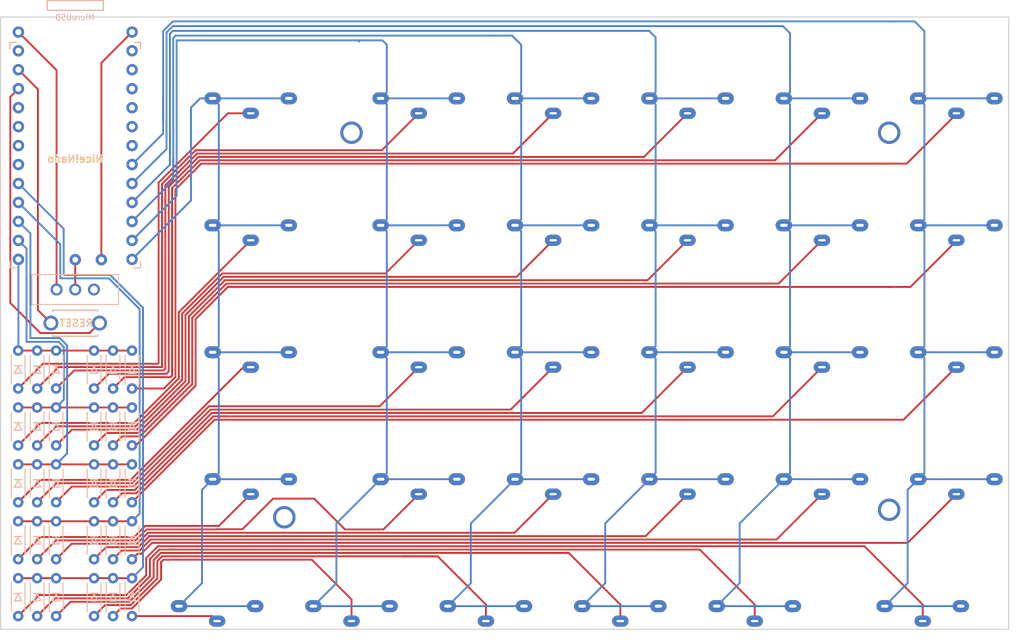
<source format=kicad_pcb>
(kicad_pcb (version 20171130) (host pcbnew "(5.1.9)-1")

  (general
    (thickness 1.6)
    (drawings 4)
    (tracks 467)
    (zones 0)
    (modules 69)
    (nets 59)
  )

  (page A4)
  (layers
    (0 F.Cu signal)
    (31 B.Cu signal)
    (32 B.Adhes user)
    (33 F.Adhes user)
    (34 B.Paste user)
    (35 F.Paste user)
    (36 B.SilkS user)
    (37 F.SilkS user)
    (38 B.Mask user)
    (39 F.Mask user)
    (40 Dwgs.User user)
    (41 Cmts.User user)
    (42 Eco1.User user)
    (43 Eco2.User user)
    (44 Edge.Cuts user)
    (45 Margin user)
    (46 B.CrtYd user)
    (47 F.CrtYd user)
    (48 B.Fab user)
    (49 F.Fab user)
  )

  (setup
    (last_trace_width 0.25)
    (trace_clearance 0.2)
    (zone_clearance 0.508)
    (zone_45_only no)
    (trace_min 0.2)
    (via_size 0.8)
    (via_drill 0.4)
    (via_min_size 0.4)
    (via_min_drill 0.3)
    (uvia_size 0.3)
    (uvia_drill 0.1)
    (uvias_allowed no)
    (uvia_min_size 0.2)
    (uvia_min_drill 0.1)
    (edge_width 0.05)
    (segment_width 0.2)
    (pcb_text_width 0.3)
    (pcb_text_size 1.5 1.5)
    (mod_edge_width 0.12)
    (mod_text_size 1 1)
    (mod_text_width 0.15)
    (pad_size 4 4)
    (pad_drill 4)
    (pad_to_mask_clearance 0)
    (aux_axis_origin 0 0)
    (visible_elements 7FFFFFFF)
    (pcbplotparams
      (layerselection 0x010fc_ffffffff)
      (usegerberextensions false)
      (usegerberattributes true)
      (usegerberadvancedattributes true)
      (creategerberjobfile true)
      (excludeedgelayer true)
      (linewidth 0.100000)
      (plotframeref false)
      (viasonmask false)
      (mode 1)
      (useauxorigin false)
      (hpglpennumber 1)
      (hpglpenspeed 20)
      (hpglpendiameter 15.000000)
      (psnegative false)
      (psa4output false)
      (plotreference true)
      (plotvalue true)
      (plotinvisibletext false)
      (padsonsilk false)
      (subtractmaskfromsilk false)
      (outputformat 1)
      (mirror false)
      (drillshape 0)
      (scaleselection 1)
      (outputdirectory "out/"))
  )

  (net 0 "")
  (net 1 Row0)
  (net 2 Row1)
  (net 3 Row2)
  (net 4 Row3)
  (net 5 Row4)
  (net 6 Col0)
  (net 7 Col1)
  (net 8 Col2)
  (net 9 Col3)
  (net 10 Col4)
  (net 11 Col5)
  (net 12 "Net-(U1-Pad1)")
  (net 13 "Net-(U1-Pad2)")
  (net 14 "Net-(U1-Pad3)")
  (net 15 "Net-(U1-Pad4)")
  (net 16 "Net-(U1-Pad5)")
  (net 17 "Net-(U1-Pad6)")
  (net 18 "Net-(U1-Pad18)")
  (net 19 "Net-(U1-Pad19)")
  (net 20 "Net-(U1-Pad20)")
  (net 21 "Net-(U1-Pad21)")
  (net 22 B+)
  (net 23 "Net-(D0-Pad2)")
  (net 24 "Net-(D1-Pad2)")
  (net 25 "Net-(D2-Pad2)")
  (net 26 "Net-(D3-Pad2)")
  (net 27 "Net-(D4-Pad2)")
  (net 28 "Net-(D5-Pad2)")
  (net 29 "Net-(D10-Pad2)")
  (net 30 "Net-(D11-Pad2)")
  (net 31 "Net-(D12-Pad2)")
  (net 32 "Net-(D13-Pad2)")
  (net 33 "Net-(D14-Pad2)")
  (net 34 "Net-(D15-Pad2)")
  (net 35 "Net-(D20-Pad2)")
  (net 36 "Net-(D21-Pad2)")
  (net 37 "Net-(D22-Pad2)")
  (net 38 "Net-(D23-Pad2)")
  (net 39 "Net-(D24-Pad2)")
  (net 40 "Net-(D25-Pad2)")
  (net 41 "Net-(D30-Pad2)")
  (net 42 "Net-(D31-Pad2)")
  (net 43 "Net-(D32-Pad2)")
  (net 44 "Net-(D33-Pad2)")
  (net 45 "Net-(D34-Pad2)")
  (net 46 "Net-(D35-Pad2)")
  (net 47 "Net-(D40-Pad2)")
  (net 48 "Net-(D41-Pad2)")
  (net 49 "Net-(D42-Pad2)")
  (net 50 "Net-(D43-Pad2)")
  (net 51 "Net-(D44-Pad2)")
  (net 52 "Net-(D45-Pad2)")
  (net 53 B-)
  (net 54 RESET)
  (net 55 GND)
  (net 56 "Net-(Power1-Pad3)")
  (net 57 "Net-(U1-Pad24)")
  (net 58 "Net-(Power1-Pad2)")

  (net_class Default "This is the default net class."
    (clearance 0.2)
    (trace_width 0.25)
    (via_dia 0.8)
    (via_drill 0.4)
    (uvia_dia 0.3)
    (uvia_drill 0.1)
    (add_net B+)
    (add_net B-)
    (add_net Col0)
    (add_net Col1)
    (add_net Col2)
    (add_net Col3)
    (add_net Col4)
    (add_net Col5)
    (add_net GND)
    (add_net "Net-(D0-Pad2)")
    (add_net "Net-(D1-Pad2)")
    (add_net "Net-(D10-Pad2)")
    (add_net "Net-(D11-Pad2)")
    (add_net "Net-(D12-Pad2)")
    (add_net "Net-(D13-Pad2)")
    (add_net "Net-(D14-Pad2)")
    (add_net "Net-(D15-Pad2)")
    (add_net "Net-(D2-Pad2)")
    (add_net "Net-(D20-Pad2)")
    (add_net "Net-(D21-Pad2)")
    (add_net "Net-(D22-Pad2)")
    (add_net "Net-(D23-Pad2)")
    (add_net "Net-(D24-Pad2)")
    (add_net "Net-(D25-Pad2)")
    (add_net "Net-(D3-Pad2)")
    (add_net "Net-(D30-Pad2)")
    (add_net "Net-(D31-Pad2)")
    (add_net "Net-(D32-Pad2)")
    (add_net "Net-(D33-Pad2)")
    (add_net "Net-(D34-Pad2)")
    (add_net "Net-(D35-Pad2)")
    (add_net "Net-(D4-Pad2)")
    (add_net "Net-(D40-Pad2)")
    (add_net "Net-(D41-Pad2)")
    (add_net "Net-(D42-Pad2)")
    (add_net "Net-(D43-Pad2)")
    (add_net "Net-(D44-Pad2)")
    (add_net "Net-(D45-Pad2)")
    (add_net "Net-(D5-Pad2)")
    (add_net "Net-(Power1-Pad2)")
    (add_net "Net-(Power1-Pad3)")
    (add_net "Net-(U1-Pad1)")
    (add_net "Net-(U1-Pad18)")
    (add_net "Net-(U1-Pad19)")
    (add_net "Net-(U1-Pad2)")
    (add_net "Net-(U1-Pad20)")
    (add_net "Net-(U1-Pad21)")
    (add_net "Net-(U1-Pad24)")
    (add_net "Net-(U1-Pad3)")
    (add_net "Net-(U1-Pad4)")
    (add_net "Net-(U1-Pad5)")
    (add_net "Net-(U1-Pad6)")
    (add_net RESET)
    (add_net Row0)
    (add_net Row1)
    (add_net Row2)
    (add_net Row3)
    (add_net Row4)
  )

  (module fuse-kbd:M2Hole (layer F.Cu) (tedit 6224AC67) (tstamp 62253A19)
    (at 67 88)
    (fp_text reference REF** (at 0 2.54) (layer Dwgs.User)
      (effects (font (size 1 1) (thickness 0.15)))
    )
    (fp_text value M2Hole (at 0 -2.54) (layer F.Fab)
      (effects (font (size 1 1) (thickness 0.15)))
    )
    (pad 1 thru_hole circle (at 0 0) (size 3 3) (drill 2.2) (layers *.Cu *.Mask))
  )

  (module fuse-kbd:M2Hole (layer F.Cu) (tedit 6224AC67) (tstamp 622539E7)
    (at 148 87)
    (fp_text reference REF** (at 0 2.54) (layer Dwgs.User)
      (effects (font (size 1 1) (thickness 0.15)))
    )
    (fp_text value M2Hole (at 0 -2.54) (layer F.Fab)
      (effects (font (size 1 1) (thickness 0.15)))
    )
    (pad 1 thru_hole circle (at 0 0) (size 3 3) (drill 2.2) (layers *.Cu *.Mask))
  )

  (module fuse-kbd:M2Hole (layer F.Cu) (tedit 6224AC67) (tstamp 622539CE)
    (at 148 36.5)
    (fp_text reference REF** (at 0 2.54) (layer Dwgs.User)
      (effects (font (size 1 1) (thickness 0.15)))
    )
    (fp_text value M2Hole (at 0 -2.54) (layer F.Fab)
      (effects (font (size 1 1) (thickness 0.15)))
    )
    (pad 1 thru_hole circle (at 0 0) (size 3 3) (drill 2.2) (layers *.Cu *.Mask))
  )

  (module fuse-kbd:M2Hole (layer F.Cu) (tedit 6224AC67) (tstamp 622539B5)
    (at 76 36.5)
    (fp_text reference REF** (at 0 2.54) (layer Dwgs.User)
      (effects (font (size 1 1) (thickness 0.15)))
    )
    (fp_text value M2Hole (at 0 -2.54) (layer F.Fab)
      (effects (font (size 1 1) (thickness 0.15)))
    )
    (pad 1 thru_hole circle (at 0 0) (size 3 3) (drill 2.2) (layers *.Cu *.Mask))
  )

  (module fuse-kbd:Choc_Reverse (layer F.Cu) (tedit 622468B7) (tstamp 6224DF4A)
    (at 94 96)
    (path /62214BC1)
    (fp_text reference SW42 (at 3.81 -2.54 180) (layer Dwgs.User) hide
      (effects (font (size 1 1) (thickness 0.15)))
    )
    (fp_text value SW_PUSH (at 0 -5.08 180) (layer Dwgs.User) hide
      (effects (font (size 1 1) (thickness 0.15)))
    )
    (fp_line (start -7 7) (end -7 -7) (layer Dwgs.User) (width 0.15))
    (fp_line (start -7 -7) (end 7 -7) (layer Dwgs.User) (width 0.15))
    (fp_line (start -7 7) (end 7 7) (layer Dwgs.User) (width 0.15))
    (fp_line (start 7 7) (end 7 -7) (layer Dwgs.User) (width 0.15))
    (fp_line (start 9 8.5) (end 9 -8.5) (layer F.Fab) (width 0.15))
    (fp_line (start -9 8.5) (end 9 8.5) (layer F.Fab) (width 0.15))
    (fp_line (start 9 -8.5) (end -9 -8.5) (layer F.Fab) (width 0.15))
    (fp_line (start -9 -8.5) (end -9 8.5) (layer F.Fab) (width 0.15))
    (pad 1 thru_hole oval (at 5.1 3.9) (size 2.2 1.6) (drill oval 1 0.4) (layers *.Cu *.Mask)
      (net 8 Col2))
    (pad 1 thru_hole oval (at -5.1 3.9) (size 2.2 1.6) (drill oval 1 0.4) (layers *.Cu *.Mask)
      (net 8 Col2))
    (pad "" np_thru_hole circle (at 0 0 90) (size 3.4 3.4) (drill 3.4) (layers *.Cu *.Mask))
    (pad "" np_thru_hole circle (at -5.5 0 90) (size 1.8 1.8) (drill 1.8) (layers *.Cu *.Mask))
    (pad "" np_thru_hole circle (at 5.5 0 90) (size 1.8 1.8) (drill 1.8) (layers *.Cu *.Mask))
    (pad 2 thru_hole oval (at 0 5.9) (size 2.2 1.5) (drill oval 1 0.3) (layers *.Cu *.Mask)
      (net 49 "Net-(D42-Pad2)"))
    (model /Users/foostan/src/github.com/foostan/kbd/kicad-packages3D/kbd.3dshapes/kailh_choc.step
      (at (xyz 0 0 0))
      (scale (xyz 1 1 1))
      (rotate (xyz 0 0 180))
    )
  )

  (module fuse-kbd:Choc_Reverse (layer F.Cu) (tedit 622468B7) (tstamp 6224DE7E)
    (at 103 62)
    (path /622085F2)
    (fp_text reference SW22 (at 3.81 -2.54 180) (layer Dwgs.User) hide
      (effects (font (size 1 1) (thickness 0.15)))
    )
    (fp_text value SW_PUSH (at 0 -5.08 180) (layer Dwgs.User) hide
      (effects (font (size 1 1) (thickness 0.15)))
    )
    (fp_line (start -7 7) (end -7 -7) (layer Dwgs.User) (width 0.15))
    (fp_line (start -7 -7) (end 7 -7) (layer Dwgs.User) (width 0.15))
    (fp_line (start -7 7) (end 7 7) (layer Dwgs.User) (width 0.15))
    (fp_line (start 7 7) (end 7 -7) (layer Dwgs.User) (width 0.15))
    (fp_line (start 9 8.5) (end 9 -8.5) (layer F.Fab) (width 0.15))
    (fp_line (start -9 8.5) (end 9 8.5) (layer F.Fab) (width 0.15))
    (fp_line (start 9 -8.5) (end -9 -8.5) (layer F.Fab) (width 0.15))
    (fp_line (start -9 -8.5) (end -9 8.5) (layer F.Fab) (width 0.15))
    (pad 1 thru_hole oval (at 5.1 3.9) (size 2.2 1.6) (drill oval 1 0.4) (layers *.Cu *.Mask)
      (net 8 Col2))
    (pad 1 thru_hole oval (at -5.1 3.9) (size 2.2 1.6) (drill oval 1 0.4) (layers *.Cu *.Mask)
      (net 8 Col2))
    (pad "" np_thru_hole circle (at 0 0 90) (size 3.4 3.4) (drill 3.4) (layers *.Cu *.Mask))
    (pad "" np_thru_hole circle (at -5.5 0 90) (size 1.8 1.8) (drill 1.8) (layers *.Cu *.Mask))
    (pad "" np_thru_hole circle (at 5.5 0 90) (size 1.8 1.8) (drill 1.8) (layers *.Cu *.Mask))
    (pad 2 thru_hole oval (at 0 5.9) (size 2.2 1.5) (drill oval 1 0.3) (layers *.Cu *.Mask)
      (net 37 "Net-(D22-Pad2)"))
    (model /Users/foostan/src/github.com/foostan/kbd/kicad-packages3D/kbd.3dshapes/kailh_choc.step
      (at (xyz 0 0 0))
      (scale (xyz 1 1 1))
      (rotate (xyz 0 0 180))
    )
  )

  (module fuse-kbd:Choc_Reverse (layer F.Cu) (tedit 622468B7) (tstamp 6224DE8F)
    (at 121 62)
    (path /622085FF)
    (fp_text reference SW23 (at 3.81 -2.54 180) (layer Dwgs.User) hide
      (effects (font (size 1 1) (thickness 0.15)))
    )
    (fp_text value SW_PUSH (at 0 -5.08 180) (layer Dwgs.User) hide
      (effects (font (size 1 1) (thickness 0.15)))
    )
    (fp_line (start -7 7) (end -7 -7) (layer Dwgs.User) (width 0.15))
    (fp_line (start -7 -7) (end 7 -7) (layer Dwgs.User) (width 0.15))
    (fp_line (start -7 7) (end 7 7) (layer Dwgs.User) (width 0.15))
    (fp_line (start 7 7) (end 7 -7) (layer Dwgs.User) (width 0.15))
    (fp_line (start 9 8.5) (end 9 -8.5) (layer F.Fab) (width 0.15))
    (fp_line (start -9 8.5) (end 9 8.5) (layer F.Fab) (width 0.15))
    (fp_line (start 9 -8.5) (end -9 -8.5) (layer F.Fab) (width 0.15))
    (fp_line (start -9 -8.5) (end -9 8.5) (layer F.Fab) (width 0.15))
    (pad 1 thru_hole oval (at 5.1 3.9) (size 2.2 1.6) (drill oval 1 0.4) (layers *.Cu *.Mask)
      (net 9 Col3))
    (pad 1 thru_hole oval (at -5.1 3.9) (size 2.2 1.6) (drill oval 1 0.4) (layers *.Cu *.Mask)
      (net 9 Col3))
    (pad "" np_thru_hole circle (at 0 0 90) (size 3.4 3.4) (drill 3.4) (layers *.Cu *.Mask))
    (pad "" np_thru_hole circle (at -5.5 0 90) (size 1.8 1.8) (drill 1.8) (layers *.Cu *.Mask))
    (pad "" np_thru_hole circle (at 5.5 0 90) (size 1.8 1.8) (drill 1.8) (layers *.Cu *.Mask))
    (pad 2 thru_hole oval (at 0 5.9) (size 2.2 1.5) (drill oval 1 0.3) (layers *.Cu *.Mask)
      (net 38 "Net-(D23-Pad2)"))
    (model /Users/foostan/src/github.com/foostan/kbd/kicad-packages3D/kbd.3dshapes/kailh_choc.step
      (at (xyz 0 0 0))
      (scale (xyz 1 1 1))
      (rotate (xyz 0 0 180))
    )
  )

  (module fuse-kbd:Choc_Reverse (layer F.Cu) (tedit 622468B7) (tstamp 6224DEA0)
    (at 139 62)
    (path /6220860C)
    (fp_text reference SW24 (at 3.81 -2.54 180) (layer Dwgs.User) hide
      (effects (font (size 1 1) (thickness 0.15)))
    )
    (fp_text value SW_PUSH (at 0 -5.08 180) (layer Dwgs.User) hide
      (effects (font (size 1 1) (thickness 0.15)))
    )
    (fp_line (start -7 7) (end -7 -7) (layer Dwgs.User) (width 0.15))
    (fp_line (start -7 -7) (end 7 -7) (layer Dwgs.User) (width 0.15))
    (fp_line (start -7 7) (end 7 7) (layer Dwgs.User) (width 0.15))
    (fp_line (start 7 7) (end 7 -7) (layer Dwgs.User) (width 0.15))
    (fp_line (start 9 8.5) (end 9 -8.5) (layer F.Fab) (width 0.15))
    (fp_line (start -9 8.5) (end 9 8.5) (layer F.Fab) (width 0.15))
    (fp_line (start 9 -8.5) (end -9 -8.5) (layer F.Fab) (width 0.15))
    (fp_line (start -9 -8.5) (end -9 8.5) (layer F.Fab) (width 0.15))
    (pad 1 thru_hole oval (at 5.1 3.9) (size 2.2 1.6) (drill oval 1 0.4) (layers *.Cu *.Mask)
      (net 10 Col4))
    (pad 1 thru_hole oval (at -5.1 3.9) (size 2.2 1.6) (drill oval 1 0.4) (layers *.Cu *.Mask)
      (net 10 Col4))
    (pad "" np_thru_hole circle (at 0 0 90) (size 3.4 3.4) (drill 3.4) (layers *.Cu *.Mask))
    (pad "" np_thru_hole circle (at -5.5 0 90) (size 1.8 1.8) (drill 1.8) (layers *.Cu *.Mask))
    (pad "" np_thru_hole circle (at 5.5 0 90) (size 1.8 1.8) (drill 1.8) (layers *.Cu *.Mask))
    (pad 2 thru_hole oval (at 0 5.9) (size 2.2 1.5) (drill oval 1 0.3) (layers *.Cu *.Mask)
      (net 39 "Net-(D24-Pad2)"))
    (model /Users/foostan/src/github.com/foostan/kbd/kicad-packages3D/kbd.3dshapes/kailh_choc.step
      (at (xyz 0 0 0))
      (scale (xyz 1 1 1))
      (rotate (xyz 0 0 180))
    )
  )

  (module fuse-kbd:Choc_Reverse (layer F.Cu) (tedit 622468B7) (tstamp 6224DED3)
    (at 85 79)
    (path /6220BEC6)
    (fp_text reference SW31 (at 3.81 -2.54 180) (layer Dwgs.User) hide
      (effects (font (size 1 1) (thickness 0.15)))
    )
    (fp_text value SW_PUSH (at 0 -5.08 180) (layer Dwgs.User) hide
      (effects (font (size 1 1) (thickness 0.15)))
    )
    (fp_line (start -7 7) (end -7 -7) (layer Dwgs.User) (width 0.15))
    (fp_line (start -7 -7) (end 7 -7) (layer Dwgs.User) (width 0.15))
    (fp_line (start -7 7) (end 7 7) (layer Dwgs.User) (width 0.15))
    (fp_line (start 7 7) (end 7 -7) (layer Dwgs.User) (width 0.15))
    (fp_line (start 9 8.5) (end 9 -8.5) (layer F.Fab) (width 0.15))
    (fp_line (start -9 8.5) (end 9 8.5) (layer F.Fab) (width 0.15))
    (fp_line (start 9 -8.5) (end -9 -8.5) (layer F.Fab) (width 0.15))
    (fp_line (start -9 -8.5) (end -9 8.5) (layer F.Fab) (width 0.15))
    (pad 1 thru_hole oval (at 5.1 3.9) (size 2.2 1.6) (drill oval 1 0.4) (layers *.Cu *.Mask)
      (net 7 Col1))
    (pad 1 thru_hole oval (at -5.1 3.9) (size 2.2 1.6) (drill oval 1 0.4) (layers *.Cu *.Mask)
      (net 7 Col1))
    (pad "" np_thru_hole circle (at 0 0 90) (size 3.4 3.4) (drill 3.4) (layers *.Cu *.Mask))
    (pad "" np_thru_hole circle (at -5.5 0 90) (size 1.8 1.8) (drill 1.8) (layers *.Cu *.Mask))
    (pad "" np_thru_hole circle (at 5.5 0 90) (size 1.8 1.8) (drill 1.8) (layers *.Cu *.Mask))
    (pad 2 thru_hole oval (at 0 5.9) (size 2.2 1.5) (drill oval 1 0.3) (layers *.Cu *.Mask)
      (net 42 "Net-(D31-Pad2)"))
    (model /Users/foostan/src/github.com/foostan/kbd/kicad-packages3D/kbd.3dshapes/kailh_choc.step
      (at (xyz 0 0 0))
      (scale (xyz 1 1 1))
      (rotate (xyz 0 0 180))
    )
  )

  (module fuse-kbd:Choc_Reverse (layer F.Cu) (tedit 622468B7) (tstamp 6224DE6D)
    (at 85 62)
    (path /622085E5)
    (fp_text reference SW21 (at 3.81 -2.54 180) (layer Dwgs.User) hide
      (effects (font (size 1 1) (thickness 0.15)))
    )
    (fp_text value SW_PUSH (at 0 -5.08 180) (layer Dwgs.User) hide
      (effects (font (size 1 1) (thickness 0.15)))
    )
    (fp_line (start -7 7) (end -7 -7) (layer Dwgs.User) (width 0.15))
    (fp_line (start -7 -7) (end 7 -7) (layer Dwgs.User) (width 0.15))
    (fp_line (start -7 7) (end 7 7) (layer Dwgs.User) (width 0.15))
    (fp_line (start 7 7) (end 7 -7) (layer Dwgs.User) (width 0.15))
    (fp_line (start 9 8.5) (end 9 -8.5) (layer F.Fab) (width 0.15))
    (fp_line (start -9 8.5) (end 9 8.5) (layer F.Fab) (width 0.15))
    (fp_line (start 9 -8.5) (end -9 -8.5) (layer F.Fab) (width 0.15))
    (fp_line (start -9 -8.5) (end -9 8.5) (layer F.Fab) (width 0.15))
    (pad 1 thru_hole oval (at 5.1 3.9) (size 2.2 1.6) (drill oval 1 0.4) (layers *.Cu *.Mask)
      (net 7 Col1))
    (pad 1 thru_hole oval (at -5.1 3.9) (size 2.2 1.6) (drill oval 1 0.4) (layers *.Cu *.Mask)
      (net 7 Col1))
    (pad "" np_thru_hole circle (at 0 0 90) (size 3.4 3.4) (drill 3.4) (layers *.Cu *.Mask))
    (pad "" np_thru_hole circle (at -5.5 0 90) (size 1.8 1.8) (drill 1.8) (layers *.Cu *.Mask))
    (pad "" np_thru_hole circle (at 5.5 0 90) (size 1.8 1.8) (drill 1.8) (layers *.Cu *.Mask))
    (pad 2 thru_hole oval (at 0 5.9) (size 2.2 1.5) (drill oval 1 0.3) (layers *.Cu *.Mask)
      (net 36 "Net-(D21-Pad2)"))
    (model /Users/foostan/src/github.com/foostan/kbd/kicad-packages3D/kbd.3dshapes/kailh_choc.step
      (at (xyz 0 0 0))
      (scale (xyz 1 1 1))
      (rotate (xyz 0 0 180))
    )
  )

  (module fuse-kbd:Choc_Reverse_15 (layer F.Cu) (tedit 62246869) (tstamp 6224DDF6)
    (at 62.5 45)
    (path /62203566)
    (fp_text reference SW10 (at 3.81 -2.54 180) (layer Dwgs.User) hide
      (effects (font (size 1 1) (thickness 0.15)))
    )
    (fp_text value SW_PUSH (at 0 -5.08 180) (layer Dwgs.User) hide
      (effects (font (size 1 1) (thickness 0.15)))
    )
    (fp_line (start -13.5 -8.5) (end -13.5 8.5) (layer F.Fab) (width 0.15))
    (fp_line (start 13.5 -8.5) (end -13.5 -8.5) (layer F.Fab) (width 0.15))
    (fp_line (start -13.5 8.5) (end 13.5 8.5) (layer F.Fab) (width 0.15))
    (fp_line (start 13.5 8.5) (end 13.5 -8.5) (layer F.Fab) (width 0.15))
    (fp_line (start -7 7) (end -7 -7) (layer Dwgs.User) (width 0.15))
    (fp_line (start -7 -7) (end 7 -7) (layer Dwgs.User) (width 0.15))
    (fp_line (start -7 7) (end 7 7) (layer Dwgs.User) (width 0.15))
    (fp_line (start 7 7) (end 7 -7) (layer Dwgs.User) (width 0.15))
    (pad 1 thru_hole oval (at 5.1 3.9) (size 2.2 1.6) (drill oval 1 0.4) (layers *.Cu *.Mask)
      (net 6 Col0))
    (pad 1 thru_hole oval (at -5.1 3.9) (size 2.2 1.6) (drill oval 1 0.4) (layers *.Cu *.Mask)
      (net 6 Col0))
    (pad "" np_thru_hole circle (at 0 0 90) (size 3.4 3.4) (drill 3.4) (layers *.Cu *.Mask))
    (pad "" np_thru_hole circle (at -5.5 0 90) (size 1.8 1.8) (drill 1.8) (layers *.Cu *.Mask))
    (pad "" np_thru_hole circle (at 5.5 0 90) (size 1.8 1.8) (drill 1.8) (layers *.Cu *.Mask))
    (pad 2 thru_hole oval (at 0 5.9) (size 2.2 1.5) (drill oval 1 0.3) (layers *.Cu *.Mask)
      (net 29 "Net-(D10-Pad2)"))
    (model /Users/foostan/src/github.com/foostan/kbd/kicad-packages3D/kbd.3dshapes/kailh_choc.step
      (at (xyz 0 0 0))
      (scale (xyz 1 1 1))
      (rotate (xyz 0 0 180))
    )
  )

  (module fuse-kbd:Choc_Reverse (layer F.Cu) (tedit 622468B7) (tstamp 6224DE29)
    (at 121 45)
    (path /6220353F)
    (fp_text reference SW13 (at 3.81 -2.54 180) (layer Dwgs.User) hide
      (effects (font (size 1 1) (thickness 0.15)))
    )
    (fp_text value SW_PUSH (at 0 -5.08 180) (layer Dwgs.User) hide
      (effects (font (size 1 1) (thickness 0.15)))
    )
    (fp_line (start -7 7) (end -7 -7) (layer Dwgs.User) (width 0.15))
    (fp_line (start -7 -7) (end 7 -7) (layer Dwgs.User) (width 0.15))
    (fp_line (start -7 7) (end 7 7) (layer Dwgs.User) (width 0.15))
    (fp_line (start 7 7) (end 7 -7) (layer Dwgs.User) (width 0.15))
    (fp_line (start 9 8.5) (end 9 -8.5) (layer F.Fab) (width 0.15))
    (fp_line (start -9 8.5) (end 9 8.5) (layer F.Fab) (width 0.15))
    (fp_line (start 9 -8.5) (end -9 -8.5) (layer F.Fab) (width 0.15))
    (fp_line (start -9 -8.5) (end -9 8.5) (layer F.Fab) (width 0.15))
    (pad 1 thru_hole oval (at 5.1 3.9) (size 2.2 1.6) (drill oval 1 0.4) (layers *.Cu *.Mask)
      (net 9 Col3))
    (pad 1 thru_hole oval (at -5.1 3.9) (size 2.2 1.6) (drill oval 1 0.4) (layers *.Cu *.Mask)
      (net 9 Col3))
    (pad "" np_thru_hole circle (at 0 0 90) (size 3.4 3.4) (drill 3.4) (layers *.Cu *.Mask))
    (pad "" np_thru_hole circle (at -5.5 0 90) (size 1.8 1.8) (drill 1.8) (layers *.Cu *.Mask))
    (pad "" np_thru_hole circle (at 5.5 0 90) (size 1.8 1.8) (drill 1.8) (layers *.Cu *.Mask))
    (pad 2 thru_hole oval (at 0 5.9) (size 2.2 1.5) (drill oval 1 0.3) (layers *.Cu *.Mask)
      (net 32 "Net-(D13-Pad2)"))
    (model /Users/foostan/src/github.com/foostan/kbd/kicad-packages3D/kbd.3dshapes/kailh_choc.step
      (at (xyz 0 0 0))
      (scale (xyz 1 1 1))
      (rotate (xyz 0 0 180))
    )
  )

  (module fuse-kbd:R (layer F.Cu) (tedit 62246067) (tstamp 6224E640)
    (at 31.361 65.675 270)
    (descr "Resistor, Axial_DIN0204 series, Axial, Horizontal, pin pitch=5.08mm, 0.167W, length*diameter=3.6*1.6mm^2, http://cdn-reichelt.de/documents/datenblatt/B400/1_4W%23YAG.pdf")
    (tags "Resistor Axial_DIN0204 series Axial Horizontal pin pitch 5.08mm 0.167W length 3.6mm diameter 1.6mm")
    (path /621E0C8D)
    (fp_text reference D0 (at 0 -2.54 270 unlocked) (layer F.SilkS) hide
      (effects (font (size 1 1) (thickness 0.15)))
    )
    (fp_text value D (at 0 2.54 270 unlocked) (layer F.Fab) hide
      (effects (font (size 1 1) (thickness 0.15)))
    )
    (fp_line (start 0.62 0.92) (end 4.46 0.92) (layer B.SilkS) (width 0.12))
    (fp_line (start 0.62 -0.92) (end 4.46 -0.92) (layer B.SilkS) (width 0.12))
    (fp_line (start 2.04 -0.5) (end 2.04 0.5) (layer B.SilkS) (width 0.15))
    (fp_line (start 3.04 0.5) (end 2.14 0) (layer B.SilkS) (width 0.15))
    (fp_line (start 3.04 -0.5) (end 3.04 0.5) (layer B.SilkS) (width 0.15))
    (fp_line (start 2.14 0) (end 3.04 -0.5) (layer B.SilkS) (width 0.15))
    (fp_line (start 2.04 -0.5) (end 2.04 0.5) (layer F.SilkS) (width 0.15))
    (fp_line (start 3.04 0.5) (end 2.14 0) (layer F.SilkS) (width 0.15))
    (fp_line (start 3.04 -0.5) (end 3.04 0.5) (layer F.SilkS) (width 0.15))
    (fp_line (start 2.14 0) (end 3.04 -0.5) (layer F.SilkS) (width 0.15))
    (fp_line (start 0.74 -0.8) (end 0.74 0.8) (layer F.Fab) (width 0.1))
    (fp_line (start 0.74 0.8) (end 4.34 0.8) (layer F.Fab) (width 0.1))
    (fp_line (start 4.34 0.8) (end 4.34 -0.8) (layer F.Fab) (width 0.1))
    (fp_line (start 4.34 -0.8) (end 0.74 -0.8) (layer F.Fab) (width 0.1))
    (fp_line (start 0 0) (end 0.74 0) (layer F.Fab) (width 0.1))
    (fp_line (start 5.08 0) (end 4.34 0) (layer F.Fab) (width 0.1))
    (fp_line (start 0.62 -0.92) (end 4.46 -0.92) (layer F.SilkS) (width 0.12))
    (fp_line (start 0.62 0.92) (end 4.46 0.92) (layer F.SilkS) (width 0.12))
    (fp_line (start -0.95 -1.05) (end -0.95 1.05) (layer F.CrtYd) (width 0.05))
    (fp_line (start -0.95 1.05) (end 6.03 1.05) (layer F.CrtYd) (width 0.05))
    (fp_line (start 6.03 1.05) (end 6.03 -1.05) (layer F.CrtYd) (width 0.05))
    (fp_line (start 6.03 -1.05) (end -0.95 -1.05) (layer F.CrtYd) (width 0.05))
    (pad 2 thru_hole oval (at 5.08 0 270) (size 1.4 1.4) (drill 0.7) (layers *.Cu *.Mask)
      (net 23 "Net-(D0-Pad2)"))
    (pad 1 thru_hole circle (at 0 0 270) (size 1.4 1.4) (drill 0.7) (layers *.Cu *.Mask)
      (net 1 Row0))
    (model ${KISYS3DMOD}/Resistor_THT.3dshapes/R_Axial_DIN0204_L3.6mm_D1.6mm_P5.08mm_Horizontal.wrl
      (at (xyz 0 0 0))
      (scale (xyz 1 1 1))
      (rotate (xyz 0 0 0))
    )
  )

  (module fuse-kbd:R (layer F.Cu) (tedit 62246067) (tstamp 6224E65B)
    (at 33.901 65.675 270)
    (descr "Resistor, Axial_DIN0204 series, Axial, Horizontal, pin pitch=5.08mm, 0.167W, length*diameter=3.6*1.6mm^2, http://cdn-reichelt.de/documents/datenblatt/B400/1_4W%23YAG.pdf")
    (tags "Resistor Axial_DIN0204 series Axial Horizontal pin pitch 5.08mm 0.167W length 3.6mm diameter 1.6mm")
    (path /621D1203)
    (fp_text reference D1 (at 0 -2.54 270 unlocked) (layer F.SilkS) hide
      (effects (font (size 1 1) (thickness 0.15)))
    )
    (fp_text value D (at 0 2.54 270 unlocked) (layer F.Fab) hide
      (effects (font (size 1 1) (thickness 0.15)))
    )
    (fp_line (start 0.62 0.92) (end 4.46 0.92) (layer B.SilkS) (width 0.12))
    (fp_line (start 0.62 -0.92) (end 4.46 -0.92) (layer B.SilkS) (width 0.12))
    (fp_line (start 2.04 -0.5) (end 2.04 0.5) (layer B.SilkS) (width 0.15))
    (fp_line (start 3.04 0.5) (end 2.14 0) (layer B.SilkS) (width 0.15))
    (fp_line (start 3.04 -0.5) (end 3.04 0.5) (layer B.SilkS) (width 0.15))
    (fp_line (start 2.14 0) (end 3.04 -0.5) (layer B.SilkS) (width 0.15))
    (fp_line (start 2.04 -0.5) (end 2.04 0.5) (layer F.SilkS) (width 0.15))
    (fp_line (start 3.04 0.5) (end 2.14 0) (layer F.SilkS) (width 0.15))
    (fp_line (start 3.04 -0.5) (end 3.04 0.5) (layer F.SilkS) (width 0.15))
    (fp_line (start 2.14 0) (end 3.04 -0.5) (layer F.SilkS) (width 0.15))
    (fp_line (start 0.74 -0.8) (end 0.74 0.8) (layer F.Fab) (width 0.1))
    (fp_line (start 0.74 0.8) (end 4.34 0.8) (layer F.Fab) (width 0.1))
    (fp_line (start 4.34 0.8) (end 4.34 -0.8) (layer F.Fab) (width 0.1))
    (fp_line (start 4.34 -0.8) (end 0.74 -0.8) (layer F.Fab) (width 0.1))
    (fp_line (start 0 0) (end 0.74 0) (layer F.Fab) (width 0.1))
    (fp_line (start 5.08 0) (end 4.34 0) (layer F.Fab) (width 0.1))
    (fp_line (start 0.62 -0.92) (end 4.46 -0.92) (layer F.SilkS) (width 0.12))
    (fp_line (start 0.62 0.92) (end 4.46 0.92) (layer F.SilkS) (width 0.12))
    (fp_line (start -0.95 -1.05) (end -0.95 1.05) (layer F.CrtYd) (width 0.05))
    (fp_line (start -0.95 1.05) (end 6.03 1.05) (layer F.CrtYd) (width 0.05))
    (fp_line (start 6.03 1.05) (end 6.03 -1.05) (layer F.CrtYd) (width 0.05))
    (fp_line (start 6.03 -1.05) (end -0.95 -1.05) (layer F.CrtYd) (width 0.05))
    (pad 2 thru_hole oval (at 5.08 0 270) (size 1.4 1.4) (drill 0.7) (layers *.Cu *.Mask)
      (net 24 "Net-(D1-Pad2)"))
    (pad 1 thru_hole circle (at 0 0 270) (size 1.4 1.4) (drill 0.7) (layers *.Cu *.Mask)
      (net 1 Row0))
    (model ${KISYS3DMOD}/Resistor_THT.3dshapes/R_Axial_DIN0204_L3.6mm_D1.6mm_P5.08mm_Horizontal.wrl
      (at (xyz 0 0 0))
      (scale (xyz 1 1 1))
      (rotate (xyz 0 0 0))
    )
  )

  (module fuse-kbd:R (layer F.Cu) (tedit 62246067) (tstamp 6224E676)
    (at 36.441 65.675 270)
    (descr "Resistor, Axial_DIN0204 series, Axial, Horizontal, pin pitch=5.08mm, 0.167W, length*diameter=3.6*1.6mm^2, http://cdn-reichelt.de/documents/datenblatt/B400/1_4W%23YAG.pdf")
    (tags "Resistor Axial_DIN0204 series Axial Horizontal pin pitch 5.08mm 0.167W length 3.6mm diameter 1.6mm")
    (path /621D7B12)
    (fp_text reference D2 (at 0 -2.54 270 unlocked) (layer F.SilkS) hide
      (effects (font (size 1 1) (thickness 0.15)))
    )
    (fp_text value D (at 0 2.54 270 unlocked) (layer F.Fab) hide
      (effects (font (size 1 1) (thickness 0.15)))
    )
    (fp_line (start 0.62 0.92) (end 4.46 0.92) (layer B.SilkS) (width 0.12))
    (fp_line (start 0.62 -0.92) (end 4.46 -0.92) (layer B.SilkS) (width 0.12))
    (fp_line (start 2.04 -0.5) (end 2.04 0.5) (layer B.SilkS) (width 0.15))
    (fp_line (start 3.04 0.5) (end 2.14 0) (layer B.SilkS) (width 0.15))
    (fp_line (start 3.04 -0.5) (end 3.04 0.5) (layer B.SilkS) (width 0.15))
    (fp_line (start 2.14 0) (end 3.04 -0.5) (layer B.SilkS) (width 0.15))
    (fp_line (start 2.04 -0.5) (end 2.04 0.5) (layer F.SilkS) (width 0.15))
    (fp_line (start 3.04 0.5) (end 2.14 0) (layer F.SilkS) (width 0.15))
    (fp_line (start 3.04 -0.5) (end 3.04 0.5) (layer F.SilkS) (width 0.15))
    (fp_line (start 2.14 0) (end 3.04 -0.5) (layer F.SilkS) (width 0.15))
    (fp_line (start 0.74 -0.8) (end 0.74 0.8) (layer F.Fab) (width 0.1))
    (fp_line (start 0.74 0.8) (end 4.34 0.8) (layer F.Fab) (width 0.1))
    (fp_line (start 4.34 0.8) (end 4.34 -0.8) (layer F.Fab) (width 0.1))
    (fp_line (start 4.34 -0.8) (end 0.74 -0.8) (layer F.Fab) (width 0.1))
    (fp_line (start 0 0) (end 0.74 0) (layer F.Fab) (width 0.1))
    (fp_line (start 5.08 0) (end 4.34 0) (layer F.Fab) (width 0.1))
    (fp_line (start 0.62 -0.92) (end 4.46 -0.92) (layer F.SilkS) (width 0.12))
    (fp_line (start 0.62 0.92) (end 4.46 0.92) (layer F.SilkS) (width 0.12))
    (fp_line (start -0.95 -1.05) (end -0.95 1.05) (layer F.CrtYd) (width 0.05))
    (fp_line (start -0.95 1.05) (end 6.03 1.05) (layer F.CrtYd) (width 0.05))
    (fp_line (start 6.03 1.05) (end 6.03 -1.05) (layer F.CrtYd) (width 0.05))
    (fp_line (start 6.03 -1.05) (end -0.95 -1.05) (layer F.CrtYd) (width 0.05))
    (pad 2 thru_hole oval (at 5.08 0 270) (size 1.4 1.4) (drill 0.7) (layers *.Cu *.Mask)
      (net 25 "Net-(D2-Pad2)"))
    (pad 1 thru_hole circle (at 0 0 270) (size 1.4 1.4) (drill 0.7) (layers *.Cu *.Mask)
      (net 1 Row0))
    (model ${KISYS3DMOD}/Resistor_THT.3dshapes/R_Axial_DIN0204_L3.6mm_D1.6mm_P5.08mm_Horizontal.wrl
      (at (xyz 0 0 0))
      (scale (xyz 1 1 1))
      (rotate (xyz 0 0 0))
    )
  )

  (module fuse-kbd:R (layer F.Cu) (tedit 62246067) (tstamp 6224E691)
    (at 41.521 65.675 270)
    (descr "Resistor, Axial_DIN0204 series, Axial, Horizontal, pin pitch=5.08mm, 0.167W, length*diameter=3.6*1.6mm^2, http://cdn-reichelt.de/documents/datenblatt/B400/1_4W%23YAG.pdf")
    (tags "Resistor Axial_DIN0204 series Axial Horizontal pin pitch 5.08mm 0.167W length 3.6mm diameter 1.6mm")
    (path /621D8347)
    (fp_text reference D3 (at 0 -2.54 270 unlocked) (layer F.SilkS) hide
      (effects (font (size 1 1) (thickness 0.15)))
    )
    (fp_text value D (at 0 2.54 270 unlocked) (layer F.Fab) hide
      (effects (font (size 1 1) (thickness 0.15)))
    )
    (fp_line (start 0.62 0.92) (end 4.46 0.92) (layer B.SilkS) (width 0.12))
    (fp_line (start 0.62 -0.92) (end 4.46 -0.92) (layer B.SilkS) (width 0.12))
    (fp_line (start 2.04 -0.5) (end 2.04 0.5) (layer B.SilkS) (width 0.15))
    (fp_line (start 3.04 0.5) (end 2.14 0) (layer B.SilkS) (width 0.15))
    (fp_line (start 3.04 -0.5) (end 3.04 0.5) (layer B.SilkS) (width 0.15))
    (fp_line (start 2.14 0) (end 3.04 -0.5) (layer B.SilkS) (width 0.15))
    (fp_line (start 2.04 -0.5) (end 2.04 0.5) (layer F.SilkS) (width 0.15))
    (fp_line (start 3.04 0.5) (end 2.14 0) (layer F.SilkS) (width 0.15))
    (fp_line (start 3.04 -0.5) (end 3.04 0.5) (layer F.SilkS) (width 0.15))
    (fp_line (start 2.14 0) (end 3.04 -0.5) (layer F.SilkS) (width 0.15))
    (fp_line (start 0.74 -0.8) (end 0.74 0.8) (layer F.Fab) (width 0.1))
    (fp_line (start 0.74 0.8) (end 4.34 0.8) (layer F.Fab) (width 0.1))
    (fp_line (start 4.34 0.8) (end 4.34 -0.8) (layer F.Fab) (width 0.1))
    (fp_line (start 4.34 -0.8) (end 0.74 -0.8) (layer F.Fab) (width 0.1))
    (fp_line (start 0 0) (end 0.74 0) (layer F.Fab) (width 0.1))
    (fp_line (start 5.08 0) (end 4.34 0) (layer F.Fab) (width 0.1))
    (fp_line (start 0.62 -0.92) (end 4.46 -0.92) (layer F.SilkS) (width 0.12))
    (fp_line (start 0.62 0.92) (end 4.46 0.92) (layer F.SilkS) (width 0.12))
    (fp_line (start -0.95 -1.05) (end -0.95 1.05) (layer F.CrtYd) (width 0.05))
    (fp_line (start -0.95 1.05) (end 6.03 1.05) (layer F.CrtYd) (width 0.05))
    (fp_line (start 6.03 1.05) (end 6.03 -1.05) (layer F.CrtYd) (width 0.05))
    (fp_line (start 6.03 -1.05) (end -0.95 -1.05) (layer F.CrtYd) (width 0.05))
    (pad 2 thru_hole oval (at 5.08 0 270) (size 1.4 1.4) (drill 0.7) (layers *.Cu *.Mask)
      (net 26 "Net-(D3-Pad2)"))
    (pad 1 thru_hole circle (at 0 0 270) (size 1.4 1.4) (drill 0.7) (layers *.Cu *.Mask)
      (net 1 Row0))
    (model ${KISYS3DMOD}/Resistor_THT.3dshapes/R_Axial_DIN0204_L3.6mm_D1.6mm_P5.08mm_Horizontal.wrl
      (at (xyz 0 0 0))
      (scale (xyz 1 1 1))
      (rotate (xyz 0 0 0))
    )
  )

  (module fuse-kbd:R (layer F.Cu) (tedit 62246067) (tstamp 6224E6AC)
    (at 44.061 65.675 270)
    (descr "Resistor, Axial_DIN0204 series, Axial, Horizontal, pin pitch=5.08mm, 0.167W, length*diameter=3.6*1.6mm^2, http://cdn-reichelt.de/documents/datenblatt/B400/1_4W%23YAG.pdf")
    (tags "Resistor Axial_DIN0204 series Axial Horizontal pin pitch 5.08mm 0.167W length 3.6mm diameter 1.6mm")
    (path /621D9405)
    (fp_text reference D4 (at 0 -2.54 270 unlocked) (layer F.SilkS) hide
      (effects (font (size 1 1) (thickness 0.15)))
    )
    (fp_text value D (at 0 2.54 270 unlocked) (layer F.Fab) hide
      (effects (font (size 1 1) (thickness 0.15)))
    )
    (fp_line (start 0.62 0.92) (end 4.46 0.92) (layer B.SilkS) (width 0.12))
    (fp_line (start 0.62 -0.92) (end 4.46 -0.92) (layer B.SilkS) (width 0.12))
    (fp_line (start 2.04 -0.5) (end 2.04 0.5) (layer B.SilkS) (width 0.15))
    (fp_line (start 3.04 0.5) (end 2.14 0) (layer B.SilkS) (width 0.15))
    (fp_line (start 3.04 -0.5) (end 3.04 0.5) (layer B.SilkS) (width 0.15))
    (fp_line (start 2.14 0) (end 3.04 -0.5) (layer B.SilkS) (width 0.15))
    (fp_line (start 2.04 -0.5) (end 2.04 0.5) (layer F.SilkS) (width 0.15))
    (fp_line (start 3.04 0.5) (end 2.14 0) (layer F.SilkS) (width 0.15))
    (fp_line (start 3.04 -0.5) (end 3.04 0.5) (layer F.SilkS) (width 0.15))
    (fp_line (start 2.14 0) (end 3.04 -0.5) (layer F.SilkS) (width 0.15))
    (fp_line (start 0.74 -0.8) (end 0.74 0.8) (layer F.Fab) (width 0.1))
    (fp_line (start 0.74 0.8) (end 4.34 0.8) (layer F.Fab) (width 0.1))
    (fp_line (start 4.34 0.8) (end 4.34 -0.8) (layer F.Fab) (width 0.1))
    (fp_line (start 4.34 -0.8) (end 0.74 -0.8) (layer F.Fab) (width 0.1))
    (fp_line (start 0 0) (end 0.74 0) (layer F.Fab) (width 0.1))
    (fp_line (start 5.08 0) (end 4.34 0) (layer F.Fab) (width 0.1))
    (fp_line (start 0.62 -0.92) (end 4.46 -0.92) (layer F.SilkS) (width 0.12))
    (fp_line (start 0.62 0.92) (end 4.46 0.92) (layer F.SilkS) (width 0.12))
    (fp_line (start -0.95 -1.05) (end -0.95 1.05) (layer F.CrtYd) (width 0.05))
    (fp_line (start -0.95 1.05) (end 6.03 1.05) (layer F.CrtYd) (width 0.05))
    (fp_line (start 6.03 1.05) (end 6.03 -1.05) (layer F.CrtYd) (width 0.05))
    (fp_line (start 6.03 -1.05) (end -0.95 -1.05) (layer F.CrtYd) (width 0.05))
    (pad 2 thru_hole oval (at 5.08 0 270) (size 1.4 1.4) (drill 0.7) (layers *.Cu *.Mask)
      (net 27 "Net-(D4-Pad2)"))
    (pad 1 thru_hole circle (at 0 0 270) (size 1.4 1.4) (drill 0.7) (layers *.Cu *.Mask)
      (net 1 Row0))
    (model ${KISYS3DMOD}/Resistor_THT.3dshapes/R_Axial_DIN0204_L3.6mm_D1.6mm_P5.08mm_Horizontal.wrl
      (at (xyz 0 0 0))
      (scale (xyz 1 1 1))
      (rotate (xyz 0 0 0))
    )
  )

  (module fuse-kbd:R (layer F.Cu) (tedit 62246067) (tstamp 6224E6C7)
    (at 46.601 65.675 270)
    (descr "Resistor, Axial_DIN0204 series, Axial, Horizontal, pin pitch=5.08mm, 0.167W, length*diameter=3.6*1.6mm^2, http://cdn-reichelt.de/documents/datenblatt/B400/1_4W%23YAG.pdf")
    (tags "Resistor Axial_DIN0204 series Axial Horizontal pin pitch 5.08mm 0.167W length 3.6mm diameter 1.6mm")
    (path /621DA494)
    (fp_text reference D5 (at 0 -2.54 270 unlocked) (layer F.SilkS) hide
      (effects (font (size 1 1) (thickness 0.15)))
    )
    (fp_text value D (at 0 2.54 270 unlocked) (layer F.Fab) hide
      (effects (font (size 1 1) (thickness 0.15)))
    )
    (fp_line (start 0.62 0.92) (end 4.46 0.92) (layer B.SilkS) (width 0.12))
    (fp_line (start 0.62 -0.92) (end 4.46 -0.92) (layer B.SilkS) (width 0.12))
    (fp_line (start 2.04 -0.5) (end 2.04 0.5) (layer B.SilkS) (width 0.15))
    (fp_line (start 3.04 0.5) (end 2.14 0) (layer B.SilkS) (width 0.15))
    (fp_line (start 3.04 -0.5) (end 3.04 0.5) (layer B.SilkS) (width 0.15))
    (fp_line (start 2.14 0) (end 3.04 -0.5) (layer B.SilkS) (width 0.15))
    (fp_line (start 2.04 -0.5) (end 2.04 0.5) (layer F.SilkS) (width 0.15))
    (fp_line (start 3.04 0.5) (end 2.14 0) (layer F.SilkS) (width 0.15))
    (fp_line (start 3.04 -0.5) (end 3.04 0.5) (layer F.SilkS) (width 0.15))
    (fp_line (start 2.14 0) (end 3.04 -0.5) (layer F.SilkS) (width 0.15))
    (fp_line (start 0.74 -0.8) (end 0.74 0.8) (layer F.Fab) (width 0.1))
    (fp_line (start 0.74 0.8) (end 4.34 0.8) (layer F.Fab) (width 0.1))
    (fp_line (start 4.34 0.8) (end 4.34 -0.8) (layer F.Fab) (width 0.1))
    (fp_line (start 4.34 -0.8) (end 0.74 -0.8) (layer F.Fab) (width 0.1))
    (fp_line (start 0 0) (end 0.74 0) (layer F.Fab) (width 0.1))
    (fp_line (start 5.08 0) (end 4.34 0) (layer F.Fab) (width 0.1))
    (fp_line (start 0.62 -0.92) (end 4.46 -0.92) (layer F.SilkS) (width 0.12))
    (fp_line (start 0.62 0.92) (end 4.46 0.92) (layer F.SilkS) (width 0.12))
    (fp_line (start -0.95 -1.05) (end -0.95 1.05) (layer F.CrtYd) (width 0.05))
    (fp_line (start -0.95 1.05) (end 6.03 1.05) (layer F.CrtYd) (width 0.05))
    (fp_line (start 6.03 1.05) (end 6.03 -1.05) (layer F.CrtYd) (width 0.05))
    (fp_line (start 6.03 -1.05) (end -0.95 -1.05) (layer F.CrtYd) (width 0.05))
    (pad 2 thru_hole oval (at 5.08 0 270) (size 1.4 1.4) (drill 0.7) (layers *.Cu *.Mask)
      (net 28 "Net-(D5-Pad2)"))
    (pad 1 thru_hole circle (at 0 0 270) (size 1.4 1.4) (drill 0.7) (layers *.Cu *.Mask)
      (net 1 Row0))
    (model ${KISYS3DMOD}/Resistor_THT.3dshapes/R_Axial_DIN0204_L3.6mm_D1.6mm_P5.08mm_Horizontal.wrl
      (at (xyz 0 0 0))
      (scale (xyz 1 1 1))
      (rotate (xyz 0 0 0))
    )
  )

  (module fuse-kbd:R (layer F.Cu) (tedit 62246067) (tstamp 6224E6E2)
    (at 31.361 73.295 270)
    (descr "Resistor, Axial_DIN0204 series, Axial, Horizontal, pin pitch=5.08mm, 0.167W, length*diameter=3.6*1.6mm^2, http://cdn-reichelt.de/documents/datenblatt/B400/1_4W%23YAG.pdf")
    (tags "Resistor Axial_DIN0204 series Axial Horizontal pin pitch 5.08mm 0.167W length 3.6mm diameter 1.6mm")
    (path /6220356C)
    (fp_text reference D10 (at 0 -2.54 270 unlocked) (layer F.SilkS) hide
      (effects (font (size 1 1) (thickness 0.15)))
    )
    (fp_text value D (at 0 2.54 270 unlocked) (layer F.Fab) hide
      (effects (font (size 1 1) (thickness 0.15)))
    )
    (fp_line (start 0.62 0.92) (end 4.46 0.92) (layer B.SilkS) (width 0.12))
    (fp_line (start 0.62 -0.92) (end 4.46 -0.92) (layer B.SilkS) (width 0.12))
    (fp_line (start 2.04 -0.5) (end 2.04 0.5) (layer B.SilkS) (width 0.15))
    (fp_line (start 3.04 0.5) (end 2.14 0) (layer B.SilkS) (width 0.15))
    (fp_line (start 3.04 -0.5) (end 3.04 0.5) (layer B.SilkS) (width 0.15))
    (fp_line (start 2.14 0) (end 3.04 -0.5) (layer B.SilkS) (width 0.15))
    (fp_line (start 2.04 -0.5) (end 2.04 0.5) (layer F.SilkS) (width 0.15))
    (fp_line (start 3.04 0.5) (end 2.14 0) (layer F.SilkS) (width 0.15))
    (fp_line (start 3.04 -0.5) (end 3.04 0.5) (layer F.SilkS) (width 0.15))
    (fp_line (start 2.14 0) (end 3.04 -0.5) (layer F.SilkS) (width 0.15))
    (fp_line (start 0.74 -0.8) (end 0.74 0.8) (layer F.Fab) (width 0.1))
    (fp_line (start 0.74 0.8) (end 4.34 0.8) (layer F.Fab) (width 0.1))
    (fp_line (start 4.34 0.8) (end 4.34 -0.8) (layer F.Fab) (width 0.1))
    (fp_line (start 4.34 -0.8) (end 0.74 -0.8) (layer F.Fab) (width 0.1))
    (fp_line (start 0 0) (end 0.74 0) (layer F.Fab) (width 0.1))
    (fp_line (start 5.08 0) (end 4.34 0) (layer F.Fab) (width 0.1))
    (fp_line (start 0.62 -0.92) (end 4.46 -0.92) (layer F.SilkS) (width 0.12))
    (fp_line (start 0.62 0.92) (end 4.46 0.92) (layer F.SilkS) (width 0.12))
    (fp_line (start -0.95 -1.05) (end -0.95 1.05) (layer F.CrtYd) (width 0.05))
    (fp_line (start -0.95 1.05) (end 6.03 1.05) (layer F.CrtYd) (width 0.05))
    (fp_line (start 6.03 1.05) (end 6.03 -1.05) (layer F.CrtYd) (width 0.05))
    (fp_line (start 6.03 -1.05) (end -0.95 -1.05) (layer F.CrtYd) (width 0.05))
    (pad 2 thru_hole oval (at 5.08 0 270) (size 1.4 1.4) (drill 0.7) (layers *.Cu *.Mask)
      (net 29 "Net-(D10-Pad2)"))
    (pad 1 thru_hole circle (at 0 0 270) (size 1.4 1.4) (drill 0.7) (layers *.Cu *.Mask)
      (net 2 Row1))
    (model ${KISYS3DMOD}/Resistor_THT.3dshapes/R_Axial_DIN0204_L3.6mm_D1.6mm_P5.08mm_Horizontal.wrl
      (at (xyz 0 0 0))
      (scale (xyz 1 1 1))
      (rotate (xyz 0 0 0))
    )
  )

  (module fuse-kbd:R (layer F.Cu) (tedit 62246067) (tstamp 6224E6FD)
    (at 33.901 73.295 270)
    (descr "Resistor, Axial_DIN0204 series, Axial, Horizontal, pin pitch=5.08mm, 0.167W, length*diameter=3.6*1.6mm^2, http://cdn-reichelt.de/documents/datenblatt/B400/1_4W%23YAG.pdf")
    (tags "Resistor Axial_DIN0204 series Axial Horizontal pin pitch 5.08mm 0.167W length 3.6mm diameter 1.6mm")
    (path /6220352B)
    (fp_text reference D11 (at 0 -2.54 270 unlocked) (layer F.SilkS) hide
      (effects (font (size 1 1) (thickness 0.15)))
    )
    (fp_text value D (at 0 2.54 270 unlocked) (layer F.Fab) hide
      (effects (font (size 1 1) (thickness 0.15)))
    )
    (fp_line (start 0.62 0.92) (end 4.46 0.92) (layer B.SilkS) (width 0.12))
    (fp_line (start 0.62 -0.92) (end 4.46 -0.92) (layer B.SilkS) (width 0.12))
    (fp_line (start 2.04 -0.5) (end 2.04 0.5) (layer B.SilkS) (width 0.15))
    (fp_line (start 3.04 0.5) (end 2.14 0) (layer B.SilkS) (width 0.15))
    (fp_line (start 3.04 -0.5) (end 3.04 0.5) (layer B.SilkS) (width 0.15))
    (fp_line (start 2.14 0) (end 3.04 -0.5) (layer B.SilkS) (width 0.15))
    (fp_line (start 2.04 -0.5) (end 2.04 0.5) (layer F.SilkS) (width 0.15))
    (fp_line (start 3.04 0.5) (end 2.14 0) (layer F.SilkS) (width 0.15))
    (fp_line (start 3.04 -0.5) (end 3.04 0.5) (layer F.SilkS) (width 0.15))
    (fp_line (start 2.14 0) (end 3.04 -0.5) (layer F.SilkS) (width 0.15))
    (fp_line (start 0.74 -0.8) (end 0.74 0.8) (layer F.Fab) (width 0.1))
    (fp_line (start 0.74 0.8) (end 4.34 0.8) (layer F.Fab) (width 0.1))
    (fp_line (start 4.34 0.8) (end 4.34 -0.8) (layer F.Fab) (width 0.1))
    (fp_line (start 4.34 -0.8) (end 0.74 -0.8) (layer F.Fab) (width 0.1))
    (fp_line (start 0 0) (end 0.74 0) (layer F.Fab) (width 0.1))
    (fp_line (start 5.08 0) (end 4.34 0) (layer F.Fab) (width 0.1))
    (fp_line (start 0.62 -0.92) (end 4.46 -0.92) (layer F.SilkS) (width 0.12))
    (fp_line (start 0.62 0.92) (end 4.46 0.92) (layer F.SilkS) (width 0.12))
    (fp_line (start -0.95 -1.05) (end -0.95 1.05) (layer F.CrtYd) (width 0.05))
    (fp_line (start -0.95 1.05) (end 6.03 1.05) (layer F.CrtYd) (width 0.05))
    (fp_line (start 6.03 1.05) (end 6.03 -1.05) (layer F.CrtYd) (width 0.05))
    (fp_line (start 6.03 -1.05) (end -0.95 -1.05) (layer F.CrtYd) (width 0.05))
    (pad 2 thru_hole oval (at 5.08 0 270) (size 1.4 1.4) (drill 0.7) (layers *.Cu *.Mask)
      (net 30 "Net-(D11-Pad2)"))
    (pad 1 thru_hole circle (at 0 0 270) (size 1.4 1.4) (drill 0.7) (layers *.Cu *.Mask)
      (net 2 Row1))
    (model ${KISYS3DMOD}/Resistor_THT.3dshapes/R_Axial_DIN0204_L3.6mm_D1.6mm_P5.08mm_Horizontal.wrl
      (at (xyz 0 0 0))
      (scale (xyz 1 1 1))
      (rotate (xyz 0 0 0))
    )
  )

  (module fuse-kbd:R (layer F.Cu) (tedit 62246067) (tstamp 6224E718)
    (at 36.441 73.295 270)
    (descr "Resistor, Axial_DIN0204 series, Axial, Horizontal, pin pitch=5.08mm, 0.167W, length*diameter=3.6*1.6mm^2, http://cdn-reichelt.de/documents/datenblatt/B400/1_4W%23YAG.pdf")
    (tags "Resistor Axial_DIN0204 series Axial Horizontal pin pitch 5.08mm 0.167W length 3.6mm diameter 1.6mm")
    (path /62203538)
    (fp_text reference D12 (at 0 -2.54 270 unlocked) (layer F.SilkS) hide
      (effects (font (size 1 1) (thickness 0.15)))
    )
    (fp_text value D (at 0 2.54 270 unlocked) (layer F.Fab) hide
      (effects (font (size 1 1) (thickness 0.15)))
    )
    (fp_line (start 0.62 0.92) (end 4.46 0.92) (layer B.SilkS) (width 0.12))
    (fp_line (start 0.62 -0.92) (end 4.46 -0.92) (layer B.SilkS) (width 0.12))
    (fp_line (start 2.04 -0.5) (end 2.04 0.5) (layer B.SilkS) (width 0.15))
    (fp_line (start 3.04 0.5) (end 2.14 0) (layer B.SilkS) (width 0.15))
    (fp_line (start 3.04 -0.5) (end 3.04 0.5) (layer B.SilkS) (width 0.15))
    (fp_line (start 2.14 0) (end 3.04 -0.5) (layer B.SilkS) (width 0.15))
    (fp_line (start 2.04 -0.5) (end 2.04 0.5) (layer F.SilkS) (width 0.15))
    (fp_line (start 3.04 0.5) (end 2.14 0) (layer F.SilkS) (width 0.15))
    (fp_line (start 3.04 -0.5) (end 3.04 0.5) (layer F.SilkS) (width 0.15))
    (fp_line (start 2.14 0) (end 3.04 -0.5) (layer F.SilkS) (width 0.15))
    (fp_line (start 0.74 -0.8) (end 0.74 0.8) (layer F.Fab) (width 0.1))
    (fp_line (start 0.74 0.8) (end 4.34 0.8) (layer F.Fab) (width 0.1))
    (fp_line (start 4.34 0.8) (end 4.34 -0.8) (layer F.Fab) (width 0.1))
    (fp_line (start 4.34 -0.8) (end 0.74 -0.8) (layer F.Fab) (width 0.1))
    (fp_line (start 0 0) (end 0.74 0) (layer F.Fab) (width 0.1))
    (fp_line (start 5.08 0) (end 4.34 0) (layer F.Fab) (width 0.1))
    (fp_line (start 0.62 -0.92) (end 4.46 -0.92) (layer F.SilkS) (width 0.12))
    (fp_line (start 0.62 0.92) (end 4.46 0.92) (layer F.SilkS) (width 0.12))
    (fp_line (start -0.95 -1.05) (end -0.95 1.05) (layer F.CrtYd) (width 0.05))
    (fp_line (start -0.95 1.05) (end 6.03 1.05) (layer F.CrtYd) (width 0.05))
    (fp_line (start 6.03 1.05) (end 6.03 -1.05) (layer F.CrtYd) (width 0.05))
    (fp_line (start 6.03 -1.05) (end -0.95 -1.05) (layer F.CrtYd) (width 0.05))
    (pad 2 thru_hole oval (at 5.08 0 270) (size 1.4 1.4) (drill 0.7) (layers *.Cu *.Mask)
      (net 31 "Net-(D12-Pad2)"))
    (pad 1 thru_hole circle (at 0 0 270) (size 1.4 1.4) (drill 0.7) (layers *.Cu *.Mask)
      (net 2 Row1))
    (model ${KISYS3DMOD}/Resistor_THT.3dshapes/R_Axial_DIN0204_L3.6mm_D1.6mm_P5.08mm_Horizontal.wrl
      (at (xyz 0 0 0))
      (scale (xyz 1 1 1))
      (rotate (xyz 0 0 0))
    )
  )

  (module fuse-kbd:R (layer F.Cu) (tedit 62246067) (tstamp 6224E733)
    (at 41.521 73.295 270)
    (descr "Resistor, Axial_DIN0204 series, Axial, Horizontal, pin pitch=5.08mm, 0.167W, length*diameter=3.6*1.6mm^2, http://cdn-reichelt.de/documents/datenblatt/B400/1_4W%23YAG.pdf")
    (tags "Resistor Axial_DIN0204 series Axial Horizontal pin pitch 5.08mm 0.167W length 3.6mm diameter 1.6mm")
    (path /62203545)
    (fp_text reference D13 (at 0 -2.54 270 unlocked) (layer F.SilkS) hide
      (effects (font (size 1 1) (thickness 0.15)))
    )
    (fp_text value D (at 0 2.54 270 unlocked) (layer F.Fab) hide
      (effects (font (size 1 1) (thickness 0.15)))
    )
    (fp_line (start 0.62 0.92) (end 4.46 0.92) (layer B.SilkS) (width 0.12))
    (fp_line (start 0.62 -0.92) (end 4.46 -0.92) (layer B.SilkS) (width 0.12))
    (fp_line (start 2.04 -0.5) (end 2.04 0.5) (layer B.SilkS) (width 0.15))
    (fp_line (start 3.04 0.5) (end 2.14 0) (layer B.SilkS) (width 0.15))
    (fp_line (start 3.04 -0.5) (end 3.04 0.5) (layer B.SilkS) (width 0.15))
    (fp_line (start 2.14 0) (end 3.04 -0.5) (layer B.SilkS) (width 0.15))
    (fp_line (start 2.04 -0.5) (end 2.04 0.5) (layer F.SilkS) (width 0.15))
    (fp_line (start 3.04 0.5) (end 2.14 0) (layer F.SilkS) (width 0.15))
    (fp_line (start 3.04 -0.5) (end 3.04 0.5) (layer F.SilkS) (width 0.15))
    (fp_line (start 2.14 0) (end 3.04 -0.5) (layer F.SilkS) (width 0.15))
    (fp_line (start 0.74 -0.8) (end 0.74 0.8) (layer F.Fab) (width 0.1))
    (fp_line (start 0.74 0.8) (end 4.34 0.8) (layer F.Fab) (width 0.1))
    (fp_line (start 4.34 0.8) (end 4.34 -0.8) (layer F.Fab) (width 0.1))
    (fp_line (start 4.34 -0.8) (end 0.74 -0.8) (layer F.Fab) (width 0.1))
    (fp_line (start 0 0) (end 0.74 0) (layer F.Fab) (width 0.1))
    (fp_line (start 5.08 0) (end 4.34 0) (layer F.Fab) (width 0.1))
    (fp_line (start 0.62 -0.92) (end 4.46 -0.92) (layer F.SilkS) (width 0.12))
    (fp_line (start 0.62 0.92) (end 4.46 0.92) (layer F.SilkS) (width 0.12))
    (fp_line (start -0.95 -1.05) (end -0.95 1.05) (layer F.CrtYd) (width 0.05))
    (fp_line (start -0.95 1.05) (end 6.03 1.05) (layer F.CrtYd) (width 0.05))
    (fp_line (start 6.03 1.05) (end 6.03 -1.05) (layer F.CrtYd) (width 0.05))
    (fp_line (start 6.03 -1.05) (end -0.95 -1.05) (layer F.CrtYd) (width 0.05))
    (pad 2 thru_hole oval (at 5.08 0 270) (size 1.4 1.4) (drill 0.7) (layers *.Cu *.Mask)
      (net 32 "Net-(D13-Pad2)"))
    (pad 1 thru_hole circle (at 0 0 270) (size 1.4 1.4) (drill 0.7) (layers *.Cu *.Mask)
      (net 2 Row1))
    (model ${KISYS3DMOD}/Resistor_THT.3dshapes/R_Axial_DIN0204_L3.6mm_D1.6mm_P5.08mm_Horizontal.wrl
      (at (xyz 0 0 0))
      (scale (xyz 1 1 1))
      (rotate (xyz 0 0 0))
    )
  )

  (module fuse-kbd:R (layer F.Cu) (tedit 62246067) (tstamp 6224E74E)
    (at 44.061 73.295 270)
    (descr "Resistor, Axial_DIN0204 series, Axial, Horizontal, pin pitch=5.08mm, 0.167W, length*diameter=3.6*1.6mm^2, http://cdn-reichelt.de/documents/datenblatt/B400/1_4W%23YAG.pdf")
    (tags "Resistor Axial_DIN0204 series Axial Horizontal pin pitch 5.08mm 0.167W length 3.6mm diameter 1.6mm")
    (path /62203552)
    (fp_text reference D14 (at 0 -2.54 270 unlocked) (layer F.SilkS) hide
      (effects (font (size 1 1) (thickness 0.15)))
    )
    (fp_text value D (at 0 2.54 270 unlocked) (layer F.Fab) hide
      (effects (font (size 1 1) (thickness 0.15)))
    )
    (fp_line (start 0.62 0.92) (end 4.46 0.92) (layer B.SilkS) (width 0.12))
    (fp_line (start 0.62 -0.92) (end 4.46 -0.92) (layer B.SilkS) (width 0.12))
    (fp_line (start 2.04 -0.5) (end 2.04 0.5) (layer B.SilkS) (width 0.15))
    (fp_line (start 3.04 0.5) (end 2.14 0) (layer B.SilkS) (width 0.15))
    (fp_line (start 3.04 -0.5) (end 3.04 0.5) (layer B.SilkS) (width 0.15))
    (fp_line (start 2.14 0) (end 3.04 -0.5) (layer B.SilkS) (width 0.15))
    (fp_line (start 2.04 -0.5) (end 2.04 0.5) (layer F.SilkS) (width 0.15))
    (fp_line (start 3.04 0.5) (end 2.14 0) (layer F.SilkS) (width 0.15))
    (fp_line (start 3.04 -0.5) (end 3.04 0.5) (layer F.SilkS) (width 0.15))
    (fp_line (start 2.14 0) (end 3.04 -0.5) (layer F.SilkS) (width 0.15))
    (fp_line (start 0.74 -0.8) (end 0.74 0.8) (layer F.Fab) (width 0.1))
    (fp_line (start 0.74 0.8) (end 4.34 0.8) (layer F.Fab) (width 0.1))
    (fp_line (start 4.34 0.8) (end 4.34 -0.8) (layer F.Fab) (width 0.1))
    (fp_line (start 4.34 -0.8) (end 0.74 -0.8) (layer F.Fab) (width 0.1))
    (fp_line (start 0 0) (end 0.74 0) (layer F.Fab) (width 0.1))
    (fp_line (start 5.08 0) (end 4.34 0) (layer F.Fab) (width 0.1))
    (fp_line (start 0.62 -0.92) (end 4.46 -0.92) (layer F.SilkS) (width 0.12))
    (fp_line (start 0.62 0.92) (end 4.46 0.92) (layer F.SilkS) (width 0.12))
    (fp_line (start -0.95 -1.05) (end -0.95 1.05) (layer F.CrtYd) (width 0.05))
    (fp_line (start -0.95 1.05) (end 6.03 1.05) (layer F.CrtYd) (width 0.05))
    (fp_line (start 6.03 1.05) (end 6.03 -1.05) (layer F.CrtYd) (width 0.05))
    (fp_line (start 6.03 -1.05) (end -0.95 -1.05) (layer F.CrtYd) (width 0.05))
    (pad 2 thru_hole oval (at 5.08 0 270) (size 1.4 1.4) (drill 0.7) (layers *.Cu *.Mask)
      (net 33 "Net-(D14-Pad2)"))
    (pad 1 thru_hole circle (at 0 0 270) (size 1.4 1.4) (drill 0.7) (layers *.Cu *.Mask)
      (net 2 Row1))
    (model ${KISYS3DMOD}/Resistor_THT.3dshapes/R_Axial_DIN0204_L3.6mm_D1.6mm_P5.08mm_Horizontal.wrl
      (at (xyz 0 0 0))
      (scale (xyz 1 1 1))
      (rotate (xyz 0 0 0))
    )
  )

  (module fuse-kbd:R (layer F.Cu) (tedit 62246067) (tstamp 6224E769)
    (at 46.601 73.295 270)
    (descr "Resistor, Axial_DIN0204 series, Axial, Horizontal, pin pitch=5.08mm, 0.167W, length*diameter=3.6*1.6mm^2, http://cdn-reichelt.de/documents/datenblatt/B400/1_4W%23YAG.pdf")
    (tags "Resistor Axial_DIN0204 series Axial Horizontal pin pitch 5.08mm 0.167W length 3.6mm diameter 1.6mm")
    (path /6220355F)
    (fp_text reference D15 (at 0 -2.54 270 unlocked) (layer F.SilkS) hide
      (effects (font (size 1 1) (thickness 0.15)))
    )
    (fp_text value D (at 0 2.54 270 unlocked) (layer F.Fab) hide
      (effects (font (size 1 1) (thickness 0.15)))
    )
    (fp_line (start 0.62 0.92) (end 4.46 0.92) (layer B.SilkS) (width 0.12))
    (fp_line (start 0.62 -0.92) (end 4.46 -0.92) (layer B.SilkS) (width 0.12))
    (fp_line (start 2.04 -0.5) (end 2.04 0.5) (layer B.SilkS) (width 0.15))
    (fp_line (start 3.04 0.5) (end 2.14 0) (layer B.SilkS) (width 0.15))
    (fp_line (start 3.04 -0.5) (end 3.04 0.5) (layer B.SilkS) (width 0.15))
    (fp_line (start 2.14 0) (end 3.04 -0.5) (layer B.SilkS) (width 0.15))
    (fp_line (start 2.04 -0.5) (end 2.04 0.5) (layer F.SilkS) (width 0.15))
    (fp_line (start 3.04 0.5) (end 2.14 0) (layer F.SilkS) (width 0.15))
    (fp_line (start 3.04 -0.5) (end 3.04 0.5) (layer F.SilkS) (width 0.15))
    (fp_line (start 2.14 0) (end 3.04 -0.5) (layer F.SilkS) (width 0.15))
    (fp_line (start 0.74 -0.8) (end 0.74 0.8) (layer F.Fab) (width 0.1))
    (fp_line (start 0.74 0.8) (end 4.34 0.8) (layer F.Fab) (width 0.1))
    (fp_line (start 4.34 0.8) (end 4.34 -0.8) (layer F.Fab) (width 0.1))
    (fp_line (start 4.34 -0.8) (end 0.74 -0.8) (layer F.Fab) (width 0.1))
    (fp_line (start 0 0) (end 0.74 0) (layer F.Fab) (width 0.1))
    (fp_line (start 5.08 0) (end 4.34 0) (layer F.Fab) (width 0.1))
    (fp_line (start 0.62 -0.92) (end 4.46 -0.92) (layer F.SilkS) (width 0.12))
    (fp_line (start 0.62 0.92) (end 4.46 0.92) (layer F.SilkS) (width 0.12))
    (fp_line (start -0.95 -1.05) (end -0.95 1.05) (layer F.CrtYd) (width 0.05))
    (fp_line (start -0.95 1.05) (end 6.03 1.05) (layer F.CrtYd) (width 0.05))
    (fp_line (start 6.03 1.05) (end 6.03 -1.05) (layer F.CrtYd) (width 0.05))
    (fp_line (start 6.03 -1.05) (end -0.95 -1.05) (layer F.CrtYd) (width 0.05))
    (pad 2 thru_hole oval (at 5.08 0 270) (size 1.4 1.4) (drill 0.7) (layers *.Cu *.Mask)
      (net 34 "Net-(D15-Pad2)"))
    (pad 1 thru_hole circle (at 0 0 270) (size 1.4 1.4) (drill 0.7) (layers *.Cu *.Mask)
      (net 2 Row1))
    (model ${KISYS3DMOD}/Resistor_THT.3dshapes/R_Axial_DIN0204_L3.6mm_D1.6mm_P5.08mm_Horizontal.wrl
      (at (xyz 0 0 0))
      (scale (xyz 1 1 1))
      (rotate (xyz 0 0 0))
    )
  )

  (module fuse-kbd:R (layer F.Cu) (tedit 62246067) (tstamp 6224E784)
    (at 31.361 80.915 270)
    (descr "Resistor, Axial_DIN0204 series, Axial, Horizontal, pin pitch=5.08mm, 0.167W, length*diameter=3.6*1.6mm^2, http://cdn-reichelt.de/documents/datenblatt/B400/1_4W%23YAG.pdf")
    (tags "Resistor Axial_DIN0204 series Axial Horizontal pin pitch 5.08mm 0.167W length 3.6mm diameter 1.6mm")
    (path /6220862C)
    (fp_text reference D20 (at 0 -2.54 270 unlocked) (layer F.SilkS) hide
      (effects (font (size 1 1) (thickness 0.15)))
    )
    (fp_text value D (at 0 2.54 270 unlocked) (layer F.Fab) hide
      (effects (font (size 1 1) (thickness 0.15)))
    )
    (fp_line (start 0.62 0.92) (end 4.46 0.92) (layer B.SilkS) (width 0.12))
    (fp_line (start 0.62 -0.92) (end 4.46 -0.92) (layer B.SilkS) (width 0.12))
    (fp_line (start 2.04 -0.5) (end 2.04 0.5) (layer B.SilkS) (width 0.15))
    (fp_line (start 3.04 0.5) (end 2.14 0) (layer B.SilkS) (width 0.15))
    (fp_line (start 3.04 -0.5) (end 3.04 0.5) (layer B.SilkS) (width 0.15))
    (fp_line (start 2.14 0) (end 3.04 -0.5) (layer B.SilkS) (width 0.15))
    (fp_line (start 2.04 -0.5) (end 2.04 0.5) (layer F.SilkS) (width 0.15))
    (fp_line (start 3.04 0.5) (end 2.14 0) (layer F.SilkS) (width 0.15))
    (fp_line (start 3.04 -0.5) (end 3.04 0.5) (layer F.SilkS) (width 0.15))
    (fp_line (start 2.14 0) (end 3.04 -0.5) (layer F.SilkS) (width 0.15))
    (fp_line (start 0.74 -0.8) (end 0.74 0.8) (layer F.Fab) (width 0.1))
    (fp_line (start 0.74 0.8) (end 4.34 0.8) (layer F.Fab) (width 0.1))
    (fp_line (start 4.34 0.8) (end 4.34 -0.8) (layer F.Fab) (width 0.1))
    (fp_line (start 4.34 -0.8) (end 0.74 -0.8) (layer F.Fab) (width 0.1))
    (fp_line (start 0 0) (end 0.74 0) (layer F.Fab) (width 0.1))
    (fp_line (start 5.08 0) (end 4.34 0) (layer F.Fab) (width 0.1))
    (fp_line (start 0.62 -0.92) (end 4.46 -0.92) (layer F.SilkS) (width 0.12))
    (fp_line (start 0.62 0.92) (end 4.46 0.92) (layer F.SilkS) (width 0.12))
    (fp_line (start -0.95 -1.05) (end -0.95 1.05) (layer F.CrtYd) (width 0.05))
    (fp_line (start -0.95 1.05) (end 6.03 1.05) (layer F.CrtYd) (width 0.05))
    (fp_line (start 6.03 1.05) (end 6.03 -1.05) (layer F.CrtYd) (width 0.05))
    (fp_line (start 6.03 -1.05) (end -0.95 -1.05) (layer F.CrtYd) (width 0.05))
    (pad 2 thru_hole oval (at 5.08 0 270) (size 1.4 1.4) (drill 0.7) (layers *.Cu *.Mask)
      (net 35 "Net-(D20-Pad2)"))
    (pad 1 thru_hole circle (at 0 0 270) (size 1.4 1.4) (drill 0.7) (layers *.Cu *.Mask)
      (net 3 Row2))
    (model ${KISYS3DMOD}/Resistor_THT.3dshapes/R_Axial_DIN0204_L3.6mm_D1.6mm_P5.08mm_Horizontal.wrl
      (at (xyz 0 0 0))
      (scale (xyz 1 1 1))
      (rotate (xyz 0 0 0))
    )
  )

  (module fuse-kbd:R (layer F.Cu) (tedit 62246067) (tstamp 6224E79F)
    (at 33.901 80.915 270)
    (descr "Resistor, Axial_DIN0204 series, Axial, Horizontal, pin pitch=5.08mm, 0.167W, length*diameter=3.6*1.6mm^2, http://cdn-reichelt.de/documents/datenblatt/B400/1_4W%23YAG.pdf")
    (tags "Resistor Axial_DIN0204 series Axial Horizontal pin pitch 5.08mm 0.167W length 3.6mm diameter 1.6mm")
    (path /622085EB)
    (fp_text reference D21 (at 0 -2.54 270 unlocked) (layer F.SilkS) hide
      (effects (font (size 1 1) (thickness 0.15)))
    )
    (fp_text value D (at 0 2.54 270 unlocked) (layer F.Fab) hide
      (effects (font (size 1 1) (thickness 0.15)))
    )
    (fp_line (start 0.62 0.92) (end 4.46 0.92) (layer B.SilkS) (width 0.12))
    (fp_line (start 0.62 -0.92) (end 4.46 -0.92) (layer B.SilkS) (width 0.12))
    (fp_line (start 2.04 -0.5) (end 2.04 0.5) (layer B.SilkS) (width 0.15))
    (fp_line (start 3.04 0.5) (end 2.14 0) (layer B.SilkS) (width 0.15))
    (fp_line (start 3.04 -0.5) (end 3.04 0.5) (layer B.SilkS) (width 0.15))
    (fp_line (start 2.14 0) (end 3.04 -0.5) (layer B.SilkS) (width 0.15))
    (fp_line (start 2.04 -0.5) (end 2.04 0.5) (layer F.SilkS) (width 0.15))
    (fp_line (start 3.04 0.5) (end 2.14 0) (layer F.SilkS) (width 0.15))
    (fp_line (start 3.04 -0.5) (end 3.04 0.5) (layer F.SilkS) (width 0.15))
    (fp_line (start 2.14 0) (end 3.04 -0.5) (layer F.SilkS) (width 0.15))
    (fp_line (start 0.74 -0.8) (end 0.74 0.8) (layer F.Fab) (width 0.1))
    (fp_line (start 0.74 0.8) (end 4.34 0.8) (layer F.Fab) (width 0.1))
    (fp_line (start 4.34 0.8) (end 4.34 -0.8) (layer F.Fab) (width 0.1))
    (fp_line (start 4.34 -0.8) (end 0.74 -0.8) (layer F.Fab) (width 0.1))
    (fp_line (start 0 0) (end 0.74 0) (layer F.Fab) (width 0.1))
    (fp_line (start 5.08 0) (end 4.34 0) (layer F.Fab) (width 0.1))
    (fp_line (start 0.62 -0.92) (end 4.46 -0.92) (layer F.SilkS) (width 0.12))
    (fp_line (start 0.62 0.92) (end 4.46 0.92) (layer F.SilkS) (width 0.12))
    (fp_line (start -0.95 -1.05) (end -0.95 1.05) (layer F.CrtYd) (width 0.05))
    (fp_line (start -0.95 1.05) (end 6.03 1.05) (layer F.CrtYd) (width 0.05))
    (fp_line (start 6.03 1.05) (end 6.03 -1.05) (layer F.CrtYd) (width 0.05))
    (fp_line (start 6.03 -1.05) (end -0.95 -1.05) (layer F.CrtYd) (width 0.05))
    (pad 2 thru_hole oval (at 5.08 0 270) (size 1.4 1.4) (drill 0.7) (layers *.Cu *.Mask)
      (net 36 "Net-(D21-Pad2)"))
    (pad 1 thru_hole circle (at 0 0 270) (size 1.4 1.4) (drill 0.7) (layers *.Cu *.Mask)
      (net 3 Row2))
    (model ${KISYS3DMOD}/Resistor_THT.3dshapes/R_Axial_DIN0204_L3.6mm_D1.6mm_P5.08mm_Horizontal.wrl
      (at (xyz 0 0 0))
      (scale (xyz 1 1 1))
      (rotate (xyz 0 0 0))
    )
  )

  (module fuse-kbd:R (layer F.Cu) (tedit 62246067) (tstamp 6224E7BA)
    (at 36.441 80.915 270)
    (descr "Resistor, Axial_DIN0204 series, Axial, Horizontal, pin pitch=5.08mm, 0.167W, length*diameter=3.6*1.6mm^2, http://cdn-reichelt.de/documents/datenblatt/B400/1_4W%23YAG.pdf")
    (tags "Resistor Axial_DIN0204 series Axial Horizontal pin pitch 5.08mm 0.167W length 3.6mm diameter 1.6mm")
    (path /622085F8)
    (fp_text reference D22 (at 0 -2.54 270 unlocked) (layer F.SilkS) hide
      (effects (font (size 1 1) (thickness 0.15)))
    )
    (fp_text value D (at 0 2.54 270 unlocked) (layer F.Fab) hide
      (effects (font (size 1 1) (thickness 0.15)))
    )
    (fp_line (start 0.62 0.92) (end 4.46 0.92) (layer B.SilkS) (width 0.12))
    (fp_line (start 0.62 -0.92) (end 4.46 -0.92) (layer B.SilkS) (width 0.12))
    (fp_line (start 2.04 -0.5) (end 2.04 0.5) (layer B.SilkS) (width 0.15))
    (fp_line (start 3.04 0.5) (end 2.14 0) (layer B.SilkS) (width 0.15))
    (fp_line (start 3.04 -0.5) (end 3.04 0.5) (layer B.SilkS) (width 0.15))
    (fp_line (start 2.14 0) (end 3.04 -0.5) (layer B.SilkS) (width 0.15))
    (fp_line (start 2.04 -0.5) (end 2.04 0.5) (layer F.SilkS) (width 0.15))
    (fp_line (start 3.04 0.5) (end 2.14 0) (layer F.SilkS) (width 0.15))
    (fp_line (start 3.04 -0.5) (end 3.04 0.5) (layer F.SilkS) (width 0.15))
    (fp_line (start 2.14 0) (end 3.04 -0.5) (layer F.SilkS) (width 0.15))
    (fp_line (start 0.74 -0.8) (end 0.74 0.8) (layer F.Fab) (width 0.1))
    (fp_line (start 0.74 0.8) (end 4.34 0.8) (layer F.Fab) (width 0.1))
    (fp_line (start 4.34 0.8) (end 4.34 -0.8) (layer F.Fab) (width 0.1))
    (fp_line (start 4.34 -0.8) (end 0.74 -0.8) (layer F.Fab) (width 0.1))
    (fp_line (start 0 0) (end 0.74 0) (layer F.Fab) (width 0.1))
    (fp_line (start 5.08 0) (end 4.34 0) (layer F.Fab) (width 0.1))
    (fp_line (start 0.62 -0.92) (end 4.46 -0.92) (layer F.SilkS) (width 0.12))
    (fp_line (start 0.62 0.92) (end 4.46 0.92) (layer F.SilkS) (width 0.12))
    (fp_line (start -0.95 -1.05) (end -0.95 1.05) (layer F.CrtYd) (width 0.05))
    (fp_line (start -0.95 1.05) (end 6.03 1.05) (layer F.CrtYd) (width 0.05))
    (fp_line (start 6.03 1.05) (end 6.03 -1.05) (layer F.CrtYd) (width 0.05))
    (fp_line (start 6.03 -1.05) (end -0.95 -1.05) (layer F.CrtYd) (width 0.05))
    (pad 2 thru_hole oval (at 5.08 0 270) (size 1.4 1.4) (drill 0.7) (layers *.Cu *.Mask)
      (net 37 "Net-(D22-Pad2)"))
    (pad 1 thru_hole circle (at 0 0 270) (size 1.4 1.4) (drill 0.7) (layers *.Cu *.Mask)
      (net 3 Row2))
    (model ${KISYS3DMOD}/Resistor_THT.3dshapes/R_Axial_DIN0204_L3.6mm_D1.6mm_P5.08mm_Horizontal.wrl
      (at (xyz 0 0 0))
      (scale (xyz 1 1 1))
      (rotate (xyz 0 0 0))
    )
  )

  (module fuse-kbd:R (layer F.Cu) (tedit 62246067) (tstamp 6224E7D5)
    (at 41.521 80.915 270)
    (descr "Resistor, Axial_DIN0204 series, Axial, Horizontal, pin pitch=5.08mm, 0.167W, length*diameter=3.6*1.6mm^2, http://cdn-reichelt.de/documents/datenblatt/B400/1_4W%23YAG.pdf")
    (tags "Resistor Axial_DIN0204 series Axial Horizontal pin pitch 5.08mm 0.167W length 3.6mm diameter 1.6mm")
    (path /62208605)
    (fp_text reference D23 (at 0 -2.54 270 unlocked) (layer F.SilkS) hide
      (effects (font (size 1 1) (thickness 0.15)))
    )
    (fp_text value D (at 0 2.54 270 unlocked) (layer F.Fab) hide
      (effects (font (size 1 1) (thickness 0.15)))
    )
    (fp_line (start 0.62 0.92) (end 4.46 0.92) (layer B.SilkS) (width 0.12))
    (fp_line (start 0.62 -0.92) (end 4.46 -0.92) (layer B.SilkS) (width 0.12))
    (fp_line (start 2.04 -0.5) (end 2.04 0.5) (layer B.SilkS) (width 0.15))
    (fp_line (start 3.04 0.5) (end 2.14 0) (layer B.SilkS) (width 0.15))
    (fp_line (start 3.04 -0.5) (end 3.04 0.5) (layer B.SilkS) (width 0.15))
    (fp_line (start 2.14 0) (end 3.04 -0.5) (layer B.SilkS) (width 0.15))
    (fp_line (start 2.04 -0.5) (end 2.04 0.5) (layer F.SilkS) (width 0.15))
    (fp_line (start 3.04 0.5) (end 2.14 0) (layer F.SilkS) (width 0.15))
    (fp_line (start 3.04 -0.5) (end 3.04 0.5) (layer F.SilkS) (width 0.15))
    (fp_line (start 2.14 0) (end 3.04 -0.5) (layer F.SilkS) (width 0.15))
    (fp_line (start 0.74 -0.8) (end 0.74 0.8) (layer F.Fab) (width 0.1))
    (fp_line (start 0.74 0.8) (end 4.34 0.8) (layer F.Fab) (width 0.1))
    (fp_line (start 4.34 0.8) (end 4.34 -0.8) (layer F.Fab) (width 0.1))
    (fp_line (start 4.34 -0.8) (end 0.74 -0.8) (layer F.Fab) (width 0.1))
    (fp_line (start 0 0) (end 0.74 0) (layer F.Fab) (width 0.1))
    (fp_line (start 5.08 0) (end 4.34 0) (layer F.Fab) (width 0.1))
    (fp_line (start 0.62 -0.92) (end 4.46 -0.92) (layer F.SilkS) (width 0.12))
    (fp_line (start 0.62 0.92) (end 4.46 0.92) (layer F.SilkS) (width 0.12))
    (fp_line (start -0.95 -1.05) (end -0.95 1.05) (layer F.CrtYd) (width 0.05))
    (fp_line (start -0.95 1.05) (end 6.03 1.05) (layer F.CrtYd) (width 0.05))
    (fp_line (start 6.03 1.05) (end 6.03 -1.05) (layer F.CrtYd) (width 0.05))
    (fp_line (start 6.03 -1.05) (end -0.95 -1.05) (layer F.CrtYd) (width 0.05))
    (pad 2 thru_hole oval (at 5.08 0 270) (size 1.4 1.4) (drill 0.7) (layers *.Cu *.Mask)
      (net 38 "Net-(D23-Pad2)"))
    (pad 1 thru_hole circle (at 0 0 270) (size 1.4 1.4) (drill 0.7) (layers *.Cu *.Mask)
      (net 3 Row2))
    (model ${KISYS3DMOD}/Resistor_THT.3dshapes/R_Axial_DIN0204_L3.6mm_D1.6mm_P5.08mm_Horizontal.wrl
      (at (xyz 0 0 0))
      (scale (xyz 1 1 1))
      (rotate (xyz 0 0 0))
    )
  )

  (module fuse-kbd:R (layer F.Cu) (tedit 62246067) (tstamp 6224E7F0)
    (at 44.061 80.915 270)
    (descr "Resistor, Axial_DIN0204 series, Axial, Horizontal, pin pitch=5.08mm, 0.167W, length*diameter=3.6*1.6mm^2, http://cdn-reichelt.de/documents/datenblatt/B400/1_4W%23YAG.pdf")
    (tags "Resistor Axial_DIN0204 series Axial Horizontal pin pitch 5.08mm 0.167W length 3.6mm diameter 1.6mm")
    (path /62208612)
    (fp_text reference D24 (at 0 -2.54 270 unlocked) (layer F.SilkS) hide
      (effects (font (size 1 1) (thickness 0.15)))
    )
    (fp_text value D (at 0 2.54 270 unlocked) (layer F.Fab) hide
      (effects (font (size 1 1) (thickness 0.15)))
    )
    (fp_line (start 0.62 0.92) (end 4.46 0.92) (layer B.SilkS) (width 0.12))
    (fp_line (start 0.62 -0.92) (end 4.46 -0.92) (layer B.SilkS) (width 0.12))
    (fp_line (start 2.04 -0.5) (end 2.04 0.5) (layer B.SilkS) (width 0.15))
    (fp_line (start 3.04 0.5) (end 2.14 0) (layer B.SilkS) (width 0.15))
    (fp_line (start 3.04 -0.5) (end 3.04 0.5) (layer B.SilkS) (width 0.15))
    (fp_line (start 2.14 0) (end 3.04 -0.5) (layer B.SilkS) (width 0.15))
    (fp_line (start 2.04 -0.5) (end 2.04 0.5) (layer F.SilkS) (width 0.15))
    (fp_line (start 3.04 0.5) (end 2.14 0) (layer F.SilkS) (width 0.15))
    (fp_line (start 3.04 -0.5) (end 3.04 0.5) (layer F.SilkS) (width 0.15))
    (fp_line (start 2.14 0) (end 3.04 -0.5) (layer F.SilkS) (width 0.15))
    (fp_line (start 0.74 -0.8) (end 0.74 0.8) (layer F.Fab) (width 0.1))
    (fp_line (start 0.74 0.8) (end 4.34 0.8) (layer F.Fab) (width 0.1))
    (fp_line (start 4.34 0.8) (end 4.34 -0.8) (layer F.Fab) (width 0.1))
    (fp_line (start 4.34 -0.8) (end 0.74 -0.8) (layer F.Fab) (width 0.1))
    (fp_line (start 0 0) (end 0.74 0) (layer F.Fab) (width 0.1))
    (fp_line (start 5.08 0) (end 4.34 0) (layer F.Fab) (width 0.1))
    (fp_line (start 0.62 -0.92) (end 4.46 -0.92) (layer F.SilkS) (width 0.12))
    (fp_line (start 0.62 0.92) (end 4.46 0.92) (layer F.SilkS) (width 0.12))
    (fp_line (start -0.95 -1.05) (end -0.95 1.05) (layer F.CrtYd) (width 0.05))
    (fp_line (start -0.95 1.05) (end 6.03 1.05) (layer F.CrtYd) (width 0.05))
    (fp_line (start 6.03 1.05) (end 6.03 -1.05) (layer F.CrtYd) (width 0.05))
    (fp_line (start 6.03 -1.05) (end -0.95 -1.05) (layer F.CrtYd) (width 0.05))
    (pad 2 thru_hole oval (at 5.08 0 270) (size 1.4 1.4) (drill 0.7) (layers *.Cu *.Mask)
      (net 39 "Net-(D24-Pad2)"))
    (pad 1 thru_hole circle (at 0 0 270) (size 1.4 1.4) (drill 0.7) (layers *.Cu *.Mask)
      (net 3 Row2))
    (model ${KISYS3DMOD}/Resistor_THT.3dshapes/R_Axial_DIN0204_L3.6mm_D1.6mm_P5.08mm_Horizontal.wrl
      (at (xyz 0 0 0))
      (scale (xyz 1 1 1))
      (rotate (xyz 0 0 0))
    )
  )

  (module fuse-kbd:R (layer F.Cu) (tedit 62246067) (tstamp 6224E80B)
    (at 46.601 80.915 270)
    (descr "Resistor, Axial_DIN0204 series, Axial, Horizontal, pin pitch=5.08mm, 0.167W, length*diameter=3.6*1.6mm^2, http://cdn-reichelt.de/documents/datenblatt/B400/1_4W%23YAG.pdf")
    (tags "Resistor Axial_DIN0204 series Axial Horizontal pin pitch 5.08mm 0.167W length 3.6mm diameter 1.6mm")
    (path /6220861F)
    (fp_text reference D25 (at 0 -2.54 270 unlocked) (layer F.SilkS) hide
      (effects (font (size 1 1) (thickness 0.15)))
    )
    (fp_text value D (at 0 2.54 270 unlocked) (layer F.Fab) hide
      (effects (font (size 1 1) (thickness 0.15)))
    )
    (fp_line (start 0.62 0.92) (end 4.46 0.92) (layer B.SilkS) (width 0.12))
    (fp_line (start 0.62 -0.92) (end 4.46 -0.92) (layer B.SilkS) (width 0.12))
    (fp_line (start 2.04 -0.5) (end 2.04 0.5) (layer B.SilkS) (width 0.15))
    (fp_line (start 3.04 0.5) (end 2.14 0) (layer B.SilkS) (width 0.15))
    (fp_line (start 3.04 -0.5) (end 3.04 0.5) (layer B.SilkS) (width 0.15))
    (fp_line (start 2.14 0) (end 3.04 -0.5) (layer B.SilkS) (width 0.15))
    (fp_line (start 2.04 -0.5) (end 2.04 0.5) (layer F.SilkS) (width 0.15))
    (fp_line (start 3.04 0.5) (end 2.14 0) (layer F.SilkS) (width 0.15))
    (fp_line (start 3.04 -0.5) (end 3.04 0.5) (layer F.SilkS) (width 0.15))
    (fp_line (start 2.14 0) (end 3.04 -0.5) (layer F.SilkS) (width 0.15))
    (fp_line (start 0.74 -0.8) (end 0.74 0.8) (layer F.Fab) (width 0.1))
    (fp_line (start 0.74 0.8) (end 4.34 0.8) (layer F.Fab) (width 0.1))
    (fp_line (start 4.34 0.8) (end 4.34 -0.8) (layer F.Fab) (width 0.1))
    (fp_line (start 4.34 -0.8) (end 0.74 -0.8) (layer F.Fab) (width 0.1))
    (fp_line (start 0 0) (end 0.74 0) (layer F.Fab) (width 0.1))
    (fp_line (start 5.08 0) (end 4.34 0) (layer F.Fab) (width 0.1))
    (fp_line (start 0.62 -0.92) (end 4.46 -0.92) (layer F.SilkS) (width 0.12))
    (fp_line (start 0.62 0.92) (end 4.46 0.92) (layer F.SilkS) (width 0.12))
    (fp_line (start -0.95 -1.05) (end -0.95 1.05) (layer F.CrtYd) (width 0.05))
    (fp_line (start -0.95 1.05) (end 6.03 1.05) (layer F.CrtYd) (width 0.05))
    (fp_line (start 6.03 1.05) (end 6.03 -1.05) (layer F.CrtYd) (width 0.05))
    (fp_line (start 6.03 -1.05) (end -0.95 -1.05) (layer F.CrtYd) (width 0.05))
    (pad 2 thru_hole oval (at 5.08 0 270) (size 1.4 1.4) (drill 0.7) (layers *.Cu *.Mask)
      (net 40 "Net-(D25-Pad2)"))
    (pad 1 thru_hole circle (at 0 0 270) (size 1.4 1.4) (drill 0.7) (layers *.Cu *.Mask)
      (net 3 Row2))
    (model ${KISYS3DMOD}/Resistor_THT.3dshapes/R_Axial_DIN0204_L3.6mm_D1.6mm_P5.08mm_Horizontal.wrl
      (at (xyz 0 0 0))
      (scale (xyz 1 1 1))
      (rotate (xyz 0 0 0))
    )
  )

  (module fuse-kbd:R (layer F.Cu) (tedit 62246067) (tstamp 6224E826)
    (at 31.361 88.535 270)
    (descr "Resistor, Axial_DIN0204 series, Axial, Horizontal, pin pitch=5.08mm, 0.167W, length*diameter=3.6*1.6mm^2, http://cdn-reichelt.de/documents/datenblatt/B400/1_4W%23YAG.pdf")
    (tags "Resistor Axial_DIN0204 series Axial Horizontal pin pitch 5.08mm 0.167W length 3.6mm diameter 1.6mm")
    (path /6220BF0D)
    (fp_text reference D30 (at 0 -2.54 270 unlocked) (layer F.SilkS) hide
      (effects (font (size 1 1) (thickness 0.15)))
    )
    (fp_text value D (at 0 2.54 270 unlocked) (layer F.Fab) hide
      (effects (font (size 1 1) (thickness 0.15)))
    )
    (fp_line (start 0.62 0.92) (end 4.46 0.92) (layer B.SilkS) (width 0.12))
    (fp_line (start 0.62 -0.92) (end 4.46 -0.92) (layer B.SilkS) (width 0.12))
    (fp_line (start 2.04 -0.5) (end 2.04 0.5) (layer B.SilkS) (width 0.15))
    (fp_line (start 3.04 0.5) (end 2.14 0) (layer B.SilkS) (width 0.15))
    (fp_line (start 3.04 -0.5) (end 3.04 0.5) (layer B.SilkS) (width 0.15))
    (fp_line (start 2.14 0) (end 3.04 -0.5) (layer B.SilkS) (width 0.15))
    (fp_line (start 2.04 -0.5) (end 2.04 0.5) (layer F.SilkS) (width 0.15))
    (fp_line (start 3.04 0.5) (end 2.14 0) (layer F.SilkS) (width 0.15))
    (fp_line (start 3.04 -0.5) (end 3.04 0.5) (layer F.SilkS) (width 0.15))
    (fp_line (start 2.14 0) (end 3.04 -0.5) (layer F.SilkS) (width 0.15))
    (fp_line (start 0.74 -0.8) (end 0.74 0.8) (layer F.Fab) (width 0.1))
    (fp_line (start 0.74 0.8) (end 4.34 0.8) (layer F.Fab) (width 0.1))
    (fp_line (start 4.34 0.8) (end 4.34 -0.8) (layer F.Fab) (width 0.1))
    (fp_line (start 4.34 -0.8) (end 0.74 -0.8) (layer F.Fab) (width 0.1))
    (fp_line (start 0 0) (end 0.74 0) (layer F.Fab) (width 0.1))
    (fp_line (start 5.08 0) (end 4.34 0) (layer F.Fab) (width 0.1))
    (fp_line (start 0.62 -0.92) (end 4.46 -0.92) (layer F.SilkS) (width 0.12))
    (fp_line (start 0.62 0.92) (end 4.46 0.92) (layer F.SilkS) (width 0.12))
    (fp_line (start -0.95 -1.05) (end -0.95 1.05) (layer F.CrtYd) (width 0.05))
    (fp_line (start -0.95 1.05) (end 6.03 1.05) (layer F.CrtYd) (width 0.05))
    (fp_line (start 6.03 1.05) (end 6.03 -1.05) (layer F.CrtYd) (width 0.05))
    (fp_line (start 6.03 -1.05) (end -0.95 -1.05) (layer F.CrtYd) (width 0.05))
    (pad 2 thru_hole oval (at 5.08 0 270) (size 1.4 1.4) (drill 0.7) (layers *.Cu *.Mask)
      (net 41 "Net-(D30-Pad2)"))
    (pad 1 thru_hole circle (at 0 0 270) (size 1.4 1.4) (drill 0.7) (layers *.Cu *.Mask)
      (net 4 Row3))
    (model ${KISYS3DMOD}/Resistor_THT.3dshapes/R_Axial_DIN0204_L3.6mm_D1.6mm_P5.08mm_Horizontal.wrl
      (at (xyz 0 0 0))
      (scale (xyz 1 1 1))
      (rotate (xyz 0 0 0))
    )
  )

  (module fuse-kbd:R (layer F.Cu) (tedit 62246067) (tstamp 6224E841)
    (at 33.901 88.535 270)
    (descr "Resistor, Axial_DIN0204 series, Axial, Horizontal, pin pitch=5.08mm, 0.167W, length*diameter=3.6*1.6mm^2, http://cdn-reichelt.de/documents/datenblatt/B400/1_4W%23YAG.pdf")
    (tags "Resistor Axial_DIN0204 series Axial Horizontal pin pitch 5.08mm 0.167W length 3.6mm diameter 1.6mm")
    (path /6220BECC)
    (fp_text reference D31 (at 0 -2.54 270 unlocked) (layer F.SilkS) hide
      (effects (font (size 1 1) (thickness 0.15)))
    )
    (fp_text value D (at 0 2.54 270 unlocked) (layer F.Fab) hide
      (effects (font (size 1 1) (thickness 0.15)))
    )
    (fp_line (start 0.62 0.92) (end 4.46 0.92) (layer B.SilkS) (width 0.12))
    (fp_line (start 0.62 -0.92) (end 4.46 -0.92) (layer B.SilkS) (width 0.12))
    (fp_line (start 2.04 -0.5) (end 2.04 0.5) (layer B.SilkS) (width 0.15))
    (fp_line (start 3.04 0.5) (end 2.14 0) (layer B.SilkS) (width 0.15))
    (fp_line (start 3.04 -0.5) (end 3.04 0.5) (layer B.SilkS) (width 0.15))
    (fp_line (start 2.14 0) (end 3.04 -0.5) (layer B.SilkS) (width 0.15))
    (fp_line (start 2.04 -0.5) (end 2.04 0.5) (layer F.SilkS) (width 0.15))
    (fp_line (start 3.04 0.5) (end 2.14 0) (layer F.SilkS) (width 0.15))
    (fp_line (start 3.04 -0.5) (end 3.04 0.5) (layer F.SilkS) (width 0.15))
    (fp_line (start 2.14 0) (end 3.04 -0.5) (layer F.SilkS) (width 0.15))
    (fp_line (start 0.74 -0.8) (end 0.74 0.8) (layer F.Fab) (width 0.1))
    (fp_line (start 0.74 0.8) (end 4.34 0.8) (layer F.Fab) (width 0.1))
    (fp_line (start 4.34 0.8) (end 4.34 -0.8) (layer F.Fab) (width 0.1))
    (fp_line (start 4.34 -0.8) (end 0.74 -0.8) (layer F.Fab) (width 0.1))
    (fp_line (start 0 0) (end 0.74 0) (layer F.Fab) (width 0.1))
    (fp_line (start 5.08 0) (end 4.34 0) (layer F.Fab) (width 0.1))
    (fp_line (start 0.62 -0.92) (end 4.46 -0.92) (layer F.SilkS) (width 0.12))
    (fp_line (start 0.62 0.92) (end 4.46 0.92) (layer F.SilkS) (width 0.12))
    (fp_line (start -0.95 -1.05) (end -0.95 1.05) (layer F.CrtYd) (width 0.05))
    (fp_line (start -0.95 1.05) (end 6.03 1.05) (layer F.CrtYd) (width 0.05))
    (fp_line (start 6.03 1.05) (end 6.03 -1.05) (layer F.CrtYd) (width 0.05))
    (fp_line (start 6.03 -1.05) (end -0.95 -1.05) (layer F.CrtYd) (width 0.05))
    (pad 2 thru_hole oval (at 5.08 0 270) (size 1.4 1.4) (drill 0.7) (layers *.Cu *.Mask)
      (net 42 "Net-(D31-Pad2)"))
    (pad 1 thru_hole circle (at 0 0 270) (size 1.4 1.4) (drill 0.7) (layers *.Cu *.Mask)
      (net 4 Row3))
    (model ${KISYS3DMOD}/Resistor_THT.3dshapes/R_Axial_DIN0204_L3.6mm_D1.6mm_P5.08mm_Horizontal.wrl
      (at (xyz 0 0 0))
      (scale (xyz 1 1 1))
      (rotate (xyz 0 0 0))
    )
  )

  (module fuse-kbd:R (layer F.Cu) (tedit 62246067) (tstamp 6224E85C)
    (at 36.441 88.535 270)
    (descr "Resistor, Axial_DIN0204 series, Axial, Horizontal, pin pitch=5.08mm, 0.167W, length*diameter=3.6*1.6mm^2, http://cdn-reichelt.de/documents/datenblatt/B400/1_4W%23YAG.pdf")
    (tags "Resistor Axial_DIN0204 series Axial Horizontal pin pitch 5.08mm 0.167W length 3.6mm diameter 1.6mm")
    (path /6220BED9)
    (fp_text reference D32 (at 0 -2.54 270 unlocked) (layer F.SilkS) hide
      (effects (font (size 1 1) (thickness 0.15)))
    )
    (fp_text value D (at 0 2.54 270 unlocked) (layer F.Fab) hide
      (effects (font (size 1 1) (thickness 0.15)))
    )
    (fp_line (start 0.62 0.92) (end 4.46 0.92) (layer B.SilkS) (width 0.12))
    (fp_line (start 0.62 -0.92) (end 4.46 -0.92) (layer B.SilkS) (width 0.12))
    (fp_line (start 2.04 -0.5) (end 2.04 0.5) (layer B.SilkS) (width 0.15))
    (fp_line (start 3.04 0.5) (end 2.14 0) (layer B.SilkS) (width 0.15))
    (fp_line (start 3.04 -0.5) (end 3.04 0.5) (layer B.SilkS) (width 0.15))
    (fp_line (start 2.14 0) (end 3.04 -0.5) (layer B.SilkS) (width 0.15))
    (fp_line (start 2.04 -0.5) (end 2.04 0.5) (layer F.SilkS) (width 0.15))
    (fp_line (start 3.04 0.5) (end 2.14 0) (layer F.SilkS) (width 0.15))
    (fp_line (start 3.04 -0.5) (end 3.04 0.5) (layer F.SilkS) (width 0.15))
    (fp_line (start 2.14 0) (end 3.04 -0.5) (layer F.SilkS) (width 0.15))
    (fp_line (start 0.74 -0.8) (end 0.74 0.8) (layer F.Fab) (width 0.1))
    (fp_line (start 0.74 0.8) (end 4.34 0.8) (layer F.Fab) (width 0.1))
    (fp_line (start 4.34 0.8) (end 4.34 -0.8) (layer F.Fab) (width 0.1))
    (fp_line (start 4.34 -0.8) (end 0.74 -0.8) (layer F.Fab) (width 0.1))
    (fp_line (start 0 0) (end 0.74 0) (layer F.Fab) (width 0.1))
    (fp_line (start 5.08 0) (end 4.34 0) (layer F.Fab) (width 0.1))
    (fp_line (start 0.62 -0.92) (end 4.46 -0.92) (layer F.SilkS) (width 0.12))
    (fp_line (start 0.62 0.92) (end 4.46 0.92) (layer F.SilkS) (width 0.12))
    (fp_line (start -0.95 -1.05) (end -0.95 1.05) (layer F.CrtYd) (width 0.05))
    (fp_line (start -0.95 1.05) (end 6.03 1.05) (layer F.CrtYd) (width 0.05))
    (fp_line (start 6.03 1.05) (end 6.03 -1.05) (layer F.CrtYd) (width 0.05))
    (fp_line (start 6.03 -1.05) (end -0.95 -1.05) (layer F.CrtYd) (width 0.05))
    (pad 2 thru_hole oval (at 5.08 0 270) (size 1.4 1.4) (drill 0.7) (layers *.Cu *.Mask)
      (net 43 "Net-(D32-Pad2)"))
    (pad 1 thru_hole circle (at 0 0 270) (size 1.4 1.4) (drill 0.7) (layers *.Cu *.Mask)
      (net 4 Row3))
    (model ${KISYS3DMOD}/Resistor_THT.3dshapes/R_Axial_DIN0204_L3.6mm_D1.6mm_P5.08mm_Horizontal.wrl
      (at (xyz 0 0 0))
      (scale (xyz 1 1 1))
      (rotate (xyz 0 0 0))
    )
  )

  (module fuse-kbd:R (layer F.Cu) (tedit 62246067) (tstamp 6224E877)
    (at 41.521 88.535 270)
    (descr "Resistor, Axial_DIN0204 series, Axial, Horizontal, pin pitch=5.08mm, 0.167W, length*diameter=3.6*1.6mm^2, http://cdn-reichelt.de/documents/datenblatt/B400/1_4W%23YAG.pdf")
    (tags "Resistor Axial_DIN0204 series Axial Horizontal pin pitch 5.08mm 0.167W length 3.6mm diameter 1.6mm")
    (path /6220BEE6)
    (fp_text reference D33 (at 0 -2.54 270 unlocked) (layer F.SilkS) hide
      (effects (font (size 1 1) (thickness 0.15)))
    )
    (fp_text value D (at 0 2.54 270 unlocked) (layer F.Fab) hide
      (effects (font (size 1 1) (thickness 0.15)))
    )
    (fp_line (start 0.62 0.92) (end 4.46 0.92) (layer B.SilkS) (width 0.12))
    (fp_line (start 0.62 -0.92) (end 4.46 -0.92) (layer B.SilkS) (width 0.12))
    (fp_line (start 2.04 -0.5) (end 2.04 0.5) (layer B.SilkS) (width 0.15))
    (fp_line (start 3.04 0.5) (end 2.14 0) (layer B.SilkS) (width 0.15))
    (fp_line (start 3.04 -0.5) (end 3.04 0.5) (layer B.SilkS) (width 0.15))
    (fp_line (start 2.14 0) (end 3.04 -0.5) (layer B.SilkS) (width 0.15))
    (fp_line (start 2.04 -0.5) (end 2.04 0.5) (layer F.SilkS) (width 0.15))
    (fp_line (start 3.04 0.5) (end 2.14 0) (layer F.SilkS) (width 0.15))
    (fp_line (start 3.04 -0.5) (end 3.04 0.5) (layer F.SilkS) (width 0.15))
    (fp_line (start 2.14 0) (end 3.04 -0.5) (layer F.SilkS) (width 0.15))
    (fp_line (start 0.74 -0.8) (end 0.74 0.8) (layer F.Fab) (width 0.1))
    (fp_line (start 0.74 0.8) (end 4.34 0.8) (layer F.Fab) (width 0.1))
    (fp_line (start 4.34 0.8) (end 4.34 -0.8) (layer F.Fab) (width 0.1))
    (fp_line (start 4.34 -0.8) (end 0.74 -0.8) (layer F.Fab) (width 0.1))
    (fp_line (start 0 0) (end 0.74 0) (layer F.Fab) (width 0.1))
    (fp_line (start 5.08 0) (end 4.34 0) (layer F.Fab) (width 0.1))
    (fp_line (start 0.62 -0.92) (end 4.46 -0.92) (layer F.SilkS) (width 0.12))
    (fp_line (start 0.62 0.92) (end 4.46 0.92) (layer F.SilkS) (width 0.12))
    (fp_line (start -0.95 -1.05) (end -0.95 1.05) (layer F.CrtYd) (width 0.05))
    (fp_line (start -0.95 1.05) (end 6.03 1.05) (layer F.CrtYd) (width 0.05))
    (fp_line (start 6.03 1.05) (end 6.03 -1.05) (layer F.CrtYd) (width 0.05))
    (fp_line (start 6.03 -1.05) (end -0.95 -1.05) (layer F.CrtYd) (width 0.05))
    (pad 2 thru_hole oval (at 5.08 0 270) (size 1.4 1.4) (drill 0.7) (layers *.Cu *.Mask)
      (net 44 "Net-(D33-Pad2)"))
    (pad 1 thru_hole circle (at 0 0 270) (size 1.4 1.4) (drill 0.7) (layers *.Cu *.Mask)
      (net 4 Row3))
    (model ${KISYS3DMOD}/Resistor_THT.3dshapes/R_Axial_DIN0204_L3.6mm_D1.6mm_P5.08mm_Horizontal.wrl
      (at (xyz 0 0 0))
      (scale (xyz 1 1 1))
      (rotate (xyz 0 0 0))
    )
  )

  (module fuse-kbd:R (layer F.Cu) (tedit 62246067) (tstamp 6224E892)
    (at 44.061 88.535 270)
    (descr "Resistor, Axial_DIN0204 series, Axial, Horizontal, pin pitch=5.08mm, 0.167W, length*diameter=3.6*1.6mm^2, http://cdn-reichelt.de/documents/datenblatt/B400/1_4W%23YAG.pdf")
    (tags "Resistor Axial_DIN0204 series Axial Horizontal pin pitch 5.08mm 0.167W length 3.6mm diameter 1.6mm")
    (path /6220BEF3)
    (fp_text reference D34 (at 0 -2.54 270 unlocked) (layer F.SilkS) hide
      (effects (font (size 1 1) (thickness 0.15)))
    )
    (fp_text value D (at 0 2.54 270 unlocked) (layer F.Fab) hide
      (effects (font (size 1 1) (thickness 0.15)))
    )
    (fp_line (start 0.62 0.92) (end 4.46 0.92) (layer B.SilkS) (width 0.12))
    (fp_line (start 0.62 -0.92) (end 4.46 -0.92) (layer B.SilkS) (width 0.12))
    (fp_line (start 2.04 -0.5) (end 2.04 0.5) (layer B.SilkS) (width 0.15))
    (fp_line (start 3.04 0.5) (end 2.14 0) (layer B.SilkS) (width 0.15))
    (fp_line (start 3.04 -0.5) (end 3.04 0.5) (layer B.SilkS) (width 0.15))
    (fp_line (start 2.14 0) (end 3.04 -0.5) (layer B.SilkS) (width 0.15))
    (fp_line (start 2.04 -0.5) (end 2.04 0.5) (layer F.SilkS) (width 0.15))
    (fp_line (start 3.04 0.5) (end 2.14 0) (layer F.SilkS) (width 0.15))
    (fp_line (start 3.04 -0.5) (end 3.04 0.5) (layer F.SilkS) (width 0.15))
    (fp_line (start 2.14 0) (end 3.04 -0.5) (layer F.SilkS) (width 0.15))
    (fp_line (start 0.74 -0.8) (end 0.74 0.8) (layer F.Fab) (width 0.1))
    (fp_line (start 0.74 0.8) (end 4.34 0.8) (layer F.Fab) (width 0.1))
    (fp_line (start 4.34 0.8) (end 4.34 -0.8) (layer F.Fab) (width 0.1))
    (fp_line (start 4.34 -0.8) (end 0.74 -0.8) (layer F.Fab) (width 0.1))
    (fp_line (start 0 0) (end 0.74 0) (layer F.Fab) (width 0.1))
    (fp_line (start 5.08 0) (end 4.34 0) (layer F.Fab) (width 0.1))
    (fp_line (start 0.62 -0.92) (end 4.46 -0.92) (layer F.SilkS) (width 0.12))
    (fp_line (start 0.62 0.92) (end 4.46 0.92) (layer F.SilkS) (width 0.12))
    (fp_line (start -0.95 -1.05) (end -0.95 1.05) (layer F.CrtYd) (width 0.05))
    (fp_line (start -0.95 1.05) (end 6.03 1.05) (layer F.CrtYd) (width 0.05))
    (fp_line (start 6.03 1.05) (end 6.03 -1.05) (layer F.CrtYd) (width 0.05))
    (fp_line (start 6.03 -1.05) (end -0.95 -1.05) (layer F.CrtYd) (width 0.05))
    (pad 2 thru_hole oval (at 5.08 0 270) (size 1.4 1.4) (drill 0.7) (layers *.Cu *.Mask)
      (net 45 "Net-(D34-Pad2)"))
    (pad 1 thru_hole circle (at 0 0 270) (size 1.4 1.4) (drill 0.7) (layers *.Cu *.Mask)
      (net 4 Row3))
    (model ${KISYS3DMOD}/Resistor_THT.3dshapes/R_Axial_DIN0204_L3.6mm_D1.6mm_P5.08mm_Horizontal.wrl
      (at (xyz 0 0 0))
      (scale (xyz 1 1 1))
      (rotate (xyz 0 0 0))
    )
  )

  (module fuse-kbd:R (layer F.Cu) (tedit 62246067) (tstamp 6224E8AD)
    (at 46.601 88.535 270)
    (descr "Resistor, Axial_DIN0204 series, Axial, Horizontal, pin pitch=5.08mm, 0.167W, length*diameter=3.6*1.6mm^2, http://cdn-reichelt.de/documents/datenblatt/B400/1_4W%23YAG.pdf")
    (tags "Resistor Axial_DIN0204 series Axial Horizontal pin pitch 5.08mm 0.167W length 3.6mm diameter 1.6mm")
    (path /6220BF00)
    (fp_text reference D35 (at 0 -2.54 270 unlocked) (layer F.SilkS) hide
      (effects (font (size 1 1) (thickness 0.15)))
    )
    (fp_text value D (at 0 2.54 270 unlocked) (layer F.Fab) hide
      (effects (font (size 1 1) (thickness 0.15)))
    )
    (fp_line (start 0.62 0.92) (end 4.46 0.92) (layer B.SilkS) (width 0.12))
    (fp_line (start 0.62 -0.92) (end 4.46 -0.92) (layer B.SilkS) (width 0.12))
    (fp_line (start 2.04 -0.5) (end 2.04 0.5) (layer B.SilkS) (width 0.15))
    (fp_line (start 3.04 0.5) (end 2.14 0) (layer B.SilkS) (width 0.15))
    (fp_line (start 3.04 -0.5) (end 3.04 0.5) (layer B.SilkS) (width 0.15))
    (fp_line (start 2.14 0) (end 3.04 -0.5) (layer B.SilkS) (width 0.15))
    (fp_line (start 2.04 -0.5) (end 2.04 0.5) (layer F.SilkS) (width 0.15))
    (fp_line (start 3.04 0.5) (end 2.14 0) (layer F.SilkS) (width 0.15))
    (fp_line (start 3.04 -0.5) (end 3.04 0.5) (layer F.SilkS) (width 0.15))
    (fp_line (start 2.14 0) (end 3.04 -0.5) (layer F.SilkS) (width 0.15))
    (fp_line (start 0.74 -0.8) (end 0.74 0.8) (layer F.Fab) (width 0.1))
    (fp_line (start 0.74 0.8) (end 4.34 0.8) (layer F.Fab) (width 0.1))
    (fp_line (start 4.34 0.8) (end 4.34 -0.8) (layer F.Fab) (width 0.1))
    (fp_line (start 4.34 -0.8) (end 0.74 -0.8) (layer F.Fab) (width 0.1))
    (fp_line (start 0 0) (end 0.74 0) (layer F.Fab) (width 0.1))
    (fp_line (start 5.08 0) (end 4.34 0) (layer F.Fab) (width 0.1))
    (fp_line (start 0.62 -0.92) (end 4.46 -0.92) (layer F.SilkS) (width 0.12))
    (fp_line (start 0.62 0.92) (end 4.46 0.92) (layer F.SilkS) (width 0.12))
    (fp_line (start -0.95 -1.05) (end -0.95 1.05) (layer F.CrtYd) (width 0.05))
    (fp_line (start -0.95 1.05) (end 6.03 1.05) (layer F.CrtYd) (width 0.05))
    (fp_line (start 6.03 1.05) (end 6.03 -1.05) (layer F.CrtYd) (width 0.05))
    (fp_line (start 6.03 -1.05) (end -0.95 -1.05) (layer F.CrtYd) (width 0.05))
    (pad 2 thru_hole oval (at 5.08 0 270) (size 1.4 1.4) (drill 0.7) (layers *.Cu *.Mask)
      (net 46 "Net-(D35-Pad2)"))
    (pad 1 thru_hole circle (at 0 0 270) (size 1.4 1.4) (drill 0.7) (layers *.Cu *.Mask)
      (net 4 Row3))
    (model ${KISYS3DMOD}/Resistor_THT.3dshapes/R_Axial_DIN0204_L3.6mm_D1.6mm_P5.08mm_Horizontal.wrl
      (at (xyz 0 0 0))
      (scale (xyz 1 1 1))
      (rotate (xyz 0 0 0))
    )
  )

  (module fuse-kbd:R (layer F.Cu) (tedit 62246067) (tstamp 6224E8C8)
    (at 46.601 96.155 270)
    (descr "Resistor, Axial_DIN0204 series, Axial, Horizontal, pin pitch=5.08mm, 0.167W, length*diameter=3.6*1.6mm^2, http://cdn-reichelt.de/documents/datenblatt/B400/1_4W%23YAG.pdf")
    (tags "Resistor Axial_DIN0204 series Axial Horizontal pin pitch 5.08mm 0.167W length 3.6mm diameter 1.6mm")
    (path /62214BFB)
    (fp_text reference D40 (at 0 -2.54 270 unlocked) (layer F.SilkS) hide
      (effects (font (size 1 1) (thickness 0.15)))
    )
    (fp_text value D (at 0 2.54 270 unlocked) (layer F.Fab) hide
      (effects (font (size 1 1) (thickness 0.15)))
    )
    (fp_line (start 0.62 0.92) (end 4.46 0.92) (layer B.SilkS) (width 0.12))
    (fp_line (start 0.62 -0.92) (end 4.46 -0.92) (layer B.SilkS) (width 0.12))
    (fp_line (start 2.04 -0.5) (end 2.04 0.5) (layer B.SilkS) (width 0.15))
    (fp_line (start 3.04 0.5) (end 2.14 0) (layer B.SilkS) (width 0.15))
    (fp_line (start 3.04 -0.5) (end 3.04 0.5) (layer B.SilkS) (width 0.15))
    (fp_line (start 2.14 0) (end 3.04 -0.5) (layer B.SilkS) (width 0.15))
    (fp_line (start 2.04 -0.5) (end 2.04 0.5) (layer F.SilkS) (width 0.15))
    (fp_line (start 3.04 0.5) (end 2.14 0) (layer F.SilkS) (width 0.15))
    (fp_line (start 3.04 -0.5) (end 3.04 0.5) (layer F.SilkS) (width 0.15))
    (fp_line (start 2.14 0) (end 3.04 -0.5) (layer F.SilkS) (width 0.15))
    (fp_line (start 0.74 -0.8) (end 0.74 0.8) (layer F.Fab) (width 0.1))
    (fp_line (start 0.74 0.8) (end 4.34 0.8) (layer F.Fab) (width 0.1))
    (fp_line (start 4.34 0.8) (end 4.34 -0.8) (layer F.Fab) (width 0.1))
    (fp_line (start 4.34 -0.8) (end 0.74 -0.8) (layer F.Fab) (width 0.1))
    (fp_line (start 0 0) (end 0.74 0) (layer F.Fab) (width 0.1))
    (fp_line (start 5.08 0) (end 4.34 0) (layer F.Fab) (width 0.1))
    (fp_line (start 0.62 -0.92) (end 4.46 -0.92) (layer F.SilkS) (width 0.12))
    (fp_line (start 0.62 0.92) (end 4.46 0.92) (layer F.SilkS) (width 0.12))
    (fp_line (start -0.95 -1.05) (end -0.95 1.05) (layer F.CrtYd) (width 0.05))
    (fp_line (start -0.95 1.05) (end 6.03 1.05) (layer F.CrtYd) (width 0.05))
    (fp_line (start 6.03 1.05) (end 6.03 -1.05) (layer F.CrtYd) (width 0.05))
    (fp_line (start 6.03 -1.05) (end -0.95 -1.05) (layer F.CrtYd) (width 0.05))
    (pad 2 thru_hole oval (at 5.08 0 270) (size 1.4 1.4) (drill 0.7) (layers *.Cu *.Mask)
      (net 47 "Net-(D40-Pad2)"))
    (pad 1 thru_hole circle (at 0 0 270) (size 1.4 1.4) (drill 0.7) (layers *.Cu *.Mask)
      (net 5 Row4))
    (model ${KISYS3DMOD}/Resistor_THT.3dshapes/R_Axial_DIN0204_L3.6mm_D1.6mm_P5.08mm_Horizontal.wrl
      (at (xyz 0 0 0))
      (scale (xyz 1 1 1))
      (rotate (xyz 0 0 0))
    )
  )

  (module fuse-kbd:R (layer F.Cu) (tedit 62246067) (tstamp 6224E8E3)
    (at 44.061 96.155 270)
    (descr "Resistor, Axial_DIN0204 series, Axial, Horizontal, pin pitch=5.08mm, 0.167W, length*diameter=3.6*1.6mm^2, http://cdn-reichelt.de/documents/datenblatt/B400/1_4W%23YAG.pdf")
    (tags "Resistor Axial_DIN0204 series Axial Horizontal pin pitch 5.08mm 0.167W length 3.6mm diameter 1.6mm")
    (path /62214BBA)
    (fp_text reference D41 (at 0 -2.54 270 unlocked) (layer F.SilkS) hide
      (effects (font (size 1 1) (thickness 0.15)))
    )
    (fp_text value D (at 0 2.54 270 unlocked) (layer F.Fab) hide
      (effects (font (size 1 1) (thickness 0.15)))
    )
    (fp_line (start 0.62 0.92) (end 4.46 0.92) (layer B.SilkS) (width 0.12))
    (fp_line (start 0.62 -0.92) (end 4.46 -0.92) (layer B.SilkS) (width 0.12))
    (fp_line (start 2.04 -0.5) (end 2.04 0.5) (layer B.SilkS) (width 0.15))
    (fp_line (start 3.04 0.5) (end 2.14 0) (layer B.SilkS) (width 0.15))
    (fp_line (start 3.04 -0.5) (end 3.04 0.5) (layer B.SilkS) (width 0.15))
    (fp_line (start 2.14 0) (end 3.04 -0.5) (layer B.SilkS) (width 0.15))
    (fp_line (start 2.04 -0.5) (end 2.04 0.5) (layer F.SilkS) (width 0.15))
    (fp_line (start 3.04 0.5) (end 2.14 0) (layer F.SilkS) (width 0.15))
    (fp_line (start 3.04 -0.5) (end 3.04 0.5) (layer F.SilkS) (width 0.15))
    (fp_line (start 2.14 0) (end 3.04 -0.5) (layer F.SilkS) (width 0.15))
    (fp_line (start 0.74 -0.8) (end 0.74 0.8) (layer F.Fab) (width 0.1))
    (fp_line (start 0.74 0.8) (end 4.34 0.8) (layer F.Fab) (width 0.1))
    (fp_line (start 4.34 0.8) (end 4.34 -0.8) (layer F.Fab) (width 0.1))
    (fp_line (start 4.34 -0.8) (end 0.74 -0.8) (layer F.Fab) (width 0.1))
    (fp_line (start 0 0) (end 0.74 0) (layer F.Fab) (width 0.1))
    (fp_line (start 5.08 0) (end 4.34 0) (layer F.Fab) (width 0.1))
    (fp_line (start 0.62 -0.92) (end 4.46 -0.92) (layer F.SilkS) (width 0.12))
    (fp_line (start 0.62 0.92) (end 4.46 0.92) (layer F.SilkS) (width 0.12))
    (fp_line (start -0.95 -1.05) (end -0.95 1.05) (layer F.CrtYd) (width 0.05))
    (fp_line (start -0.95 1.05) (end 6.03 1.05) (layer F.CrtYd) (width 0.05))
    (fp_line (start 6.03 1.05) (end 6.03 -1.05) (layer F.CrtYd) (width 0.05))
    (fp_line (start 6.03 -1.05) (end -0.95 -1.05) (layer F.CrtYd) (width 0.05))
    (pad 2 thru_hole oval (at 5.08 0 270) (size 1.4 1.4) (drill 0.7) (layers *.Cu *.Mask)
      (net 48 "Net-(D41-Pad2)"))
    (pad 1 thru_hole circle (at 0 0 270) (size 1.4 1.4) (drill 0.7) (layers *.Cu *.Mask)
      (net 5 Row4))
    (model ${KISYS3DMOD}/Resistor_THT.3dshapes/R_Axial_DIN0204_L3.6mm_D1.6mm_P5.08mm_Horizontal.wrl
      (at (xyz 0 0 0))
      (scale (xyz 1 1 1))
      (rotate (xyz 0 0 0))
    )
  )

  (module fuse-kbd:R (layer F.Cu) (tedit 62246067) (tstamp 6224E8FE)
    (at 41.521 96.155 270)
    (descr "Resistor, Axial_DIN0204 series, Axial, Horizontal, pin pitch=5.08mm, 0.167W, length*diameter=3.6*1.6mm^2, http://cdn-reichelt.de/documents/datenblatt/B400/1_4W%23YAG.pdf")
    (tags "Resistor Axial_DIN0204 series Axial Horizontal pin pitch 5.08mm 0.167W length 3.6mm diameter 1.6mm")
    (path /62214BC7)
    (fp_text reference D42 (at 0 -2.54 270 unlocked) (layer F.SilkS) hide
      (effects (font (size 1 1) (thickness 0.15)))
    )
    (fp_text value D (at 0 2.54 270 unlocked) (layer F.Fab) hide
      (effects (font (size 1 1) (thickness 0.15)))
    )
    (fp_line (start 0.62 0.92) (end 4.46 0.92) (layer B.SilkS) (width 0.12))
    (fp_line (start 0.62 -0.92) (end 4.46 -0.92) (layer B.SilkS) (width 0.12))
    (fp_line (start 2.04 -0.5) (end 2.04 0.5) (layer B.SilkS) (width 0.15))
    (fp_line (start 3.04 0.5) (end 2.14 0) (layer B.SilkS) (width 0.15))
    (fp_line (start 3.04 -0.5) (end 3.04 0.5) (layer B.SilkS) (width 0.15))
    (fp_line (start 2.14 0) (end 3.04 -0.5) (layer B.SilkS) (width 0.15))
    (fp_line (start 2.04 -0.5) (end 2.04 0.5) (layer F.SilkS) (width 0.15))
    (fp_line (start 3.04 0.5) (end 2.14 0) (layer F.SilkS) (width 0.15))
    (fp_line (start 3.04 -0.5) (end 3.04 0.5) (layer F.SilkS) (width 0.15))
    (fp_line (start 2.14 0) (end 3.04 -0.5) (layer F.SilkS) (width 0.15))
    (fp_line (start 0.74 -0.8) (end 0.74 0.8) (layer F.Fab) (width 0.1))
    (fp_line (start 0.74 0.8) (end 4.34 0.8) (layer F.Fab) (width 0.1))
    (fp_line (start 4.34 0.8) (end 4.34 -0.8) (layer F.Fab) (width 0.1))
    (fp_line (start 4.34 -0.8) (end 0.74 -0.8) (layer F.Fab) (width 0.1))
    (fp_line (start 0 0) (end 0.74 0) (layer F.Fab) (width 0.1))
    (fp_line (start 5.08 0) (end 4.34 0) (layer F.Fab) (width 0.1))
    (fp_line (start 0.62 -0.92) (end 4.46 -0.92) (layer F.SilkS) (width 0.12))
    (fp_line (start 0.62 0.92) (end 4.46 0.92) (layer F.SilkS) (width 0.12))
    (fp_line (start -0.95 -1.05) (end -0.95 1.05) (layer F.CrtYd) (width 0.05))
    (fp_line (start -0.95 1.05) (end 6.03 1.05) (layer F.CrtYd) (width 0.05))
    (fp_line (start 6.03 1.05) (end 6.03 -1.05) (layer F.CrtYd) (width 0.05))
    (fp_line (start 6.03 -1.05) (end -0.95 -1.05) (layer F.CrtYd) (width 0.05))
    (pad 2 thru_hole oval (at 5.08 0 270) (size 1.4 1.4) (drill 0.7) (layers *.Cu *.Mask)
      (net 49 "Net-(D42-Pad2)"))
    (pad 1 thru_hole circle (at 0 0 270) (size 1.4 1.4) (drill 0.7) (layers *.Cu *.Mask)
      (net 5 Row4))
    (model ${KISYS3DMOD}/Resistor_THT.3dshapes/R_Axial_DIN0204_L3.6mm_D1.6mm_P5.08mm_Horizontal.wrl
      (at (xyz 0 0 0))
      (scale (xyz 1 1 1))
      (rotate (xyz 0 0 0))
    )
  )

  (module fuse-kbd:R (layer F.Cu) (tedit 62246067) (tstamp 6224E919)
    (at 36.441 96.155 270)
    (descr "Resistor, Axial_DIN0204 series, Axial, Horizontal, pin pitch=5.08mm, 0.167W, length*diameter=3.6*1.6mm^2, http://cdn-reichelt.de/documents/datenblatt/B400/1_4W%23YAG.pdf")
    (tags "Resistor Axial_DIN0204 series Axial Horizontal pin pitch 5.08mm 0.167W length 3.6mm diameter 1.6mm")
    (path /62214BD4)
    (fp_text reference D43 (at 0 -2.54 270 unlocked) (layer F.SilkS) hide
      (effects (font (size 1 1) (thickness 0.15)))
    )
    (fp_text value D (at 0 2.54 270 unlocked) (layer F.Fab) hide
      (effects (font (size 1 1) (thickness 0.15)))
    )
    (fp_line (start 0.62 0.92) (end 4.46 0.92) (layer B.SilkS) (width 0.12))
    (fp_line (start 0.62 -0.92) (end 4.46 -0.92) (layer B.SilkS) (width 0.12))
    (fp_line (start 2.04 -0.5) (end 2.04 0.5) (layer B.SilkS) (width 0.15))
    (fp_line (start 3.04 0.5) (end 2.14 0) (layer B.SilkS) (width 0.15))
    (fp_line (start 3.04 -0.5) (end 3.04 0.5) (layer B.SilkS) (width 0.15))
    (fp_line (start 2.14 0) (end 3.04 -0.5) (layer B.SilkS) (width 0.15))
    (fp_line (start 2.04 -0.5) (end 2.04 0.5) (layer F.SilkS) (width 0.15))
    (fp_line (start 3.04 0.5) (end 2.14 0) (layer F.SilkS) (width 0.15))
    (fp_line (start 3.04 -0.5) (end 3.04 0.5) (layer F.SilkS) (width 0.15))
    (fp_line (start 2.14 0) (end 3.04 -0.5) (layer F.SilkS) (width 0.15))
    (fp_line (start 0.74 -0.8) (end 0.74 0.8) (layer F.Fab) (width 0.1))
    (fp_line (start 0.74 0.8) (end 4.34 0.8) (layer F.Fab) (width 0.1))
    (fp_line (start 4.34 0.8) (end 4.34 -0.8) (layer F.Fab) (width 0.1))
    (fp_line (start 4.34 -0.8) (end 0.74 -0.8) (layer F.Fab) (width 0.1))
    (fp_line (start 0 0) (end 0.74 0) (layer F.Fab) (width 0.1))
    (fp_line (start 5.08 0) (end 4.34 0) (layer F.Fab) (width 0.1))
    (fp_line (start 0.62 -0.92) (end 4.46 -0.92) (layer F.SilkS) (width 0.12))
    (fp_line (start 0.62 0.92) (end 4.46 0.92) (layer F.SilkS) (width 0.12))
    (fp_line (start -0.95 -1.05) (end -0.95 1.05) (layer F.CrtYd) (width 0.05))
    (fp_line (start -0.95 1.05) (end 6.03 1.05) (layer F.CrtYd) (width 0.05))
    (fp_line (start 6.03 1.05) (end 6.03 -1.05) (layer F.CrtYd) (width 0.05))
    (fp_line (start 6.03 -1.05) (end -0.95 -1.05) (layer F.CrtYd) (width 0.05))
    (pad 2 thru_hole oval (at 5.08 0 270) (size 1.4 1.4) (drill 0.7) (layers *.Cu *.Mask)
      (net 50 "Net-(D43-Pad2)"))
    (pad 1 thru_hole circle (at 0 0 270) (size 1.4 1.4) (drill 0.7) (layers *.Cu *.Mask)
      (net 5 Row4))
    (model ${KISYS3DMOD}/Resistor_THT.3dshapes/R_Axial_DIN0204_L3.6mm_D1.6mm_P5.08mm_Horizontal.wrl
      (at (xyz 0 0 0))
      (scale (xyz 1 1 1))
      (rotate (xyz 0 0 0))
    )
  )

  (module fuse-kbd:R (layer F.Cu) (tedit 62246067) (tstamp 6224E934)
    (at 33.901 96.155 270)
    (descr "Resistor, Axial_DIN0204 series, Axial, Horizontal, pin pitch=5.08mm, 0.167W, length*diameter=3.6*1.6mm^2, http://cdn-reichelt.de/documents/datenblatt/B400/1_4W%23YAG.pdf")
    (tags "Resistor Axial_DIN0204 series Axial Horizontal pin pitch 5.08mm 0.167W length 3.6mm diameter 1.6mm")
    (path /62214BE1)
    (fp_text reference D44 (at 0 -2.54 270 unlocked) (layer F.SilkS) hide
      (effects (font (size 1 1) (thickness 0.15)))
    )
    (fp_text value D (at 0 2.54 270 unlocked) (layer F.Fab) hide
      (effects (font (size 1 1) (thickness 0.15)))
    )
    (fp_line (start 0.62 0.92) (end 4.46 0.92) (layer B.SilkS) (width 0.12))
    (fp_line (start 0.62 -0.92) (end 4.46 -0.92) (layer B.SilkS) (width 0.12))
    (fp_line (start 2.04 -0.5) (end 2.04 0.5) (layer B.SilkS) (width 0.15))
    (fp_line (start 3.04 0.5) (end 2.14 0) (layer B.SilkS) (width 0.15))
    (fp_line (start 3.04 -0.5) (end 3.04 0.5) (layer B.SilkS) (width 0.15))
    (fp_line (start 2.14 0) (end 3.04 -0.5) (layer B.SilkS) (width 0.15))
    (fp_line (start 2.04 -0.5) (end 2.04 0.5) (layer F.SilkS) (width 0.15))
    (fp_line (start 3.04 0.5) (end 2.14 0) (layer F.SilkS) (width 0.15))
    (fp_line (start 3.04 -0.5) (end 3.04 0.5) (layer F.SilkS) (width 0.15))
    (fp_line (start 2.14 0) (end 3.04 -0.5) (layer F.SilkS) (width 0.15))
    (fp_line (start 0.74 -0.8) (end 0.74 0.8) (layer F.Fab) (width 0.1))
    (fp_line (start 0.74 0.8) (end 4.34 0.8) (layer F.Fab) (width 0.1))
    (fp_line (start 4.34 0.8) (end 4.34 -0.8) (layer F.Fab) (width 0.1))
    (fp_line (start 4.34 -0.8) (end 0.74 -0.8) (layer F.Fab) (width 0.1))
    (fp_line (start 0 0) (end 0.74 0) (layer F.Fab) (width 0.1))
    (fp_line (start 5.08 0) (end 4.34 0) (layer F.Fab) (width 0.1))
    (fp_line (start 0.62 -0.92) (end 4.46 -0.92) (layer F.SilkS) (width 0.12))
    (fp_line (start 0.62 0.92) (end 4.46 0.92) (layer F.SilkS) (width 0.12))
    (fp_line (start -0.95 -1.05) (end -0.95 1.05) (layer F.CrtYd) (width 0.05))
    (fp_line (start -0.95 1.05) (end 6.03 1.05) (layer F.CrtYd) (width 0.05))
    (fp_line (start 6.03 1.05) (end 6.03 -1.05) (layer F.CrtYd) (width 0.05))
    (fp_line (start 6.03 -1.05) (end -0.95 -1.05) (layer F.CrtYd) (width 0.05))
    (pad 2 thru_hole oval (at 5.08 0 270) (size 1.4 1.4) (drill 0.7) (layers *.Cu *.Mask)
      (net 51 "Net-(D44-Pad2)"))
    (pad 1 thru_hole circle (at 0 0 270) (size 1.4 1.4) (drill 0.7) (layers *.Cu *.Mask)
      (net 5 Row4))
    (model ${KISYS3DMOD}/Resistor_THT.3dshapes/R_Axial_DIN0204_L3.6mm_D1.6mm_P5.08mm_Horizontal.wrl
      (at (xyz 0 0 0))
      (scale (xyz 1 1 1))
      (rotate (xyz 0 0 0))
    )
  )

  (module fuse-kbd:R (layer F.Cu) (tedit 62246067) (tstamp 6224E94F)
    (at 31.361 96.155 270)
    (descr "Resistor, Axial_DIN0204 series, Axial, Horizontal, pin pitch=5.08mm, 0.167W, length*diameter=3.6*1.6mm^2, http://cdn-reichelt.de/documents/datenblatt/B400/1_4W%23YAG.pdf")
    (tags "Resistor Axial_DIN0204 series Axial Horizontal pin pitch 5.08mm 0.167W length 3.6mm diameter 1.6mm")
    (path /62214BEE)
    (fp_text reference D45 (at 0 -2.54 270 unlocked) (layer F.SilkS) hide
      (effects (font (size 1 1) (thickness 0.15)))
    )
    (fp_text value D (at 0 2.54 270 unlocked) (layer F.Fab) hide
      (effects (font (size 1 1) (thickness 0.15)))
    )
    (fp_line (start 0.62 0.92) (end 4.46 0.92) (layer B.SilkS) (width 0.12))
    (fp_line (start 0.62 -0.92) (end 4.46 -0.92) (layer B.SilkS) (width 0.12))
    (fp_line (start 2.04 -0.5) (end 2.04 0.5) (layer B.SilkS) (width 0.15))
    (fp_line (start 3.04 0.5) (end 2.14 0) (layer B.SilkS) (width 0.15))
    (fp_line (start 3.04 -0.5) (end 3.04 0.5) (layer B.SilkS) (width 0.15))
    (fp_line (start 2.14 0) (end 3.04 -0.5) (layer B.SilkS) (width 0.15))
    (fp_line (start 2.04 -0.5) (end 2.04 0.5) (layer F.SilkS) (width 0.15))
    (fp_line (start 3.04 0.5) (end 2.14 0) (layer F.SilkS) (width 0.15))
    (fp_line (start 3.04 -0.5) (end 3.04 0.5) (layer F.SilkS) (width 0.15))
    (fp_line (start 2.14 0) (end 3.04 -0.5) (layer F.SilkS) (width 0.15))
    (fp_line (start 0.74 -0.8) (end 0.74 0.8) (layer F.Fab) (width 0.1))
    (fp_line (start 0.74 0.8) (end 4.34 0.8) (layer F.Fab) (width 0.1))
    (fp_line (start 4.34 0.8) (end 4.34 -0.8) (layer F.Fab) (width 0.1))
    (fp_line (start 4.34 -0.8) (end 0.74 -0.8) (layer F.Fab) (width 0.1))
    (fp_line (start 0 0) (end 0.74 0) (layer F.Fab) (width 0.1))
    (fp_line (start 5.08 0) (end 4.34 0) (layer F.Fab) (width 0.1))
    (fp_line (start 0.62 -0.92) (end 4.46 -0.92) (layer F.SilkS) (width 0.12))
    (fp_line (start 0.62 0.92) (end 4.46 0.92) (layer F.SilkS) (width 0.12))
    (fp_line (start -0.95 -1.05) (end -0.95 1.05) (layer F.CrtYd) (width 0.05))
    (fp_line (start -0.95 1.05) (end 6.03 1.05) (layer F.CrtYd) (width 0.05))
    (fp_line (start 6.03 1.05) (end 6.03 -1.05) (layer F.CrtYd) (width 0.05))
    (fp_line (start 6.03 -1.05) (end -0.95 -1.05) (layer F.CrtYd) (width 0.05))
    (pad 2 thru_hole oval (at 5.08 0 270) (size 1.4 1.4) (drill 0.7) (layers *.Cu *.Mask)
      (net 52 "Net-(D45-Pad2)"))
    (pad 1 thru_hole circle (at 0 0 270) (size 1.4 1.4) (drill 0.7) (layers *.Cu *.Mask)
      (net 5 Row4))
    (model ${KISYS3DMOD}/Resistor_THT.3dshapes/R_Axial_DIN0204_L3.6mm_D1.6mm_P5.08mm_Horizontal.wrl
      (at (xyz 0 0 0))
      (scale (xyz 1 1 1))
      (rotate (xyz 0 0 0))
    )
  )

  (module fuse-kbd:Reset (layer F.Cu) (tedit 6224AC9B) (tstamp 6224E97E)
    (at 39 62)
    (path /622EA5A6)
    (fp_text reference Reset1 (at 0 2.55) (layer F.SilkS) hide
      (effects (font (size 1 1) (thickness 0.15)))
    )
    (fp_text value SW_PUSH (at 0 -2.55) (layer F.Fab)
      (effects (font (size 1 1) (thickness 0.15)))
    )
    (fp_text user RESET (at 0 0) (layer F.SilkS)
      (effects (font (size 1 1) (thickness 0.15)))
    )
    (fp_text user RESET (at 0.127 0) (layer B.SilkS)
      (effects (font (size 1 1) (thickness 0.15)) (justify mirror))
    )
    (fp_line (start 3 1.5) (end 3 1.75) (layer B.SilkS) (width 0.15))
    (fp_line (start 3 1.75) (end -3 1.75) (layer B.SilkS) (width 0.15))
    (fp_line (start -3 1.75) (end -3 1.5) (layer B.SilkS) (width 0.15))
    (fp_line (start -3 -1.5) (end -3 -1.75) (layer B.SilkS) (width 0.15))
    (fp_line (start -3 -1.75) (end 3 -1.75) (layer B.SilkS) (width 0.15))
    (fp_line (start 3 -1.75) (end 3 -1.5) (layer B.SilkS) (width 0.15))
    (fp_line (start -3 1.75) (end 3 1.75) (layer F.SilkS) (width 0.15))
    (fp_line (start 3 1.75) (end 3 1.5) (layer F.SilkS) (width 0.15))
    (fp_line (start -3 1.75) (end -3 1.5) (layer F.SilkS) (width 0.15))
    (fp_line (start -3 -1.75) (end -3 -1.5) (layer F.SilkS) (width 0.15))
    (fp_line (start -3 -1.75) (end 3 -1.75) (layer F.SilkS) (width 0.15))
    (fp_line (start 3 -1.75) (end 3 -1.5) (layer F.SilkS) (width 0.15))
    (pad 2 thru_hole circle (at -3.25 0) (size 2 2) (drill 1.3) (layers *.Cu *.Mask)
      (net 55 GND))
    (pad 1 thru_hole circle (at 3.25 0) (size 2 2) (drill 1.3) (layers *.Cu *.Mask)
      (net 54 RESET))
  )

  (module fuse-kbd:Nice!Nano (layer F.Cu) (tedit 62246013) (tstamp 6224EDAB)
    (at 39 40)
    (path /621CD3FA)
    (fp_text reference U1 (at 0 -5 270) (layer F.SilkS) hide
      (effects (font (size 1 1) (thickness 0.15)))
    )
    (fp_text value ProMicro (at -0.1 0.05 90) (layer F.Fab) hide
      (effects (font (size 1 1) (thickness 0.15)))
    )
    (fp_text user MicroUSB (at -0.05 -18.95) (layer B.SilkS)
      (effects (font (size 0.75 0.75) (thickness 0.12)) (justify mirror))
    )
    (fp_text user Nice!Nano (at 0 0) (layer F.SilkS)
      (effects (font (size 1 1) (thickness 0.15)))
    )
    (fp_text user Nice!Nano (at 0 0) (layer B.SilkS)
      (effects (font (size 1 1) (thickness 0.15)) (justify mirror))
    )
    (fp_line (start 3.75 -19.9) (end 3.75 -21.2) (layer B.SilkS) (width 0.15))
    (fp_line (start -3.75 -19.9) (end 3.75 -19.9) (layer B.SilkS) (width 0.15))
    (fp_line (start -3.75 -21.2) (end -3.75 -19.9) (layer B.SilkS) (width 0.15))
    (fp_line (start 3.75 -21.2) (end -3.75 -21.2) (layer B.SilkS) (width 0.15))
    (fp_line (start 8.75 14.6) (end 7.89 14.6) (layer F.SilkS) (width 0.15))
    (fp_line (start -8.75 14.6) (end -7.9 14.6) (layer F.SilkS) (width 0.15))
    (fp_line (start 8.75 13.75) (end 8.75 14.6) (layer F.SilkS) (width 0.15))
    (fp_line (start -8.75 13.7) (end -8.75 14.6) (layer F.SilkS) (width 0.15))
    (fp_line (start 8.75 -15.6) (end 7.95 -15.6) (layer F.SilkS) (width 0.15))
    (fp_line (start -8.75 -15.6) (end -7.9 -15.6) (layer F.SilkS) (width 0.15))
    (fp_line (start 8.75 -15.6) (end 8.75 -14.75) (layer F.SilkS) (width 0.15))
    (fp_line (start -8.75 -15.6) (end -8.75 -14.75) (layer F.SilkS) (width 0.15))
    (fp_line (start -8.9 14.75) (end -8.9 -18.3) (layer F.Fab) (width 0.15))
    (fp_line (start 8.9 14.75) (end -8.9 14.75) (layer F.Fab) (width 0.15))
    (fp_line (start 8.9 -18.3) (end 8.9 14.75) (layer F.Fab) (width 0.15))
    (fp_line (start -8.9 -18.3) (end -3.75 -18.3) (layer F.Fab) (width 0.15))
    (fp_line (start -3.75 -19.6) (end 3.75 -19.6) (layer F.Fab) (width 0.15))
    (fp_line (start 3.75 -19.6) (end 3.75 -18.3) (layer F.Fab) (width 0.15))
    (fp_line (start -3.75 -19.6) (end -3.75 -18.299039) (layer F.Fab) (width 0.15))
    (fp_line (start -3.75 -18.3) (end 3.75 -18.3) (layer F.Fab) (width 0.15))
    (fp_line (start 3.76 -18.3) (end 8.9 -18.3) (layer F.Fab) (width 0.15))
    (fp_line (start -3.75 -21.2) (end -3.75 -19.9) (layer F.SilkS) (width 0.15))
    (fp_line (start -3.75 -19.9) (end 3.75 -19.9) (layer F.SilkS) (width 0.15))
    (fp_line (start 3.75 -19.9) (end 3.75 -21.2) (layer F.SilkS) (width 0.15))
    (fp_line (start 3.75 -21.2) (end -3.75 -21.2) (layer F.SilkS) (width 0.15))
    (fp_line (start -8.75 13.7) (end -8.75 14.6) (layer B.SilkS) (width 0.15))
    (fp_line (start -8.75 -15.6) (end -7.9 -15.6) (layer B.SilkS) (width 0.15))
    (fp_line (start 8.75 -15.6) (end 8.75 -14.75) (layer B.SilkS) (width 0.15))
    (fp_line (start 8.75 14.6) (end 7.89 14.6) (layer B.SilkS) (width 0.15))
    (fp_line (start 8.75 13.75) (end 8.75 14.6) (layer B.SilkS) (width 0.15))
    (fp_line (start -8.75 -15.6) (end -8.75 -14.75) (layer B.SilkS) (width 0.15))
    (fp_line (start 8.75 -15.6) (end 7.95 -15.6) (layer B.SilkS) (width 0.15))
    (fp_line (start -8.75 14.6) (end -7.9 14.6) (layer B.SilkS) (width 0.15))
    (pad 1 thru_hole circle (at 7.6114 -14.478) (size 1.524 1.524) (drill 0.8128) (layers *.Cu *.Mask)
      (net 12 "Net-(U1-Pad1)"))
    (pad 2 thru_hole circle (at 7.6114 -11.938) (size 1.524 1.524) (drill 0.8128) (layers *.Cu *.Mask)
      (net 13 "Net-(U1-Pad2)"))
    (pad 3 thru_hole circle (at 7.6114 -9.398) (size 1.524 1.524) (drill 0.8128) (layers *.Cu *.Mask)
      (net 14 "Net-(U1-Pad3)"))
    (pad 4 thru_hole circle (at 7.6114 -6.858) (size 1.524 1.524) (drill 0.8128) (layers *.Cu *.Mask)
      (net 15 "Net-(U1-Pad4)"))
    (pad 5 thru_hole circle (at 7.6114 -4.318) (size 1.524 1.524) (drill 0.8128) (layers *.Cu *.Mask)
      (net 16 "Net-(U1-Pad5)"))
    (pad 6 thru_hole circle (at 7.6114 -1.778) (size 1.524 1.524) (drill 0.8128) (layers *.Cu *.Mask)
      (net 17 "Net-(U1-Pad6)"))
    (pad 7 thru_hole circle (at 7.6114 0.762) (size 1.524 1.524) (drill 0.8128) (layers *.Cu *.Mask)
      (net 11 Col5))
    (pad 8 thru_hole circle (at 7.6114 3.302) (size 1.524 1.524) (drill 0.8128) (layers *.Cu *.Mask)
      (net 10 Col4))
    (pad 9 thru_hole circle (at 7.6114 5.842) (size 1.524 1.524) (drill 0.8128) (layers *.Cu *.Mask)
      (net 9 Col3))
    (pad 10 thru_hole circle (at 7.6114 8.382) (size 1.524 1.524) (drill 0.8128) (layers *.Cu *.Mask)
      (net 8 Col2))
    (pad 11 thru_hole circle (at 7.6114 10.922) (size 1.524 1.524) (drill 0.8128) (layers *.Cu *.Mask)
      (net 7 Col1))
    (pad 12 thru_hole circle (at 7.6114 13.462) (size 1.524 1.524) (drill 0.8128) (layers *.Cu *.Mask)
      (net 6 Col0))
    (pad 13 thru_hole circle (at -7.6086 13.462) (size 1.524 1.524) (drill 0.8128) (layers *.Cu *.Mask)
      (net 1 Row0))
    (pad 14 thru_hole circle (at -7.6086 10.922) (size 1.524 1.524) (drill 0.8128) (layers *.Cu *.Mask)
      (net 2 Row1))
    (pad 15 thru_hole circle (at -7.6086 8.382) (size 1.524 1.524) (drill 0.8128) (layers *.Cu *.Mask)
      (net 3 Row2))
    (pad 16 thru_hole circle (at -7.6086 5.842) (size 1.524 1.524) (drill 0.8128) (layers *.Cu *.Mask)
      (net 4 Row3))
    (pad 17 thru_hole circle (at -7.6086 3.302) (size 1.524 1.524) (drill 0.8128) (layers *.Cu *.Mask)
      (net 5 Row4))
    (pad 18 thru_hole circle (at -7.6086 0.762) (size 1.524 1.524) (drill 0.8128) (layers *.Cu *.Mask)
      (net 18 "Net-(U1-Pad18)"))
    (pad 19 thru_hole circle (at -7.6086 -1.778) (size 1.524 1.524) (drill 0.8128) (layers *.Cu *.Mask)
      (net 19 "Net-(U1-Pad19)"))
    (pad 20 thru_hole circle (at -7.6086 -4.318) (size 1.524 1.524) (drill 0.8128) (layers *.Cu *.Mask)
      (net 20 "Net-(U1-Pad20)"))
    (pad 21 thru_hole circle (at -7.6086 -6.858) (size 1.524 1.524) (drill 0.8128) (layers *.Cu *.Mask)
      (net 21 "Net-(U1-Pad21)"))
    (pad 22 thru_hole circle (at -7.6086 -9.398) (size 1.524 1.524) (drill 0.8128) (layers *.Cu *.Mask)
      (net 54 RESET))
    (pad 23 thru_hole circle (at -7.6086 -11.938) (size 1.524 1.524) (drill 0.8128) (layers *.Cu *.Mask)
      (net 55 GND))
    (pad 24 thru_hole circle (at -7.6086 -14.478) (size 1.524 1.524) (drill 0.8128) (layers *.Cu *.Mask)
      (net 57 "Net-(U1-Pad24)"))
    (pad 25 thru_hole circle (at -7.6086 -16.978) (size 1.524 1.524) (drill 0.8128) (layers *.Cu *.Mask)
      (net 53 B-))
    (pad 26 thru_hole circle (at 7.6114 -16.978) (size 1.524 1.524) (drill 0.8128) (layers *.Cu *.Mask)
      (net 22 B+))
    (model /Users/foostan/src/github.com/foostan/kbd/kicad-packages3D/kbd.3dshapes/ProMicro.step
      (offset (xyz 0 1.8 2.5))
      (scale (xyz 1 1 1))
      (rotate (xyz 0 180 0))
    )
  )

  (module fuse-kbd:Choc_Reverse_15 (layer F.Cu) (tedit 62246869) (tstamp 6224DD90)
    (at 62.5 28)
    (path /621E0C87)
    (fp_text reference SW0 (at 3.81 -2.54 180) (layer Dwgs.User) hide
      (effects (font (size 1 1) (thickness 0.15)))
    )
    (fp_text value SW_PUSH (at 0 -5.08 180) (layer Dwgs.User) hide
      (effects (font (size 1 1) (thickness 0.15)))
    )
    (fp_line (start -13.5 -8.5) (end -13.5 8.5) (layer F.Fab) (width 0.15))
    (fp_line (start 13.5 -8.5) (end -13.5 -8.5) (layer F.Fab) (width 0.15))
    (fp_line (start -13.5 8.5) (end 13.5 8.5) (layer F.Fab) (width 0.15))
    (fp_line (start 13.5 8.5) (end 13.5 -8.5) (layer F.Fab) (width 0.15))
    (fp_line (start -7 7) (end -7 -7) (layer Dwgs.User) (width 0.15))
    (fp_line (start -7 -7) (end 7 -7) (layer Dwgs.User) (width 0.15))
    (fp_line (start -7 7) (end 7 7) (layer Dwgs.User) (width 0.15))
    (fp_line (start 7 7) (end 7 -7) (layer Dwgs.User) (width 0.15))
    (pad 1 thru_hole oval (at 5.1 3.9) (size 2.2 1.6) (drill oval 1 0.4) (layers *.Cu *.Mask)
      (net 6 Col0))
    (pad 1 thru_hole oval (at -5.1 3.9) (size 2.2 1.6) (drill oval 1 0.4) (layers *.Cu *.Mask)
      (net 6 Col0))
    (pad "" np_thru_hole circle (at 0 0 90) (size 3.4 3.4) (drill 3.4) (layers *.Cu *.Mask))
    (pad "" np_thru_hole circle (at -5.5 0 90) (size 1.8 1.8) (drill 1.8) (layers *.Cu *.Mask))
    (pad "" np_thru_hole circle (at 5.5 0 90) (size 1.8 1.8) (drill 1.8) (layers *.Cu *.Mask))
    (pad 2 thru_hole oval (at 0 5.9) (size 2.2 1.5) (drill oval 1 0.3) (layers *.Cu *.Mask)
      (net 23 "Net-(D0-Pad2)"))
    (model /Users/foostan/src/github.com/foostan/kbd/kicad-packages3D/kbd.3dshapes/kailh_choc.step
      (at (xyz 0 0 0))
      (scale (xyz 1 1 1))
      (rotate (xyz 0 0 180))
    )
  )

  (module fuse-kbd:Choc_Reverse (layer F.Cu) (tedit 622468B7) (tstamp 6224DDA1)
    (at 85 28)
    (path /621D006F)
    (fp_text reference SW1 (at 3.81 -2.54 180) (layer Dwgs.User) hide
      (effects (font (size 1 1) (thickness 0.15)))
    )
    (fp_text value SW_PUSH (at 0 -5.08 180) (layer Dwgs.User) hide
      (effects (font (size 1 1) (thickness 0.15)))
    )
    (fp_line (start -7 7) (end -7 -7) (layer Dwgs.User) (width 0.15))
    (fp_line (start -7 -7) (end 7 -7) (layer Dwgs.User) (width 0.15))
    (fp_line (start -7 7) (end 7 7) (layer Dwgs.User) (width 0.15))
    (fp_line (start 7 7) (end 7 -7) (layer Dwgs.User) (width 0.15))
    (fp_line (start 9 8.5) (end 9 -8.5) (layer F.Fab) (width 0.15))
    (fp_line (start -9 8.5) (end 9 8.5) (layer F.Fab) (width 0.15))
    (fp_line (start 9 -8.5) (end -9 -8.5) (layer F.Fab) (width 0.15))
    (fp_line (start -9 -8.5) (end -9 8.5) (layer F.Fab) (width 0.15))
    (pad 1 thru_hole oval (at 5.1 3.9) (size 2.2 1.6) (drill oval 1 0.4) (layers *.Cu *.Mask)
      (net 7 Col1))
    (pad 1 thru_hole oval (at -5.1 3.9) (size 2.2 1.6) (drill oval 1 0.4) (layers *.Cu *.Mask)
      (net 7 Col1))
    (pad "" np_thru_hole circle (at 0 0 90) (size 3.4 3.4) (drill 3.4) (layers *.Cu *.Mask))
    (pad "" np_thru_hole circle (at -5.5 0 90) (size 1.8 1.8) (drill 1.8) (layers *.Cu *.Mask))
    (pad "" np_thru_hole circle (at 5.5 0 90) (size 1.8 1.8) (drill 1.8) (layers *.Cu *.Mask))
    (pad 2 thru_hole oval (at 0 5.9) (size 2.2 1.5) (drill oval 1 0.3) (layers *.Cu *.Mask)
      (net 24 "Net-(D1-Pad2)"))
    (model /Users/foostan/src/github.com/foostan/kbd/kicad-packages3D/kbd.3dshapes/kailh_choc.step
      (at (xyz 0 0 0))
      (scale (xyz 1 1 1))
      (rotate (xyz 0 0 180))
    )
  )

  (module fuse-kbd:Choc_Reverse (layer F.Cu) (tedit 622468B7) (tstamp 6224DDB2)
    (at 103 28)
    (path /621D7B0C)
    (fp_text reference SW2 (at 3.81 -2.54 180) (layer Dwgs.User) hide
      (effects (font (size 1 1) (thickness 0.15)))
    )
    (fp_text value SW_PUSH (at 0 -5.08 180) (layer Dwgs.User) hide
      (effects (font (size 1 1) (thickness 0.15)))
    )
    (fp_line (start -7 7) (end -7 -7) (layer Dwgs.User) (width 0.15))
    (fp_line (start -7 -7) (end 7 -7) (layer Dwgs.User) (width 0.15))
    (fp_line (start -7 7) (end 7 7) (layer Dwgs.User) (width 0.15))
    (fp_line (start 7 7) (end 7 -7) (layer Dwgs.User) (width 0.15))
    (fp_line (start 9 8.5) (end 9 -8.5) (layer F.Fab) (width 0.15))
    (fp_line (start -9 8.5) (end 9 8.5) (layer F.Fab) (width 0.15))
    (fp_line (start 9 -8.5) (end -9 -8.5) (layer F.Fab) (width 0.15))
    (fp_line (start -9 -8.5) (end -9 8.5) (layer F.Fab) (width 0.15))
    (pad 1 thru_hole oval (at 5.1 3.9) (size 2.2 1.6) (drill oval 1 0.4) (layers *.Cu *.Mask)
      (net 8 Col2))
    (pad 1 thru_hole oval (at -5.1 3.9) (size 2.2 1.6) (drill oval 1 0.4) (layers *.Cu *.Mask)
      (net 8 Col2))
    (pad "" np_thru_hole circle (at 0 0 90) (size 3.4 3.4) (drill 3.4) (layers *.Cu *.Mask))
    (pad "" np_thru_hole circle (at -5.5 0 90) (size 1.8 1.8) (drill 1.8) (layers *.Cu *.Mask))
    (pad "" np_thru_hole circle (at 5.5 0 90) (size 1.8 1.8) (drill 1.8) (layers *.Cu *.Mask))
    (pad 2 thru_hole oval (at 0 5.9) (size 2.2 1.5) (drill oval 1 0.3) (layers *.Cu *.Mask)
      (net 25 "Net-(D2-Pad2)"))
    (model /Users/foostan/src/github.com/foostan/kbd/kicad-packages3D/kbd.3dshapes/kailh_choc.step
      (at (xyz 0 0 0))
      (scale (xyz 1 1 1))
      (rotate (xyz 0 0 180))
    )
  )

  (module fuse-kbd:Choc_Reverse (layer F.Cu) (tedit 622468B7) (tstamp 6224DDC3)
    (at 121 28)
    (path /621D8341)
    (fp_text reference SW3 (at 3.81 -2.54 180) (layer Dwgs.User) hide
      (effects (font (size 1 1) (thickness 0.15)))
    )
    (fp_text value SW_PUSH (at 0 -5.08 180) (layer Dwgs.User) hide
      (effects (font (size 1 1) (thickness 0.15)))
    )
    (fp_line (start -7 7) (end -7 -7) (layer Dwgs.User) (width 0.15))
    (fp_line (start -7 -7) (end 7 -7) (layer Dwgs.User) (width 0.15))
    (fp_line (start -7 7) (end 7 7) (layer Dwgs.User) (width 0.15))
    (fp_line (start 7 7) (end 7 -7) (layer Dwgs.User) (width 0.15))
    (fp_line (start 9 8.5) (end 9 -8.5) (layer F.Fab) (width 0.15))
    (fp_line (start -9 8.5) (end 9 8.5) (layer F.Fab) (width 0.15))
    (fp_line (start 9 -8.5) (end -9 -8.5) (layer F.Fab) (width 0.15))
    (fp_line (start -9 -8.5) (end -9 8.5) (layer F.Fab) (width 0.15))
    (pad 1 thru_hole oval (at 5.1 3.9) (size 2.2 1.6) (drill oval 1 0.4) (layers *.Cu *.Mask)
      (net 9 Col3))
    (pad 1 thru_hole oval (at -5.1 3.9) (size 2.2 1.6) (drill oval 1 0.4) (layers *.Cu *.Mask)
      (net 9 Col3))
    (pad "" np_thru_hole circle (at 0 0 90) (size 3.4 3.4) (drill 3.4) (layers *.Cu *.Mask))
    (pad "" np_thru_hole circle (at -5.5 0 90) (size 1.8 1.8) (drill 1.8) (layers *.Cu *.Mask))
    (pad "" np_thru_hole circle (at 5.5 0 90) (size 1.8 1.8) (drill 1.8) (layers *.Cu *.Mask))
    (pad 2 thru_hole oval (at 0 5.9) (size 2.2 1.5) (drill oval 1 0.3) (layers *.Cu *.Mask)
      (net 26 "Net-(D3-Pad2)"))
    (model /Users/foostan/src/github.com/foostan/kbd/kicad-packages3D/kbd.3dshapes/kailh_choc.step
      (at (xyz 0 0 0))
      (scale (xyz 1 1 1))
      (rotate (xyz 0 0 180))
    )
  )

  (module fuse-kbd:Choc_Reverse (layer F.Cu) (tedit 622468B7) (tstamp 6224DDD4)
    (at 139 28)
    (path /621D93FF)
    (fp_text reference SW4 (at 3.81 -2.54 180) (layer Dwgs.User) hide
      (effects (font (size 1 1) (thickness 0.15)))
    )
    (fp_text value SW_PUSH (at 0 -5.08 180) (layer Dwgs.User) hide
      (effects (font (size 1 1) (thickness 0.15)))
    )
    (fp_line (start -7 7) (end -7 -7) (layer Dwgs.User) (width 0.15))
    (fp_line (start -7 -7) (end 7 -7) (layer Dwgs.User) (width 0.15))
    (fp_line (start -7 7) (end 7 7) (layer Dwgs.User) (width 0.15))
    (fp_line (start 7 7) (end 7 -7) (layer Dwgs.User) (width 0.15))
    (fp_line (start 9 8.5) (end 9 -8.5) (layer F.Fab) (width 0.15))
    (fp_line (start -9 8.5) (end 9 8.5) (layer F.Fab) (width 0.15))
    (fp_line (start 9 -8.5) (end -9 -8.5) (layer F.Fab) (width 0.15))
    (fp_line (start -9 -8.5) (end -9 8.5) (layer F.Fab) (width 0.15))
    (pad 1 thru_hole oval (at 5.1 3.9) (size 2.2 1.6) (drill oval 1 0.4) (layers *.Cu *.Mask)
      (net 10 Col4))
    (pad 1 thru_hole oval (at -5.1 3.9) (size 2.2 1.6) (drill oval 1 0.4) (layers *.Cu *.Mask)
      (net 10 Col4))
    (pad "" np_thru_hole circle (at 0 0 90) (size 3.4 3.4) (drill 3.4) (layers *.Cu *.Mask))
    (pad "" np_thru_hole circle (at -5.5 0 90) (size 1.8 1.8) (drill 1.8) (layers *.Cu *.Mask))
    (pad "" np_thru_hole circle (at 5.5 0 90) (size 1.8 1.8) (drill 1.8) (layers *.Cu *.Mask))
    (pad 2 thru_hole oval (at 0 5.9) (size 2.2 1.5) (drill oval 1 0.3) (layers *.Cu *.Mask)
      (net 27 "Net-(D4-Pad2)"))
    (model /Users/foostan/src/github.com/foostan/kbd/kicad-packages3D/kbd.3dshapes/kailh_choc.step
      (at (xyz 0 0 0))
      (scale (xyz 1 1 1))
      (rotate (xyz 0 0 180))
    )
  )

  (module fuse-kbd:Choc_Reverse (layer F.Cu) (tedit 622468B7) (tstamp 6224DDE5)
    (at 157 28)
    (path /621DA48E)
    (fp_text reference SW5 (at 3.81 -2.54 180) (layer Dwgs.User) hide
      (effects (font (size 1 1) (thickness 0.15)))
    )
    (fp_text value SW_PUSH (at 0 -5.08 180) (layer Dwgs.User) hide
      (effects (font (size 1 1) (thickness 0.15)))
    )
    (fp_line (start -7 7) (end -7 -7) (layer Dwgs.User) (width 0.15))
    (fp_line (start -7 -7) (end 7 -7) (layer Dwgs.User) (width 0.15))
    (fp_line (start -7 7) (end 7 7) (layer Dwgs.User) (width 0.15))
    (fp_line (start 7 7) (end 7 -7) (layer Dwgs.User) (width 0.15))
    (fp_line (start 9 8.5) (end 9 -8.5) (layer F.Fab) (width 0.15))
    (fp_line (start -9 8.5) (end 9 8.5) (layer F.Fab) (width 0.15))
    (fp_line (start 9 -8.5) (end -9 -8.5) (layer F.Fab) (width 0.15))
    (fp_line (start -9 -8.5) (end -9 8.5) (layer F.Fab) (width 0.15))
    (pad 1 thru_hole oval (at 5.1 3.9) (size 2.2 1.6) (drill oval 1 0.4) (layers *.Cu *.Mask)
      (net 11 Col5))
    (pad 1 thru_hole oval (at -5.1 3.9) (size 2.2 1.6) (drill oval 1 0.4) (layers *.Cu *.Mask)
      (net 11 Col5))
    (pad "" np_thru_hole circle (at 0 0 90) (size 3.4 3.4) (drill 3.4) (layers *.Cu *.Mask))
    (pad "" np_thru_hole circle (at -5.5 0 90) (size 1.8 1.8) (drill 1.8) (layers *.Cu *.Mask))
    (pad "" np_thru_hole circle (at 5.5 0 90) (size 1.8 1.8) (drill 1.8) (layers *.Cu *.Mask))
    (pad 2 thru_hole oval (at 0 5.9) (size 2.2 1.5) (drill oval 1 0.3) (layers *.Cu *.Mask)
      (net 28 "Net-(D5-Pad2)"))
    (model /Users/foostan/src/github.com/foostan/kbd/kicad-packages3D/kbd.3dshapes/kailh_choc.step
      (at (xyz 0 0 0))
      (scale (xyz 1 1 1))
      (rotate (xyz 0 0 180))
    )
  )

  (module fuse-kbd:Choc_Reverse (layer F.Cu) (tedit 622468B7) (tstamp 6224DE07)
    (at 85 45)
    (path /62203525)
    (fp_text reference SW11 (at 3.81 -2.54 180) (layer Dwgs.User) hide
      (effects (font (size 1 1) (thickness 0.15)))
    )
    (fp_text value SW_PUSH (at 0 -5.08 180) (layer Dwgs.User) hide
      (effects (font (size 1 1) (thickness 0.15)))
    )
    (fp_line (start -7 7) (end -7 -7) (layer Dwgs.User) (width 0.15))
    (fp_line (start -7 -7) (end 7 -7) (layer Dwgs.User) (width 0.15))
    (fp_line (start -7 7) (end 7 7) (layer Dwgs.User) (width 0.15))
    (fp_line (start 7 7) (end 7 -7) (layer Dwgs.User) (width 0.15))
    (fp_line (start 9 8.5) (end 9 -8.5) (layer F.Fab) (width 0.15))
    (fp_line (start -9 8.5) (end 9 8.5) (layer F.Fab) (width 0.15))
    (fp_line (start 9 -8.5) (end -9 -8.5) (layer F.Fab) (width 0.15))
    (fp_line (start -9 -8.5) (end -9 8.5) (layer F.Fab) (width 0.15))
    (pad 1 thru_hole oval (at 5.1 3.9) (size 2.2 1.6) (drill oval 1 0.4) (layers *.Cu *.Mask)
      (net 7 Col1))
    (pad 1 thru_hole oval (at -5.1 3.9) (size 2.2 1.6) (drill oval 1 0.4) (layers *.Cu *.Mask)
      (net 7 Col1))
    (pad "" np_thru_hole circle (at 0 0 90) (size 3.4 3.4) (drill 3.4) (layers *.Cu *.Mask))
    (pad "" np_thru_hole circle (at -5.5 0 90) (size 1.8 1.8) (drill 1.8) (layers *.Cu *.Mask))
    (pad "" np_thru_hole circle (at 5.5 0 90) (size 1.8 1.8) (drill 1.8) (layers *.Cu *.Mask))
    (pad 2 thru_hole oval (at 0 5.9) (size 2.2 1.5) (drill oval 1 0.3) (layers *.Cu *.Mask)
      (net 30 "Net-(D11-Pad2)"))
    (model /Users/foostan/src/github.com/foostan/kbd/kicad-packages3D/kbd.3dshapes/kailh_choc.step
      (at (xyz 0 0 0))
      (scale (xyz 1 1 1))
      (rotate (xyz 0 0 180))
    )
  )

  (module fuse-kbd:Choc_Reverse (layer F.Cu) (tedit 622468B7) (tstamp 6224DE18)
    (at 103 45)
    (path /62203532)
    (fp_text reference SW12 (at 3.81 -2.54 180) (layer Dwgs.User) hide
      (effects (font (size 1 1) (thickness 0.15)))
    )
    (fp_text value SW_PUSH (at 0 -5.08 180) (layer Dwgs.User) hide
      (effects (font (size 1 1) (thickness 0.15)))
    )
    (fp_line (start -7 7) (end -7 -7) (layer Dwgs.User) (width 0.15))
    (fp_line (start -7 -7) (end 7 -7) (layer Dwgs.User) (width 0.15))
    (fp_line (start -7 7) (end 7 7) (layer Dwgs.User) (width 0.15))
    (fp_line (start 7 7) (end 7 -7) (layer Dwgs.User) (width 0.15))
    (fp_line (start 9 8.5) (end 9 -8.5) (layer F.Fab) (width 0.15))
    (fp_line (start -9 8.5) (end 9 8.5) (layer F.Fab) (width 0.15))
    (fp_line (start 9 -8.5) (end -9 -8.5) (layer F.Fab) (width 0.15))
    (fp_line (start -9 -8.5) (end -9 8.5) (layer F.Fab) (width 0.15))
    (pad 1 thru_hole oval (at 5.1 3.9) (size 2.2 1.6) (drill oval 1 0.4) (layers *.Cu *.Mask)
      (net 8 Col2))
    (pad 1 thru_hole oval (at -5.1 3.9) (size 2.2 1.6) (drill oval 1 0.4) (layers *.Cu *.Mask)
      (net 8 Col2))
    (pad "" np_thru_hole circle (at 0 0 90) (size 3.4 3.4) (drill 3.4) (layers *.Cu *.Mask))
    (pad "" np_thru_hole circle (at -5.5 0 90) (size 1.8 1.8) (drill 1.8) (layers *.Cu *.Mask))
    (pad "" np_thru_hole circle (at 5.5 0 90) (size 1.8 1.8) (drill 1.8) (layers *.Cu *.Mask))
    (pad 2 thru_hole oval (at 0 5.9) (size 2.2 1.5) (drill oval 1 0.3) (layers *.Cu *.Mask)
      (net 31 "Net-(D12-Pad2)"))
    (model /Users/foostan/src/github.com/foostan/kbd/kicad-packages3D/kbd.3dshapes/kailh_choc.step
      (at (xyz 0 0 0))
      (scale (xyz 1 1 1))
      (rotate (xyz 0 0 180))
    )
  )

  (module fuse-kbd:Choc_Reverse (layer F.Cu) (tedit 622468B7) (tstamp 6224DE3A)
    (at 139 45)
    (path /6220354C)
    (fp_text reference SW14 (at 3.81 -2.54 180) (layer Dwgs.User) hide
      (effects (font (size 1 1) (thickness 0.15)))
    )
    (fp_text value SW_PUSH (at 0 -5.08 180) (layer Dwgs.User) hide
      (effects (font (size 1 1) (thickness 0.15)))
    )
    (fp_line (start -7 7) (end -7 -7) (layer Dwgs.User) (width 0.15))
    (fp_line (start -7 -7) (end 7 -7) (layer Dwgs.User) (width 0.15))
    (fp_line (start -7 7) (end 7 7) (layer Dwgs.User) (width 0.15))
    (fp_line (start 7 7) (end 7 -7) (layer Dwgs.User) (width 0.15))
    (fp_line (start 9 8.5) (end 9 -8.5) (layer F.Fab) (width 0.15))
    (fp_line (start -9 8.5) (end 9 8.5) (layer F.Fab) (width 0.15))
    (fp_line (start 9 -8.5) (end -9 -8.5) (layer F.Fab) (width 0.15))
    (fp_line (start -9 -8.5) (end -9 8.5) (layer F.Fab) (width 0.15))
    (pad 1 thru_hole oval (at 5.1 3.9) (size 2.2 1.6) (drill oval 1 0.4) (layers *.Cu *.Mask)
      (net 10 Col4))
    (pad 1 thru_hole oval (at -5.1 3.9) (size 2.2 1.6) (drill oval 1 0.4) (layers *.Cu *.Mask)
      (net 10 Col4))
    (pad "" np_thru_hole circle (at 0 0 90) (size 3.4 3.4) (drill 3.4) (layers *.Cu *.Mask))
    (pad "" np_thru_hole circle (at -5.5 0 90) (size 1.8 1.8) (drill 1.8) (layers *.Cu *.Mask))
    (pad "" np_thru_hole circle (at 5.5 0 90) (size 1.8 1.8) (drill 1.8) (layers *.Cu *.Mask))
    (pad 2 thru_hole oval (at 0 5.9) (size 2.2 1.5) (drill oval 1 0.3) (layers *.Cu *.Mask)
      (net 33 "Net-(D14-Pad2)"))
    (model /Users/foostan/src/github.com/foostan/kbd/kicad-packages3D/kbd.3dshapes/kailh_choc.step
      (at (xyz 0 0 0))
      (scale (xyz 1 1 1))
      (rotate (xyz 0 0 180))
    )
  )

  (module fuse-kbd:Choc_Reverse (layer F.Cu) (tedit 622468B7) (tstamp 6224DE4B)
    (at 157 45)
    (path /62203559)
    (fp_text reference SW15 (at 3.81 -2.54 180) (layer Dwgs.User) hide
      (effects (font (size 1 1) (thickness 0.15)))
    )
    (fp_text value SW_PUSH (at 0 -5.08 180) (layer Dwgs.User) hide
      (effects (font (size 1 1) (thickness 0.15)))
    )
    (fp_line (start -7 7) (end -7 -7) (layer Dwgs.User) (width 0.15))
    (fp_line (start -7 -7) (end 7 -7) (layer Dwgs.User) (width 0.15))
    (fp_line (start -7 7) (end 7 7) (layer Dwgs.User) (width 0.15))
    (fp_line (start 7 7) (end 7 -7) (layer Dwgs.User) (width 0.15))
    (fp_line (start 9 8.5) (end 9 -8.5) (layer F.Fab) (width 0.15))
    (fp_line (start -9 8.5) (end 9 8.5) (layer F.Fab) (width 0.15))
    (fp_line (start 9 -8.5) (end -9 -8.5) (layer F.Fab) (width 0.15))
    (fp_line (start -9 -8.5) (end -9 8.5) (layer F.Fab) (width 0.15))
    (pad 1 thru_hole oval (at 5.1 3.9) (size 2.2 1.6) (drill oval 1 0.4) (layers *.Cu *.Mask)
      (net 11 Col5))
    (pad 1 thru_hole oval (at -5.1 3.9) (size 2.2 1.6) (drill oval 1 0.4) (layers *.Cu *.Mask)
      (net 11 Col5))
    (pad "" np_thru_hole circle (at 0 0 90) (size 3.4 3.4) (drill 3.4) (layers *.Cu *.Mask))
    (pad "" np_thru_hole circle (at -5.5 0 90) (size 1.8 1.8) (drill 1.8) (layers *.Cu *.Mask))
    (pad "" np_thru_hole circle (at 5.5 0 90) (size 1.8 1.8) (drill 1.8) (layers *.Cu *.Mask))
    (pad 2 thru_hole oval (at 0 5.9) (size 2.2 1.5) (drill oval 1 0.3) (layers *.Cu *.Mask)
      (net 34 "Net-(D15-Pad2)"))
    (model /Users/foostan/src/github.com/foostan/kbd/kicad-packages3D/kbd.3dshapes/kailh_choc.step
      (at (xyz 0 0 0))
      (scale (xyz 1 1 1))
      (rotate (xyz 0 0 180))
    )
  )

  (module fuse-kbd:Choc_Reverse_15 (layer F.Cu) (tedit 62246869) (tstamp 6224DE5C)
    (at 62.5 62)
    (path /62208626)
    (fp_text reference SW20 (at 3.81 -2.54 180) (layer Dwgs.User) hide
      (effects (font (size 1 1) (thickness 0.15)))
    )
    (fp_text value SW_PUSH (at 0 -5.08 180) (layer Dwgs.User) hide
      (effects (font (size 1 1) (thickness 0.15)))
    )
    (fp_line (start -13.5 -8.5) (end -13.5 8.5) (layer F.Fab) (width 0.15))
    (fp_line (start 13.5 -8.5) (end -13.5 -8.5) (layer F.Fab) (width 0.15))
    (fp_line (start -13.5 8.5) (end 13.5 8.5) (layer F.Fab) (width 0.15))
    (fp_line (start 13.5 8.5) (end 13.5 -8.5) (layer F.Fab) (width 0.15))
    (fp_line (start -7 7) (end -7 -7) (layer Dwgs.User) (width 0.15))
    (fp_line (start -7 -7) (end 7 -7) (layer Dwgs.User) (width 0.15))
    (fp_line (start -7 7) (end 7 7) (layer Dwgs.User) (width 0.15))
    (fp_line (start 7 7) (end 7 -7) (layer Dwgs.User) (width 0.15))
    (pad 1 thru_hole oval (at 5.1 3.9) (size 2.2 1.6) (drill oval 1 0.4) (layers *.Cu *.Mask)
      (net 6 Col0))
    (pad 1 thru_hole oval (at -5.1 3.9) (size 2.2 1.6) (drill oval 1 0.4) (layers *.Cu *.Mask)
      (net 6 Col0))
    (pad "" np_thru_hole circle (at 0 0 90) (size 3.4 3.4) (drill 3.4) (layers *.Cu *.Mask))
    (pad "" np_thru_hole circle (at -5.5 0 90) (size 1.8 1.8) (drill 1.8) (layers *.Cu *.Mask))
    (pad "" np_thru_hole circle (at 5.5 0 90) (size 1.8 1.8) (drill 1.8) (layers *.Cu *.Mask))
    (pad 2 thru_hole oval (at 0 5.9) (size 2.2 1.5) (drill oval 1 0.3) (layers *.Cu *.Mask)
      (net 35 "Net-(D20-Pad2)"))
    (model /Users/foostan/src/github.com/foostan/kbd/kicad-packages3D/kbd.3dshapes/kailh_choc.step
      (at (xyz 0 0 0))
      (scale (xyz 1 1 1))
      (rotate (xyz 0 0 180))
    )
  )

  (module fuse-kbd:Choc_Reverse (layer F.Cu) (tedit 622468B7) (tstamp 6224DEB1)
    (at 157 62)
    (path /62208619)
    (fp_text reference SW25 (at 3.81 -2.54 180) (layer Dwgs.User) hide
      (effects (font (size 1 1) (thickness 0.15)))
    )
    (fp_text value SW_PUSH (at 0 -5.08 180) (layer Dwgs.User) hide
      (effects (font (size 1 1) (thickness 0.15)))
    )
    (fp_line (start -7 7) (end -7 -7) (layer Dwgs.User) (width 0.15))
    (fp_line (start -7 -7) (end 7 -7) (layer Dwgs.User) (width 0.15))
    (fp_line (start -7 7) (end 7 7) (layer Dwgs.User) (width 0.15))
    (fp_line (start 7 7) (end 7 -7) (layer Dwgs.User) (width 0.15))
    (fp_line (start 9 8.5) (end 9 -8.5) (layer F.Fab) (width 0.15))
    (fp_line (start -9 8.5) (end 9 8.5) (layer F.Fab) (width 0.15))
    (fp_line (start 9 -8.5) (end -9 -8.5) (layer F.Fab) (width 0.15))
    (fp_line (start -9 -8.5) (end -9 8.5) (layer F.Fab) (width 0.15))
    (pad 1 thru_hole oval (at 5.1 3.9) (size 2.2 1.6) (drill oval 1 0.4) (layers *.Cu *.Mask)
      (net 11 Col5))
    (pad 1 thru_hole oval (at -5.1 3.9) (size 2.2 1.6) (drill oval 1 0.4) (layers *.Cu *.Mask)
      (net 11 Col5))
    (pad "" np_thru_hole circle (at 0 0 90) (size 3.4 3.4) (drill 3.4) (layers *.Cu *.Mask))
    (pad "" np_thru_hole circle (at -5.5 0 90) (size 1.8 1.8) (drill 1.8) (layers *.Cu *.Mask))
    (pad "" np_thru_hole circle (at 5.5 0 90) (size 1.8 1.8) (drill 1.8) (layers *.Cu *.Mask))
    (pad 2 thru_hole oval (at 0 5.9) (size 2.2 1.5) (drill oval 1 0.3) (layers *.Cu *.Mask)
      (net 40 "Net-(D25-Pad2)"))
    (model /Users/foostan/src/github.com/foostan/kbd/kicad-packages3D/kbd.3dshapes/kailh_choc.step
      (at (xyz 0 0 0))
      (scale (xyz 1 1 1))
      (rotate (xyz 0 0 180))
    )
  )

  (module fuse-kbd:Choc_Reverse_15 (layer F.Cu) (tedit 62246869) (tstamp 6224DEC2)
    (at 62.5 79)
    (path /6220BF07)
    (fp_text reference SW30 (at 3.81 -2.54 180) (layer Dwgs.User) hide
      (effects (font (size 1 1) (thickness 0.15)))
    )
    (fp_text value SW_PUSH (at 0 -5.08 180) (layer Dwgs.User) hide
      (effects (font (size 1 1) (thickness 0.15)))
    )
    (fp_line (start -13.5 -8.5) (end -13.5 8.5) (layer F.Fab) (width 0.15))
    (fp_line (start 13.5 -8.5) (end -13.5 -8.5) (layer F.Fab) (width 0.15))
    (fp_line (start -13.5 8.5) (end 13.5 8.5) (layer F.Fab) (width 0.15))
    (fp_line (start 13.5 8.5) (end 13.5 -8.5) (layer F.Fab) (width 0.15))
    (fp_line (start -7 7) (end -7 -7) (layer Dwgs.User) (width 0.15))
    (fp_line (start -7 -7) (end 7 -7) (layer Dwgs.User) (width 0.15))
    (fp_line (start -7 7) (end 7 7) (layer Dwgs.User) (width 0.15))
    (fp_line (start 7 7) (end 7 -7) (layer Dwgs.User) (width 0.15))
    (pad 1 thru_hole oval (at 5.1 3.9) (size 2.2 1.6) (drill oval 1 0.4) (layers *.Cu *.Mask)
      (net 6 Col0))
    (pad 1 thru_hole oval (at -5.1 3.9) (size 2.2 1.6) (drill oval 1 0.4) (layers *.Cu *.Mask)
      (net 6 Col0))
    (pad "" np_thru_hole circle (at 0 0 90) (size 3.4 3.4) (drill 3.4) (layers *.Cu *.Mask))
    (pad "" np_thru_hole circle (at -5.5 0 90) (size 1.8 1.8) (drill 1.8) (layers *.Cu *.Mask))
    (pad "" np_thru_hole circle (at 5.5 0 90) (size 1.8 1.8) (drill 1.8) (layers *.Cu *.Mask))
    (pad 2 thru_hole oval (at 0 5.9) (size 2.2 1.5) (drill oval 1 0.3) (layers *.Cu *.Mask)
      (net 41 "Net-(D30-Pad2)"))
    (model /Users/foostan/src/github.com/foostan/kbd/kicad-packages3D/kbd.3dshapes/kailh_choc.step
      (at (xyz 0 0 0))
      (scale (xyz 1 1 1))
      (rotate (xyz 0 0 180))
    )
  )

  (module fuse-kbd:Choc_Reverse (layer F.Cu) (tedit 622468B7) (tstamp 6224DEE4)
    (at 103 79)
    (path /6220BED3)
    (fp_text reference SW32 (at 3.81 -2.54 180) (layer Dwgs.User) hide
      (effects (font (size 1 1) (thickness 0.15)))
    )
    (fp_text value SW_PUSH (at 0 -5.08 180) (layer Dwgs.User) hide
      (effects (font (size 1 1) (thickness 0.15)))
    )
    (fp_line (start -7 7) (end -7 -7) (layer Dwgs.User) (width 0.15))
    (fp_line (start -7 -7) (end 7 -7) (layer Dwgs.User) (width 0.15))
    (fp_line (start -7 7) (end 7 7) (layer Dwgs.User) (width 0.15))
    (fp_line (start 7 7) (end 7 -7) (layer Dwgs.User) (width 0.15))
    (fp_line (start 9 8.5) (end 9 -8.5) (layer F.Fab) (width 0.15))
    (fp_line (start -9 8.5) (end 9 8.5) (layer F.Fab) (width 0.15))
    (fp_line (start 9 -8.5) (end -9 -8.5) (layer F.Fab) (width 0.15))
    (fp_line (start -9 -8.5) (end -9 8.5) (layer F.Fab) (width 0.15))
    (pad 1 thru_hole oval (at 5.1 3.9) (size 2.2 1.6) (drill oval 1 0.4) (layers *.Cu *.Mask)
      (net 8 Col2))
    (pad 1 thru_hole oval (at -5.1 3.9) (size 2.2 1.6) (drill oval 1 0.4) (layers *.Cu *.Mask)
      (net 8 Col2))
    (pad "" np_thru_hole circle (at 0 0 90) (size 3.4 3.4) (drill 3.4) (layers *.Cu *.Mask))
    (pad "" np_thru_hole circle (at -5.5 0 90) (size 1.8 1.8) (drill 1.8) (layers *.Cu *.Mask))
    (pad "" np_thru_hole circle (at 5.5 0 90) (size 1.8 1.8) (drill 1.8) (layers *.Cu *.Mask))
    (pad 2 thru_hole oval (at 0 5.9) (size 2.2 1.5) (drill oval 1 0.3) (layers *.Cu *.Mask)
      (net 43 "Net-(D32-Pad2)"))
    (model /Users/foostan/src/github.com/foostan/kbd/kicad-packages3D/kbd.3dshapes/kailh_choc.step
      (at (xyz 0 0 0))
      (scale (xyz 1 1 1))
      (rotate (xyz 0 0 180))
    )
  )

  (module fuse-kbd:Choc_Reverse (layer F.Cu) (tedit 622468B7) (tstamp 6224DEF5)
    (at 121 79)
    (path /6220BEE0)
    (fp_text reference SW33 (at 3.81 -2.54 180) (layer Dwgs.User) hide
      (effects (font (size 1 1) (thickness 0.15)))
    )
    (fp_text value SW_PUSH (at 0 -5.08 180) (layer Dwgs.User) hide
      (effects (font (size 1 1) (thickness 0.15)))
    )
    (fp_line (start -7 7) (end -7 -7) (layer Dwgs.User) (width 0.15))
    (fp_line (start -7 -7) (end 7 -7) (layer Dwgs.User) (width 0.15))
    (fp_line (start -7 7) (end 7 7) (layer Dwgs.User) (width 0.15))
    (fp_line (start 7 7) (end 7 -7) (layer Dwgs.User) (width 0.15))
    (fp_line (start 9 8.5) (end 9 -8.5) (layer F.Fab) (width 0.15))
    (fp_line (start -9 8.5) (end 9 8.5) (layer F.Fab) (width 0.15))
    (fp_line (start 9 -8.5) (end -9 -8.5) (layer F.Fab) (width 0.15))
    (fp_line (start -9 -8.5) (end -9 8.5) (layer F.Fab) (width 0.15))
    (pad 1 thru_hole oval (at 5.1 3.9) (size 2.2 1.6) (drill oval 1 0.4) (layers *.Cu *.Mask)
      (net 9 Col3))
    (pad 1 thru_hole oval (at -5.1 3.9) (size 2.2 1.6) (drill oval 1 0.4) (layers *.Cu *.Mask)
      (net 9 Col3))
    (pad "" np_thru_hole circle (at 0 0 90) (size 3.4 3.4) (drill 3.4) (layers *.Cu *.Mask))
    (pad "" np_thru_hole circle (at -5.5 0 90) (size 1.8 1.8) (drill 1.8) (layers *.Cu *.Mask))
    (pad "" np_thru_hole circle (at 5.5 0 90) (size 1.8 1.8) (drill 1.8) (layers *.Cu *.Mask))
    (pad 2 thru_hole oval (at 0 5.9) (size 2.2 1.5) (drill oval 1 0.3) (layers *.Cu *.Mask)
      (net 44 "Net-(D33-Pad2)"))
    (model /Users/foostan/src/github.com/foostan/kbd/kicad-packages3D/kbd.3dshapes/kailh_choc.step
      (at (xyz 0 0 0))
      (scale (xyz 1 1 1))
      (rotate (xyz 0 0 180))
    )
  )

  (module fuse-kbd:Choc_Reverse (layer F.Cu) (tedit 622468B7) (tstamp 6224DF06)
    (at 139 79)
    (path /6220BEED)
    (fp_text reference SW34 (at 3.81 -2.54 180) (layer Dwgs.User) hide
      (effects (font (size 1 1) (thickness 0.15)))
    )
    (fp_text value SW_PUSH (at 0 -5.08 180) (layer Dwgs.User) hide
      (effects (font (size 1 1) (thickness 0.15)))
    )
    (fp_line (start -7 7) (end -7 -7) (layer Dwgs.User) (width 0.15))
    (fp_line (start -7 -7) (end 7 -7) (layer Dwgs.User) (width 0.15))
    (fp_line (start -7 7) (end 7 7) (layer Dwgs.User) (width 0.15))
    (fp_line (start 7 7) (end 7 -7) (layer Dwgs.User) (width 0.15))
    (fp_line (start 9 8.5) (end 9 -8.5) (layer F.Fab) (width 0.15))
    (fp_line (start -9 8.5) (end 9 8.5) (layer F.Fab) (width 0.15))
    (fp_line (start 9 -8.5) (end -9 -8.5) (layer F.Fab) (width 0.15))
    (fp_line (start -9 -8.5) (end -9 8.5) (layer F.Fab) (width 0.15))
    (pad 1 thru_hole oval (at 5.1 3.9) (size 2.2 1.6) (drill oval 1 0.4) (layers *.Cu *.Mask)
      (net 10 Col4))
    (pad 1 thru_hole oval (at -5.1 3.9) (size 2.2 1.6) (drill oval 1 0.4) (layers *.Cu *.Mask)
      (net 10 Col4))
    (pad "" np_thru_hole circle (at 0 0 90) (size 3.4 3.4) (drill 3.4) (layers *.Cu *.Mask))
    (pad "" np_thru_hole circle (at -5.5 0 90) (size 1.8 1.8) (drill 1.8) (layers *.Cu *.Mask))
    (pad "" np_thru_hole circle (at 5.5 0 90) (size 1.8 1.8) (drill 1.8) (layers *.Cu *.Mask))
    (pad 2 thru_hole oval (at 0 5.9) (size 2.2 1.5) (drill oval 1 0.3) (layers *.Cu *.Mask)
      (net 45 "Net-(D34-Pad2)"))
    (model /Users/foostan/src/github.com/foostan/kbd/kicad-packages3D/kbd.3dshapes/kailh_choc.step
      (at (xyz 0 0 0))
      (scale (xyz 1 1 1))
      (rotate (xyz 0 0 180))
    )
  )

  (module fuse-kbd:Choc_Reverse (layer F.Cu) (tedit 622468B7) (tstamp 6224DF17)
    (at 157 79)
    (path /6220BEFA)
    (fp_text reference SW35 (at 3.81 -2.54 180) (layer Dwgs.User) hide
      (effects (font (size 1 1) (thickness 0.15)))
    )
    (fp_text value SW_PUSH (at 0 -5.08 180) (layer Dwgs.User) hide
      (effects (font (size 1 1) (thickness 0.15)))
    )
    (fp_line (start -7 7) (end -7 -7) (layer Dwgs.User) (width 0.15))
    (fp_line (start -7 -7) (end 7 -7) (layer Dwgs.User) (width 0.15))
    (fp_line (start -7 7) (end 7 7) (layer Dwgs.User) (width 0.15))
    (fp_line (start 7 7) (end 7 -7) (layer Dwgs.User) (width 0.15))
    (fp_line (start 9 8.5) (end 9 -8.5) (layer F.Fab) (width 0.15))
    (fp_line (start -9 8.5) (end 9 8.5) (layer F.Fab) (width 0.15))
    (fp_line (start 9 -8.5) (end -9 -8.5) (layer F.Fab) (width 0.15))
    (fp_line (start -9 -8.5) (end -9 8.5) (layer F.Fab) (width 0.15))
    (pad 1 thru_hole oval (at 5.1 3.9) (size 2.2 1.6) (drill oval 1 0.4) (layers *.Cu *.Mask)
      (net 11 Col5))
    (pad 1 thru_hole oval (at -5.1 3.9) (size 2.2 1.6) (drill oval 1 0.4) (layers *.Cu *.Mask)
      (net 11 Col5))
    (pad "" np_thru_hole circle (at 0 0 90) (size 3.4 3.4) (drill 3.4) (layers *.Cu *.Mask))
    (pad "" np_thru_hole circle (at -5.5 0 90) (size 1.8 1.8) (drill 1.8) (layers *.Cu *.Mask))
    (pad "" np_thru_hole circle (at 5.5 0 90) (size 1.8 1.8) (drill 1.8) (layers *.Cu *.Mask))
    (pad 2 thru_hole oval (at 0 5.9) (size 2.2 1.5) (drill oval 1 0.3) (layers *.Cu *.Mask)
      (net 46 "Net-(D35-Pad2)"))
    (model /Users/foostan/src/github.com/foostan/kbd/kicad-packages3D/kbd.3dshapes/kailh_choc.step
      (at (xyz 0 0 0))
      (scale (xyz 1 1 1))
      (rotate (xyz 0 0 180))
    )
  )

  (module fuse-kbd:Choc_Reverse (layer F.Cu) (tedit 622468B7) (tstamp 6224DF28)
    (at 58 96)
    (path /62214BF5)
    (fp_text reference SW40 (at 3.81 -2.54 180) (layer Dwgs.User) hide
      (effects (font (size 1 1) (thickness 0.15)))
    )
    (fp_text value SW_PUSH (at 0 -5.08 180) (layer Dwgs.User) hide
      (effects (font (size 1 1) (thickness 0.15)))
    )
    (fp_line (start -7 7) (end -7 -7) (layer Dwgs.User) (width 0.15))
    (fp_line (start -7 -7) (end 7 -7) (layer Dwgs.User) (width 0.15))
    (fp_line (start -7 7) (end 7 7) (layer Dwgs.User) (width 0.15))
    (fp_line (start 7 7) (end 7 -7) (layer Dwgs.User) (width 0.15))
    (fp_line (start 9 8.5) (end 9 -8.5) (layer F.Fab) (width 0.15))
    (fp_line (start -9 8.5) (end 9 8.5) (layer F.Fab) (width 0.15))
    (fp_line (start 9 -8.5) (end -9 -8.5) (layer F.Fab) (width 0.15))
    (fp_line (start -9 -8.5) (end -9 8.5) (layer F.Fab) (width 0.15))
    (pad 1 thru_hole oval (at 5.1 3.9) (size 2.2 1.6) (drill oval 1 0.4) (layers *.Cu *.Mask)
      (net 6 Col0))
    (pad 1 thru_hole oval (at -5.1 3.9) (size 2.2 1.6) (drill oval 1 0.4) (layers *.Cu *.Mask)
      (net 6 Col0))
    (pad "" np_thru_hole circle (at 0 0 90) (size 3.4 3.4) (drill 3.4) (layers *.Cu *.Mask))
    (pad "" np_thru_hole circle (at -5.5 0 90) (size 1.8 1.8) (drill 1.8) (layers *.Cu *.Mask))
    (pad "" np_thru_hole circle (at 5.5 0 90) (size 1.8 1.8) (drill 1.8) (layers *.Cu *.Mask))
    (pad 2 thru_hole oval (at 0 5.9) (size 2.2 1.5) (drill oval 1 0.3) (layers *.Cu *.Mask)
      (net 47 "Net-(D40-Pad2)"))
    (model /Users/foostan/src/github.com/foostan/kbd/kicad-packages3D/kbd.3dshapes/kailh_choc.step
      (at (xyz 0 0 0))
      (scale (xyz 1 1 1))
      (rotate (xyz 0 0 180))
    )
  )

  (module fuse-kbd:Choc_Reverse (layer F.Cu) (tedit 622468B7) (tstamp 6224DF39)
    (at 76 96)
    (path /62214BB4)
    (fp_text reference SW41 (at 3.81 -2.54 180) (layer Dwgs.User) hide
      (effects (font (size 1 1) (thickness 0.15)))
    )
    (fp_text value SW_PUSH (at 0 -5.08 180) (layer Dwgs.User) hide
      (effects (font (size 1 1) (thickness 0.15)))
    )
    (fp_line (start -7 7) (end -7 -7) (layer Dwgs.User) (width 0.15))
    (fp_line (start -7 -7) (end 7 -7) (layer Dwgs.User) (width 0.15))
    (fp_line (start -7 7) (end 7 7) (layer Dwgs.User) (width 0.15))
    (fp_line (start 7 7) (end 7 -7) (layer Dwgs.User) (width 0.15))
    (fp_line (start 9 8.5) (end 9 -8.5) (layer F.Fab) (width 0.15))
    (fp_line (start -9 8.5) (end 9 8.5) (layer F.Fab) (width 0.15))
    (fp_line (start 9 -8.5) (end -9 -8.5) (layer F.Fab) (width 0.15))
    (fp_line (start -9 -8.5) (end -9 8.5) (layer F.Fab) (width 0.15))
    (pad 1 thru_hole oval (at 5.1 3.9) (size 2.2 1.6) (drill oval 1 0.4) (layers *.Cu *.Mask)
      (net 7 Col1))
    (pad 1 thru_hole oval (at -5.1 3.9) (size 2.2 1.6) (drill oval 1 0.4) (layers *.Cu *.Mask)
      (net 7 Col1))
    (pad "" np_thru_hole circle (at 0 0 90) (size 3.4 3.4) (drill 3.4) (layers *.Cu *.Mask))
    (pad "" np_thru_hole circle (at -5.5 0 90) (size 1.8 1.8) (drill 1.8) (layers *.Cu *.Mask))
    (pad "" np_thru_hole circle (at 5.5 0 90) (size 1.8 1.8) (drill 1.8) (layers *.Cu *.Mask))
    (pad 2 thru_hole oval (at 0 5.9) (size 2.2 1.5) (drill oval 1 0.3) (layers *.Cu *.Mask)
      (net 48 "Net-(D41-Pad2)"))
    (model /Users/foostan/src/github.com/foostan/kbd/kicad-packages3D/kbd.3dshapes/kailh_choc.step
      (at (xyz 0 0 0))
      (scale (xyz 1 1 1))
      (rotate (xyz 0 0 180))
    )
  )

  (module fuse-kbd:Choc_Reverse (layer F.Cu) (tedit 622468B7) (tstamp 6224DF5B)
    (at 112 96)
    (path /62214BCE)
    (fp_text reference SW43 (at 3.81 -2.54 180) (layer Dwgs.User) hide
      (effects (font (size 1 1) (thickness 0.15)))
    )
    (fp_text value SW_PUSH (at 0 -5.08 180) (layer Dwgs.User) hide
      (effects (font (size 1 1) (thickness 0.15)))
    )
    (fp_line (start -7 7) (end -7 -7) (layer Dwgs.User) (width 0.15))
    (fp_line (start -7 -7) (end 7 -7) (layer Dwgs.User) (width 0.15))
    (fp_line (start -7 7) (end 7 7) (layer Dwgs.User) (width 0.15))
    (fp_line (start 7 7) (end 7 -7) (layer Dwgs.User) (width 0.15))
    (fp_line (start 9 8.5) (end 9 -8.5) (layer F.Fab) (width 0.15))
    (fp_line (start -9 8.5) (end 9 8.5) (layer F.Fab) (width 0.15))
    (fp_line (start 9 -8.5) (end -9 -8.5) (layer F.Fab) (width 0.15))
    (fp_line (start -9 -8.5) (end -9 8.5) (layer F.Fab) (width 0.15))
    (pad 1 thru_hole oval (at 5.1 3.9) (size 2.2 1.6) (drill oval 1 0.4) (layers *.Cu *.Mask)
      (net 9 Col3))
    (pad 1 thru_hole oval (at -5.1 3.9) (size 2.2 1.6) (drill oval 1 0.4) (layers *.Cu *.Mask)
      (net 9 Col3))
    (pad "" np_thru_hole circle (at 0 0 90) (size 3.4 3.4) (drill 3.4) (layers *.Cu *.Mask))
    (pad "" np_thru_hole circle (at -5.5 0 90) (size 1.8 1.8) (drill 1.8) (layers *.Cu *.Mask))
    (pad "" np_thru_hole circle (at 5.5 0 90) (size 1.8 1.8) (drill 1.8) (layers *.Cu *.Mask))
    (pad 2 thru_hole oval (at 0 5.9) (size 2.2 1.5) (drill oval 1 0.3) (layers *.Cu *.Mask)
      (net 50 "Net-(D43-Pad2)"))
    (model /Users/foostan/src/github.com/foostan/kbd/kicad-packages3D/kbd.3dshapes/kailh_choc.step
      (at (xyz 0 0 0))
      (scale (xyz 1 1 1))
      (rotate (xyz 0 0 180))
    )
  )

  (module fuse-kbd:Choc_Reverse (layer F.Cu) (tedit 622468B7) (tstamp 6224DF6C)
    (at 130 96)
    (path /62214BDB)
    (fp_text reference SW44 (at 3.81 -2.54 180) (layer Dwgs.User) hide
      (effects (font (size 1 1) (thickness 0.15)))
    )
    (fp_text value SW_PUSH (at 0 -5.08 180) (layer Dwgs.User) hide
      (effects (font (size 1 1) (thickness 0.15)))
    )
    (fp_line (start -7 7) (end -7 -7) (layer Dwgs.User) (width 0.15))
    (fp_line (start -7 -7) (end 7 -7) (layer Dwgs.User) (width 0.15))
    (fp_line (start -7 7) (end 7 7) (layer Dwgs.User) (width 0.15))
    (fp_line (start 7 7) (end 7 -7) (layer Dwgs.User) (width 0.15))
    (fp_line (start 9 8.5) (end 9 -8.5) (layer F.Fab) (width 0.15))
    (fp_line (start -9 8.5) (end 9 8.5) (layer F.Fab) (width 0.15))
    (fp_line (start 9 -8.5) (end -9 -8.5) (layer F.Fab) (width 0.15))
    (fp_line (start -9 -8.5) (end -9 8.5) (layer F.Fab) (width 0.15))
    (pad 1 thru_hole oval (at 5.1 3.9) (size 2.2 1.6) (drill oval 1 0.4) (layers *.Cu *.Mask)
      (net 10 Col4))
    (pad 1 thru_hole oval (at -5.1 3.9) (size 2.2 1.6) (drill oval 1 0.4) (layers *.Cu *.Mask)
      (net 10 Col4))
    (pad "" np_thru_hole circle (at 0 0 90) (size 3.4 3.4) (drill 3.4) (layers *.Cu *.Mask))
    (pad "" np_thru_hole circle (at -5.5 0 90) (size 1.8 1.8) (drill 1.8) (layers *.Cu *.Mask))
    (pad "" np_thru_hole circle (at 5.5 0 90) (size 1.8 1.8) (drill 1.8) (layers *.Cu *.Mask))
    (pad 2 thru_hole oval (at 0 5.9) (size 2.2 1.5) (drill oval 1 0.3) (layers *.Cu *.Mask)
      (net 51 "Net-(D44-Pad2)"))
    (model /Users/foostan/src/github.com/foostan/kbd/kicad-packages3D/kbd.3dshapes/kailh_choc.step
      (at (xyz 0 0 0))
      (scale (xyz 1 1 1))
      (rotate (xyz 0 0 180))
    )
  )

  (module fuse-kbd:Choc_Reverse_15 (layer F.Cu) (tedit 62246869) (tstamp 6224DF7D)
    (at 152.5 96)
    (path /62214BE8)
    (fp_text reference SW45 (at 3.81 -2.54 180) (layer Dwgs.User) hide
      (effects (font (size 1 1) (thickness 0.15)))
    )
    (fp_text value SW_PUSH (at 0 -5.08 180) (layer Dwgs.User) hide
      (effects (font (size 1 1) (thickness 0.15)))
    )
    (fp_line (start -13.5 -8.5) (end -13.5 8.5) (layer F.Fab) (width 0.15))
    (fp_line (start 13.5 -8.5) (end -13.5 -8.5) (layer F.Fab) (width 0.15))
    (fp_line (start -13.5 8.5) (end 13.5 8.5) (layer F.Fab) (width 0.15))
    (fp_line (start 13.5 8.5) (end 13.5 -8.5) (layer F.Fab) (width 0.15))
    (fp_line (start -7 7) (end -7 -7) (layer Dwgs.User) (width 0.15))
    (fp_line (start -7 -7) (end 7 -7) (layer Dwgs.User) (width 0.15))
    (fp_line (start -7 7) (end 7 7) (layer Dwgs.User) (width 0.15))
    (fp_line (start 7 7) (end 7 -7) (layer Dwgs.User) (width 0.15))
    (pad 1 thru_hole oval (at 5.1 3.9) (size 2.2 1.6) (drill oval 1 0.4) (layers *.Cu *.Mask)
      (net 11 Col5))
    (pad 1 thru_hole oval (at -5.1 3.9) (size 2.2 1.6) (drill oval 1 0.4) (layers *.Cu *.Mask)
      (net 11 Col5))
    (pad "" np_thru_hole circle (at 0 0 90) (size 3.4 3.4) (drill 3.4) (layers *.Cu *.Mask))
    (pad "" np_thru_hole circle (at -5.5 0 90) (size 1.8 1.8) (drill 1.8) (layers *.Cu *.Mask))
    (pad "" np_thru_hole circle (at 5.5 0 90) (size 1.8 1.8) (drill 1.8) (layers *.Cu *.Mask))
    (pad 2 thru_hole oval (at 0 5.9) (size 2.2 1.5) (drill oval 1 0.3) (layers *.Cu *.Mask)
      (net 52 "Net-(D45-Pad2)"))
    (model /Users/foostan/src/github.com/foostan/kbd/kicad-packages3D/kbd.3dshapes/kailh_choc.step
      (at (xyz 0 0 0))
      (scale (xyz 1 1 1))
      (rotate (xyz 0 0 180))
    )
  )

  (module fuse-kbd:EG1218 (layer F.Cu) (tedit 6224ACB9) (tstamp 62254B59)
    (at 39 57.5)
    (path /6224DB38)
    (fp_text reference Power1 (at 0 -3.81) (layer F.Fab)
      (effects (font (size 1 1) (thickness 0.15)))
    )
    (fp_text value SW_PUSH (at 0 3.81) (layer F.Fab)
      (effects (font (size 1 1) (thickness 0.15)))
    )
    (fp_line (start -5.8 2) (end -5.8 -2) (layer B.SilkS) (width 0.12))
    (fp_line (start -5.8 2) (end 5.8 2) (layer B.SilkS) (width 0.12))
    (fp_line (start 5.8 -2) (end 5.8 2) (layer B.SilkS) (width 0.12))
    (fp_line (start 5.8 -2) (end -5.8 -2) (layer B.SilkS) (width 0.12))
    (fp_line (start -5.8 2) (end -5.8 -2) (layer F.SilkS) (width 0.12))
    (fp_line (start 5.8 -2) (end -5.8 -2) (layer F.SilkS) (width 0.12))
    (fp_line (start 5.8 -2) (end 5.8 2) (layer F.SilkS) (width 0.12))
    (fp_line (start -5.8 2) (end 5.8 2) (layer F.SilkS) (width 0.12))
    (pad 1 thru_hole circle (at -2.5 0) (size 1.6 1.6) (drill 1) (layers *.Cu *.Mask)
      (net 53 B-))
    (pad 2 thru_hole circle (at 0 0) (size 1.6 1.6) (drill 1) (layers *.Cu *.Mask)
      (net 58 "Net-(Power1-Pad2)"))
    (pad 3 thru_hole circle (at 2.5 0) (size 1.6 1.6) (drill 1) (layers *.Cu *.Mask)
      (net 56 "Net-(Power1-Pad3)"))
  )

  (module fuse-kbd:BatteryPins (layer F.Cu) (tedit 6224ACCD) (tstamp 622550EA)
    (at 39 53.5)
    (path /62329876)
    (fp_text reference U3 (at 0 2.54) (layer F.Fab)
      (effects (font (size 1 1) (thickness 0.15)))
    )
    (fp_text value BatteryHole (at 0 -2.54) (layer F.Fab)
      (effects (font (size 1 1) (thickness 0.15)))
    )
    (pad 1 thru_hole circle (at 0 0) (size 1.524 1.524) (drill 0.762) (layers *.Cu *.Mask)
      (net 58 "Net-(Power1-Pad2)"))
  )

  (module fuse-kbd:BatteryPins (layer F.Cu) (tedit 6224ACCD) (tstamp 622550EF)
    (at 42.5 53.5)
    (path /62276F26)
    (fp_text reference U4 (at 0 2.54) (layer F.Fab)
      (effects (font (size 1 1) (thickness 0.15)))
    )
    (fp_text value BatteryHole (at 0 -2.54) (layer F.Fab)
      (effects (font (size 1 1) (thickness 0.15)))
    )
    (pad 1 thru_hole circle (at 0 0) (size 1.524 1.524) (drill 0.762) (layers *.Cu *.Mask)
      (net 22 B+))
  )

  (gr_line (start 29 103) (end 29 21) (layer Edge.Cuts) (width 0.15) (tstamp 62242678))
  (gr_line (start 164 103) (end 29 103) (layer Edge.Cuts) (width 0.15))
  (gr_line (start 164 21) (end 164 103) (layer Edge.Cuts) (width 0.15))
  (gr_line (start 29 21) (end 164 21) (layer Edge.Cuts) (width 0.15))

  (segment (start 31.361 65.675) (end 33.901 65.675) (width 0.25) (layer F.Cu) (net 1))
  (segment (start 33.901 65.675) (end 36.441 65.675) (width 0.25) (layer F.Cu) (net 1))
  (segment (start 36.441 65.675) (end 41.521 65.675) (width 0.25) (layer F.Cu) (net 1))
  (segment (start 41.521 65.675) (end 44.061 65.675) (width 0.25) (layer F.Cu) (net 1))
  (segment (start 44.061 65.675) (end 46.601 65.675) (width 0.25) (layer F.Cu) (net 1))
  (segment (start 31.3914 65.6446) (end 31.361 65.675) (width 0.25) (layer B.Cu) (net 1))
  (segment (start 31.3914 53.462) (end 31.3914 65.6446) (width 0.25) (layer B.Cu) (net 1))
  (segment (start 31.361 73.295) (end 33.901 73.295) (width 0.25) (layer F.Cu) (net 2))
  (segment (start 33.901 73.295) (end 36.441 73.295) (width 0.25) (layer F.Cu) (net 2))
  (segment (start 36.441 73.295) (end 41.521 73.295) (width 0.25) (layer F.Cu) (net 2))
  (segment (start 41.521 73.295) (end 44.061 73.295) (width 0.25) (layer F.Cu) (net 2))
  (segment (start 44.061 73.295) (end 46.601 73.295) (width 0.25) (layer F.Cu) (net 2))
  (segment (start 32.478401 52.009001) (end 32.478401 64.478401) (width 0.25) (layer B.Cu) (net 2))
  (segment (start 31.3914 50.922) (end 32.478401 52.009001) (width 0.25) (layer B.Cu) (net 2))
  (segment (start 32.478401 64.478401) (end 32.5 64.5) (width 0.25) (layer B.Cu) (net 2))
  (segment (start 37.466001 72.269999) (end 36.441 73.295) (width 0.25) (layer B.Cu) (net 2))
  (segment (start 37.466001 65.182999) (end 37.466001 72.269999) (width 0.25) (layer B.Cu) (net 2))
  (segment (start 36.783002 64.5) (end 37.466001 65.182999) (width 0.25) (layer B.Cu) (net 2))
  (segment (start 32.5 64.5) (end 36.783002 64.5) (width 0.25) (layer B.Cu) (net 2))
  (segment (start 46.601 80.915) (end 44.061 80.915) (width 0.25) (layer F.Cu) (net 3))
  (segment (start 44.061 80.915) (end 41.521 80.915) (width 0.25) (layer F.Cu) (net 3))
  (segment (start 36.441 80.915) (end 41.521 80.915) (width 0.25) (layer F.Cu) (net 3))
  (segment (start 36.441 80.915) (end 33.901 80.915) (width 0.25) (layer F.Cu) (net 3))
  (segment (start 33.901 80.915) (end 31.361 80.915) (width 0.25) (layer F.Cu) (net 3))
  (segment (start 37.916011 79.439989) (end 36.441 80.915) (width 0.25) (layer B.Cu) (net 3))
  (segment (start 37.916011 64.996599) (end 37.916011 79.439989) (width 0.25) (layer B.Cu) (net 3))
  (segment (start 36.919412 64) (end 37.916011 64.996599) (width 0.25) (layer B.Cu) (net 3))
  (segment (start 33 64) (end 36.919412 64) (width 0.25) (layer B.Cu) (net 3))
  (segment (start 33 49.9906) (end 33 64) (width 0.25) (layer B.Cu) (net 3))
  (segment (start 31.3914 48.382) (end 33 49.9906) (width 0.25) (layer B.Cu) (net 3))
  (segment (start 31.361 88.535) (end 33.901 88.535) (width 0.25) (layer F.Cu) (net 4))
  (segment (start 33.901 88.535) (end 36.441 88.535) (width 0.25) (layer F.Cu) (net 4))
  (segment (start 36.441 88.535) (end 41.521 88.535) (width 0.25) (layer F.Cu) (net 4))
  (segment (start 41.521 88.535) (end 44.061 88.535) (width 0.25) (layer F.Cu) (net 4))
  (segment (start 44.061 88.535) (end 46.601 88.535) (width 0.25) (layer F.Cu) (net 4))
  (segment (start 47.626001 87.509999) (end 46.601 88.535) (width 0.25) (layer B.Cu) (net 4))
  (segment (start 31.3914 45.842) (end 37 51.4506) (width 0.25) (layer B.Cu) (net 4))
  (segment (start 37 51.4506) (end 37 56) (width 0.25) (layer B.Cu) (net 4))
  (segment (start 43.5 56) (end 47.626001 60.126001) (width 0.25) (layer B.Cu) (net 4))
  (segment (start 37 56) (end 43.5 56) (width 0.25) (layer B.Cu) (net 4))
  (segment (start 47.626001 60.126001) (end 47.626001 87.509999) (width 0.25) (layer B.Cu) (net 4))
  (segment (start 36.496001 96.099999) (end 36.441 96.155) (width 0.25) (layer B.Cu) (net 5))
  (segment (start 31.361 96.155) (end 33.901 96.155) (width 0.25) (layer F.Cu) (net 5))
  (segment (start 36.441 96.155) (end 33.901 96.155) (width 0.25) (layer F.Cu) (net 5))
  (segment (start 36.441 96.155) (end 41.521 96.155) (width 0.25) (layer F.Cu) (net 5))
  (segment (start 41.521 96.155) (end 44.061 96.155) (width 0.25) (layer F.Cu) (net 5))
  (segment (start 44.061 96.155) (end 46.601 96.155) (width 0.25) (layer F.Cu) (net 5))
  (segment (start 48.076011 94.679989) (end 46.601 96.155) (width 0.25) (layer B.Cu) (net 5))
  (segment (start 31.3914 43.302) (end 37.45001 49.36061) (width 0.25) (layer B.Cu) (net 5))
  (segment (start 37.45001 49.36061) (end 37.45001 55.45001) (width 0.25) (layer B.Cu) (net 5))
  (segment (start 48.076011 59.939601) (end 48.076011 60.923989) (width 0.25) (layer B.Cu) (net 5))
  (segment (start 43.686401 55.549991) (end 48.076011 59.939601) (width 0.25) (layer B.Cu) (net 5))
  (segment (start 37.54999 55.54999) (end 43.686401 55.549991) (width 0.25) (layer B.Cu) (net 5))
  (segment (start 37.45001 55.45001) (end 37.54999 55.54999) (width 0.25) (layer B.Cu) (net 5))
  (segment (start 48.076011 60.923989) (end 48.076011 94.679989) (width 0.25) (layer B.Cu) (net 5))
  (segment (start 54.52 41.365) (end 54.5 41.385) (width 0.25) (layer B.Cu) (net 6))
  (segment (start 67.6 31.9) (end 57.4 31.9) (width 0.25) (layer B.Cu) (net 6))
  (segment (start 55.73 31.9) (end 54.5 33.13) (width 0.25) (layer B.Cu) (net 6))
  (segment (start 57.4 31.9) (end 55.73 31.9) (width 0.25) (layer B.Cu) (net 6))
  (segment (start 58.225001 48.074999) (end 57.4 48.9) (width 0.25) (layer B.Cu) (net 6))
  (segment (start 58.225001 32.725001) (end 58.225001 48.074999) (width 0.25) (layer B.Cu) (net 6))
  (segment (start 57.4 31.9) (end 58.225001 32.725001) (width 0.25) (layer B.Cu) (net 6))
  (segment (start 58.225001 65.074999) (end 57.4 65.9) (width 0.25) (layer B.Cu) (net 6))
  (segment (start 58.225001 49.725001) (end 58.225001 65.074999) (width 0.25) (layer B.Cu) (net 6))
  (segment (start 57.4 48.9) (end 58.225001 49.725001) (width 0.25) (layer B.Cu) (net 6))
  (segment (start 57.4 65.9) (end 67.6 65.9) (width 0.25) (layer B.Cu) (net 6))
  (segment (start 57.4 82.9) (end 67.6 82.9) (width 0.25) (layer B.Cu) (net 6))
  (segment (start 52.9 99.9) (end 63.1 99.9) (width 0.25) (layer B.Cu) (net 6))
  (segment (start 58.225001 82.074999) (end 57.4 82.9) (width 0.25) (layer B.Cu) (net 6))
  (segment (start 58.225001 66.725001) (end 58.225001 82.074999) (width 0.25) (layer B.Cu) (net 6))
  (segment (start 57.4 65.9) (end 58.225001 66.725001) (width 0.25) (layer B.Cu) (net 6))
  (segment (start 55.974999 96.825001) (end 52.9 99.9) (width 0.25) (layer B.Cu) (net 6))
  (segment (start 55.974999 84.325001) (end 55.974999 96.825001) (width 0.25) (layer B.Cu) (net 6))
  (segment (start 57.4 82.9) (end 55.974999 84.325001) (width 0.25) (layer B.Cu) (net 6))
  (segment (start 57.4 48.9) (end 67.6 48.9) (width 0.25) (layer B.Cu) (net 6))
  (segment (start 46.6114 53.462) (end 54.5 45.5734) (width 0.25) (layer B.Cu) (net 6))
  (segment (start 54.5 45.5734) (end 54.5 43.5) (width 0.25) (layer B.Cu) (net 6))
  (segment (start 54.5 43.5) (end 54.5 33.13) (width 0.25) (layer B.Cu) (net 6))
  (segment (start 77 24.295) (end 76.835 24.13) (width 0.25) (layer B.Cu) (net 7))
  (segment (start 76.835 24.13) (end 52.578 24.13) (width 0.25) (layer B.Cu) (net 7))
  (segment (start 90.1 31.9) (end 79.9 31.9) (width 0.25) (layer B.Cu) (net 7))
  (segment (start 80.725001 48.074999) (end 79.9 48.9) (width 0.25) (layer B.Cu) (net 7))
  (segment (start 80.725001 32.725001) (end 80.725001 48.074999) (width 0.25) (layer B.Cu) (net 7))
  (segment (start 79.9 31.9) (end 80.725001 32.725001) (width 0.25) (layer B.Cu) (net 7))
  (segment (start 80.725001 24.725001) (end 80.13 24.13) (width 0.25) (layer B.Cu) (net 7))
  (segment (start 80.725001 31.074999) (end 80.725001 24.725001) (width 0.25) (layer B.Cu) (net 7))
  (segment (start 79.9 31.9) (end 80.725001 31.074999) (width 0.25) (layer B.Cu) (net 7))
  (segment (start 76.835 24.13) (end 80.13 24.13) (width 0.25) (layer B.Cu) (net 7))
  (segment (start 80.725001 49.725001) (end 79.9 48.9) (width 0.25) (layer B.Cu) (net 7))
  (segment (start 80.725001 65.074999) (end 80.725001 49.725001) (width 0.25) (layer B.Cu) (net 7))
  (segment (start 79.9 65.9) (end 80.725001 65.074999) (width 0.25) (layer B.Cu) (net 7))
  (segment (start 79.9 65.9) (end 90.1 65.9) (width 0.25) (layer B.Cu) (net 7))
  (segment (start 79.9 82.9) (end 90.1 82.9) (width 0.25) (layer B.Cu) (net 7))
  (segment (start 70.9 99.9) (end 81.1 99.9) (width 0.25) (layer B.Cu) (net 7))
  (segment (start 73.974999 96.825001) (end 70.9 99.9) (width 0.25) (layer B.Cu) (net 7))
  (segment (start 73.974999 88.825001) (end 73.974999 96.825001) (width 0.25) (layer B.Cu) (net 7))
  (segment (start 79.9 82.9) (end 73.974999 88.825001) (width 0.25) (layer B.Cu) (net 7))
  (segment (start 80.725001 82.074999) (end 79.9 82.9) (width 0.25) (layer B.Cu) (net 7))
  (segment (start 80.725001 66.725001) (end 80.725001 82.074999) (width 0.25) (layer B.Cu) (net 7))
  (segment (start 79.9 65.9) (end 80.725001 66.725001) (width 0.25) (layer B.Cu) (net 7))
  (segment (start 79.9 48.9) (end 90.1 48.9) (width 0.25) (layer B.Cu) (net 7))
  (segment (start 52.578 44.9554) (end 52.578 42.078) (width 0.25) (layer B.Cu) (net 7))
  (segment (start 52.578 42.078) (end 52.578 24.13) (width 0.25) (layer B.Cu) (net 7))
  (segment (start 46.6114 50.922) (end 52.578 44.9554) (width 0.25) (layer B.Cu) (net 7))
  (segment (start 52.578 43.5524) (end 52.578 42.078) (width 0.25) (layer B.Cu) (net 7))
  (segment (start 52.12799 23.81801) (end 52.451 23.495) (width 0.25) (layer B.Cu) (net 8))
  (segment (start 52.451 23.495) (end 94.615 23.495) (width 0.25) (layer B.Cu) (net 8))
  (segment (start 97.9 31.9) (end 108.1 31.9) (width 0.25) (layer B.Cu) (net 8))
  (segment (start 98.725001 48.074999) (end 97.9 48.9) (width 0.25) (layer B.Cu) (net 8))
  (segment (start 98.725001 32.725001) (end 98.725001 48.074999) (width 0.25) (layer B.Cu) (net 8))
  (segment (start 97.9 31.9) (end 98.725001 32.725001) (width 0.25) (layer B.Cu) (net 8))
  (segment (start 98.725001 31.074999) (end 98.725001 24.725001) (width 0.25) (layer B.Cu) (net 8))
  (segment (start 98.725001 24.725001) (end 97.495 23.495) (width 0.25) (layer B.Cu) (net 8))
  (segment (start 97.9 31.9) (end 98.725001 31.074999) (width 0.25) (layer B.Cu) (net 8))
  (segment (start 94.615 23.495) (end 97.495 23.495) (width 0.25) (layer B.Cu) (net 8))
  (segment (start 98.725001 65.074999) (end 97.9 65.9) (width 0.25) (layer B.Cu) (net 8))
  (segment (start 98.725001 49.725001) (end 98.725001 65.074999) (width 0.25) (layer B.Cu) (net 8))
  (segment (start 97.9 48.9) (end 98.725001 49.725001) (width 0.25) (layer B.Cu) (net 8))
  (segment (start 97.9 65.9) (end 108.1 65.9) (width 0.25) (layer B.Cu) (net 8))
  (segment (start 97.9 82.9) (end 108.1 82.9) (width 0.25) (layer B.Cu) (net 8))
  (segment (start 88.9 99.9) (end 99.1 99.9) (width 0.25) (layer B.Cu) (net 8))
  (segment (start 91.974999 96.825001) (end 88.9 99.9) (width 0.25) (layer B.Cu) (net 8))
  (segment (start 91.974999 88.825001) (end 91.974999 96.825001) (width 0.25) (layer B.Cu) (net 8))
  (segment (start 97.9 82.9) (end 91.974999 88.825001) (width 0.25) (layer B.Cu) (net 8))
  (segment (start 98.725001 66.725001) (end 97.9 65.9) (width 0.25) (layer B.Cu) (net 8))
  (segment (start 98.725001 82.074999) (end 98.725001 66.725001) (width 0.25) (layer B.Cu) (net 8))
  (segment (start 97.9 82.9) (end 98.725001 82.074999) (width 0.25) (layer B.Cu) (net 8))
  (segment (start 97.9 48.9) (end 108.1 48.9) (width 0.25) (layer B.Cu) (net 8))
  (segment (start 52.12799 42.86541) (end 52.12799 39.87201) (width 0.25) (layer B.Cu) (net 8))
  (segment (start 46.6114 48.382) (end 52.12799 42.86541) (width 0.25) (layer B.Cu) (net 8))
  (segment (start 52.12799 39.87201) (end 52.12799 23.81801) (width 0.25) (layer B.Cu) (net 8))
  (segment (start 52.12799 41.46241) (end 52.12799 39.87201) (width 0.25) (layer B.Cu) (net 8))
  (segment (start 52.07 22.86) (end 52.832 22.86) (width 0.25) (layer B.Cu) (net 9))
  (segment (start 51.677981 23.252019) (end 52.07 22.86) (width 0.25) (layer B.Cu) (net 9))
  (segment (start 52.832 22.86) (end 113.03 22.86) (width 0.25) (layer B.Cu) (net 9))
  (segment (start 115.9 31.9) (end 126.1 31.9) (width 0.25) (layer B.Cu) (net 9))
  (segment (start 116.725001 48.074999) (end 115.9 48.9) (width 0.25) (layer B.Cu) (net 9))
  (segment (start 116.725001 32.725001) (end 116.725001 48.074999) (width 0.25) (layer B.Cu) (net 9))
  (segment (start 115.9 31.9) (end 116.725001 32.725001) (width 0.25) (layer B.Cu) (net 9))
  (segment (start 116.725001 23.725001) (end 115.86 22.86) (width 0.25) (layer B.Cu) (net 9))
  (segment (start 115.9 31.9) (end 116.725001 31.074999) (width 0.25) (layer B.Cu) (net 9))
  (segment (start 116.725001 31.074999) (end 116.725001 23.725001) (width 0.25) (layer B.Cu) (net 9))
  (segment (start 113.03 22.86) (end 115.86 22.86) (width 0.25) (layer B.Cu) (net 9))
  (segment (start 116.725001 82.074999) (end 115.9 82.9) (width 0.25) (layer B.Cu) (net 9))
  (segment (start 116.725001 66.725001) (end 116.725001 82.074999) (width 0.25) (layer B.Cu) (net 9))
  (segment (start 115.9 65.9) (end 116.725001 66.725001) (width 0.25) (layer B.Cu) (net 9))
  (segment (start 116.725001 49.725001) (end 115.9 48.9) (width 0.25) (layer B.Cu) (net 9))
  (segment (start 116.725001 65.074999) (end 116.725001 49.725001) (width 0.25) (layer B.Cu) (net 9))
  (segment (start 115.9 65.9) (end 116.725001 65.074999) (width 0.25) (layer B.Cu) (net 9))
  (segment (start 115.9 65.9) (end 126.1 65.9) (width 0.25) (layer B.Cu) (net 9))
  (segment (start 115.9 82.9) (end 126.1 82.9) (width 0.25) (layer B.Cu) (net 9))
  (segment (start 106.9 99.9) (end 117.1 99.9) (width 0.25) (layer B.Cu) (net 9))
  (segment (start 109.974999 96.825001) (end 106.9 99.9) (width 0.25) (layer B.Cu) (net 9))
  (segment (start 109.974999 88.825001) (end 109.974999 96.825001) (width 0.25) (layer B.Cu) (net 9))
  (segment (start 115.9 82.9) (end 109.974999 88.825001) (width 0.25) (layer B.Cu) (net 9))
  (segment (start 115.9 48.9) (end 126.1 48.9) (width 0.25) (layer B.Cu) (net 9))
  (segment (start 46.6114 45.842) (end 51.677981 40.775419) (width 0.25) (layer B.Cu) (net 9))
  (segment (start 51.677981 36.177981) (end 51.677981 23.252019) (width 0.25) (layer B.Cu) (net 9))
  (segment (start 51.677981 40.775419) (end 51.677981 36.177981) (width 0.25) (layer B.Cu) (net 9))
  (segment (start 51.677981 39.372419) (end 51.677981 36.177981) (width 0.25) (layer B.Cu) (net 9))
  (segment (start 51.227972 23.065618) (end 52.06859 22.225) (width 0.25) (layer B.Cu) (net 10))
  (segment (start 52.06859 22.225) (end 52.197 22.225) (width 0.25) (layer B.Cu) (net 10))
  (segment (start 52.197 22.225) (end 130.81 22.225) (width 0.25) (layer B.Cu) (net 10))
  (segment (start 133.9 31.9) (end 144.1 31.9) (width 0.25) (layer B.Cu) (net 10))
  (segment (start 134.725001 48.074999) (end 133.9 48.9) (width 0.25) (layer B.Cu) (net 10))
  (segment (start 134.725001 32.725001) (end 134.725001 48.074999) (width 0.25) (layer B.Cu) (net 10))
  (segment (start 133.9 31.9) (end 134.725001 32.725001) (width 0.25) (layer B.Cu) (net 10))
  (segment (start 134.725001 23.175001) (end 133.775 22.225) (width 0.25) (layer B.Cu) (net 10))
  (segment (start 134.725001 31.074999) (end 134.725001 23.175001) (width 0.25) (layer B.Cu) (net 10))
  (segment (start 133.9 31.9) (end 134.725001 31.074999) (width 0.25) (layer B.Cu) (net 10))
  (segment (start 130.81 22.225) (end 133.775 22.225) (width 0.25) (layer B.Cu) (net 10))
  (segment (start 133.9 48.9) (end 144.1 48.9) (width 0.25) (layer B.Cu) (net 10))
  (segment (start 133.9 65.9) (end 144.1 65.9) (width 0.25) (layer B.Cu) (net 10))
  (segment (start 134.725001 65.074999) (end 133.9 65.9) (width 0.25) (layer B.Cu) (net 10))
  (segment (start 134.725001 49.725001) (end 134.725001 65.074999) (width 0.25) (layer B.Cu) (net 10))
  (segment (start 133.9 48.9) (end 134.725001 49.725001) (width 0.25) (layer B.Cu) (net 10))
  (segment (start 134.725001 82.074999) (end 134.725001 66.725001) (width 0.25) (layer B.Cu) (net 10))
  (segment (start 134.725001 66.725001) (end 133.9 65.9) (width 0.25) (layer B.Cu) (net 10))
  (segment (start 133.9 82.9) (end 134.725001 82.074999) (width 0.25) (layer B.Cu) (net 10))
  (segment (start 133.9 82.9) (end 144.1 82.9) (width 0.25) (layer B.Cu) (net 10))
  (segment (start 124.9 99.9) (end 135.1 99.9) (width 0.25) (layer B.Cu) (net 10))
  (segment (start 127.974999 96.825001) (end 124.9 99.9) (width 0.25) (layer B.Cu) (net 10))
  (segment (start 127.974999 88.825001) (end 127.974999 96.825001) (width 0.25) (layer B.Cu) (net 10))
  (segment (start 133.9 82.9) (end 127.974999 88.825001) (width 0.25) (layer B.Cu) (net 10))
  (segment (start 46.6114 43.302) (end 51.227971 38.685429) (width 0.25) (layer B.Cu) (net 10))
  (segment (start 51.227971 35.378839) (end 51.227971 34.727971) (width 0.25) (layer B.Cu) (net 10))
  (segment (start 51.227971 34.727971) (end 51.227972 23.065618) (width 0.25) (layer B.Cu) (net 10))
  (segment (start 51.227971 38.685429) (end 51.227971 35.378839) (width 0.25) (layer B.Cu) (net 10))
  (segment (start 51.227971 37.282429) (end 51.227971 34.727971) (width 0.25) (layer B.Cu) (net 10))
  (segment (start 52.06718 21.59) (end 52.324 21.59) (width 0.25) (layer B.Cu) (net 11))
  (segment (start 50.777963 22.879217) (end 52.06718 21.59) (width 0.25) (layer B.Cu) (net 11))
  (segment (start 52.324 21.59) (end 148.59 21.59) (width 0.25) (layer B.Cu) (net 11))
  (segment (start 151.9 31.9) (end 162.1 31.9) (width 0.25) (layer B.Cu) (net 11))
  (segment (start 152.725001 48.074999) (end 151.9 48.9) (width 0.25) (layer B.Cu) (net 11))
  (segment (start 152.725001 32.725001) (end 152.725001 48.074999) (width 0.25) (layer B.Cu) (net 11))
  (segment (start 151.9 31.9) (end 152.725001 32.725001) (width 0.25) (layer B.Cu) (net 11))
  (segment (start 152.725001 22.905001) (end 151.41 21.59) (width 0.25) (layer B.Cu) (net 11))
  (segment (start 152.725001 31.074999) (end 152.725001 22.905001) (width 0.25) (layer B.Cu) (net 11))
  (segment (start 151.9 31.9) (end 152.725001 31.074999) (width 0.25) (layer B.Cu) (net 11))
  (segment (start 148.59 21.59) (end 151.41 21.59) (width 0.25) (layer B.Cu) (net 11))
  (segment (start 151.9 48.9) (end 162.1 48.9) (width 0.25) (layer B.Cu) (net 11))
  (segment (start 152.725001 65.074999) (end 151.9 65.9) (width 0.25) (layer B.Cu) (net 11))
  (segment (start 152.725001 49.725001) (end 152.725001 65.074999) (width 0.25) (layer B.Cu) (net 11))
  (segment (start 151.9 48.9) (end 152.725001 49.725001) (width 0.25) (layer B.Cu) (net 11))
  (segment (start 152.725001 82.074999) (end 151.9 82.9) (width 0.25) (layer B.Cu) (net 11))
  (segment (start 152.725001 66.725001) (end 152.725001 82.074999) (width 0.25) (layer B.Cu) (net 11))
  (segment (start 151.9 65.9) (end 152.725001 66.725001) (width 0.25) (layer B.Cu) (net 11))
  (segment (start 151.9 65.9) (end 162.1 65.9) (width 0.25) (layer B.Cu) (net 11))
  (segment (start 151.9 82.9) (end 162.1 82.9) (width 0.25) (layer B.Cu) (net 11))
  (segment (start 147.4 99.9) (end 157.6 99.9) (width 0.25) (layer B.Cu) (net 11))
  (segment (start 150.474999 96.825001) (end 147.4 99.9) (width 0.25) (layer B.Cu) (net 11))
  (segment (start 150.474999 84.325001) (end 150.474999 96.825001) (width 0.25) (layer B.Cu) (net 11))
  (segment (start 151.9 82.9) (end 150.474999 84.325001) (width 0.25) (layer B.Cu) (net 11))
  (segment (start 50.777963 36.595437) (end 50.777963 31.722037) (width 0.25) (layer B.Cu) (net 11))
  (segment (start 46.6114 40.762) (end 50.777963 36.595437) (width 0.25) (layer B.Cu) (net 11))
  (segment (start 50.777963 31.722037) (end 50.777963 22.879217) (width 0.25) (layer B.Cu) (net 11))
  (segment (start 50.777963 35.192437) (end 50.777963 31.722037) (width 0.25) (layer B.Cu) (net 11))
  (segment (start 42.5 27.1334) (end 42.5 53.5) (width 0.25) (layer F.Cu) (net 22))
  (segment (start 46.6114 23.022) (end 42.5 27.1334) (width 0.25) (layer F.Cu) (net 22))
  (segment (start 50.1679 43.17005) (end 54.948 38.38995) (width 0.25) (layer F.Cu) (net 23))
  (segment (start 50.167897 46.5496) (end 50.1679 43.17005) (width 0.25) (layer F.Cu) (net 23))
  (segment (start 31.361 70.755) (end 34.681245 67.434755) (width 0.25) (layer F.Cu) (net 23))
  (segment (start 59.43795 33.9) (end 54.948 38.38995) (width 0.25) (layer F.Cu) (net 23))
  (segment (start 62.5 33.9) (end 59.43795 33.9) (width 0.25) (layer F.Cu) (net 23))
  (segment (start 50.065245 67.434755) (end 50.167897 67.332103) (width 0.25) (layer F.Cu) (net 23))
  (segment (start 34.681245 67.434755) (end 50.065245 67.434755) (width 0.25) (layer F.Cu) (net 23))
  (segment (start 50.167897 67.332103) (end 50.167897 46.5496) (width 0.25) (layer F.Cu) (net 23))
  (segment (start 80.06004 38.83996) (end 85 33.9) (width 0.25) (layer F.Cu) (net 24))
  (segment (start 55.1344 38.83996) (end 80.06004 38.83996) (width 0.25) (layer F.Cu) (net 24))
  (segment (start 50.617909 43.356451) (end 55.1344 38.83996) (width 0.25) (layer F.Cu) (net 24))
  (segment (start 50.617907 46.736) (end 50.617909 43.356451) (width 0.25) (layer F.Cu) (net 24))
  (segment (start 33.901 70.755) (end 36.771235 67.884765) (width 0.25) (layer F.Cu) (net 24))
  (segment (start 50.615235 67.884765) (end 50.617907 67.882093) (width 0.25) (layer F.Cu) (net 24))
  (segment (start 36.771235 67.884765) (end 50.615235 67.884765) (width 0.25) (layer F.Cu) (net 24))
  (segment (start 50.617907 67.882093) (end 50.617907 46.736) (width 0.25) (layer F.Cu) (net 24))
  (segment (start 97.61003 39.28997) (end 103 33.9) (width 0.25) (layer F.Cu) (net 25))
  (segment (start 55.3208 39.28997) (end 97.61003 39.28997) (width 0.25) (layer F.Cu) (net 25))
  (segment (start 51.067918 43.542852) (end 55.3208 39.28997) (width 0.25) (layer F.Cu) (net 25))
  (segment (start 36.441 70.755) (end 38.861225 68.334775) (width 0.25) (layer F.Cu) (net 25))
  (segment (start 50.801635 68.334775) (end 51.067917 68.068493) (width 0.25) (layer F.Cu) (net 25))
  (segment (start 38.861225 68.334775) (end 50.801635 68.334775) (width 0.25) (layer F.Cu) (net 25))
  (segment (start 51.067917 68.067917) (end 51.067918 43.542852) (width 0.25) (layer F.Cu) (net 25))
  (segment (start 51.067917 68.068493) (end 51.067917 68.067917) (width 0.25) (layer F.Cu) (net 25))
  (segment (start 115.16002 39.73998) (end 121 33.9) (width 0.25) (layer F.Cu) (net 26))
  (segment (start 55.5072 39.73998) (end 115.16002 39.73998) (width 0.25) (layer F.Cu) (net 26))
  (segment (start 51.517927 43.729253) (end 55.5072 39.73998) (width 0.25) (layer F.Cu) (net 26))
  (segment (start 41.521 70.755) (end 43.491215 68.784785) (width 0.25) (layer F.Cu) (net 26))
  (segment (start 43.491215 68.784785) (end 51.215215 68.784785) (width 0.25) (layer F.Cu) (net 26))
  (segment (start 51.215215 68.784785) (end 51.517926 68.482074) (width 0.25) (layer F.Cu) (net 26))
  (segment (start 51.517926 68.482074) (end 51.517927 43.729253) (width 0.25) (layer F.Cu) (net 26))
  (segment (start 132.71001 40.18999) (end 139 33.9) (width 0.25) (layer F.Cu) (net 27))
  (segment (start 55.6936 40.18999) (end 132.71001 40.18999) (width 0.25) (layer F.Cu) (net 27))
  (segment (start 51.967936 43.915654) (end 55.6936 40.18999) (width 0.25) (layer F.Cu) (net 27))
  (segment (start 44.061 70.755) (end 45.581205 69.234795) (width 0.25) (layer F.Cu) (net 27))
  (segment (start 51.967936 69.032064) (end 51.967936 68.532064) (width 0.25) (layer F.Cu) (net 27))
  (segment (start 51.765205 69.234795) (end 51.967936 69.032064) (width 0.25) (layer F.Cu) (net 27))
  (segment (start 45.581205 69.234795) (end 51.765205 69.234795) (width 0.25) (layer F.Cu) (net 27))
  (segment (start 51.967936 68.532064) (end 51.967936 43.915654) (width 0.25) (layer F.Cu) (net 27))
  (segment (start 52.417945 44.102055) (end 55.88 40.64) (width 0.25) (layer F.Cu) (net 28))
  (segment (start 147.46 40.64) (end 55.88 40.64) (width 0.25) (layer F.Cu) (net 28))
  (segment (start 157 34) (end 150.36 40.64) (width 0.25) (layer F.Cu) (net 28))
  (segment (start 157 33.9) (end 157 34) (width 0.25) (layer F.Cu) (net 28))
  (segment (start 150.36 40.64) (end 147.46 40.64) (width 0.25) (layer F.Cu) (net 28))
  (segment (start 52.417945 69.218465) (end 52.417945 68.582055) (width 0.25) (layer F.Cu) (net 28))
  (segment (start 50.88141 70.755) (end 52.417945 69.218465) (width 0.25) (layer F.Cu) (net 28))
  (segment (start 46.601 70.755) (end 50.88141 70.755) (width 0.25) (layer F.Cu) (net 28))
  (segment (start 52.417945 68.582055) (end 52.417945 44.102055) (width 0.25) (layer F.Cu) (net 28))
  (segment (start 58.53995 54.86005) (end 62.5 50.9) (width 0.25) (layer F.Cu) (net 29))
  (segment (start 58.53995 54.864) (end 58.53995 54.86005) (width 0.25) (layer F.Cu) (net 29))
  (segment (start 52.867955 60.535995) (end 58.53995 54.864) (width 0.25) (layer F.Cu) (net 29))
  (segment (start 52.867955 69.404865) (end 52.867955 60.535995) (width 0.25) (layer F.Cu) (net 29))
  (segment (start 46.909712 75.363108) (end 52.867955 69.404865) (width 0.25) (layer F.Cu) (net 29))
  (segment (start 34.372892 75.363108) (end 46.909712 75.363108) (width 0.25) (layer F.Cu) (net 29))
  (segment (start 31.361 78.375) (end 34.372892 75.363108) (width 0.25) (layer F.Cu) (net 29))
  (segment (start 80.55004 55.34996) (end 85 50.9) (width 0.25) (layer F.Cu) (net 30))
  (segment (start 58.6904 55.34996) (end 80.55004 55.34996) (width 0.25) (layer F.Cu) (net 30))
  (segment (start 53.317964 60.722396) (end 58.6904 55.34996) (width 0.25) (layer F.Cu) (net 30))
  (segment (start 33.901 78.375) (end 36.462882 75.813118) (width 0.25) (layer F.Cu) (net 30))
  (segment (start 47.096113 75.813117) (end 53.317964 69.591266) (width 0.25) (layer F.Cu) (net 30))
  (segment (start 53.317964 69.591266) (end 53.317964 68.817964) (width 0.25) (layer F.Cu) (net 30))
  (segment (start 53.317964 68.817964) (end 53.317964 60.722396) (width 0.25) (layer F.Cu) (net 30))
  (segment (start 36.462882 75.813118) (end 47.096113 75.813117) (width 0.25) (layer F.Cu) (net 30))
  (segment (start 58.8768 55.79997) (end 98.10003 55.79997) (width 0.25) (layer F.Cu) (net 31))
  (segment (start 98.10003 55.79997) (end 103 50.9) (width 0.25) (layer F.Cu) (net 31))
  (segment (start 53.767973 60.908797) (end 58.8768 55.79997) (width 0.25) (layer F.Cu) (net 31))
  (segment (start 36.441 78.375) (end 38.552872 76.263128) (width 0.25) (layer F.Cu) (net 31))
  (segment (start 53.767973 69.777667) (end 53.767973 68.232027) (width 0.25) (layer F.Cu) (net 31))
  (segment (start 47.282512 76.263128) (end 53.767973 69.777667) (width 0.25) (layer F.Cu) (net 31))
  (segment (start 38.552872 76.263128) (end 47.282512 76.263128) (width 0.25) (layer F.Cu) (net 31))
  (segment (start 53.767973 68.232027) (end 53.767973 60.908797) (width 0.25) (layer F.Cu) (net 31))
  (segment (start 59.0632 56.24998) (end 115.65002 56.24998) (width 0.25) (layer F.Cu) (net 32))
  (segment (start 54.217982 61.095198) (end 59.0632 56.24998) (width 0.25) (layer F.Cu) (net 32))
  (segment (start 115.65002 56.24998) (end 121 50.9) (width 0.25) (layer F.Cu) (net 32))
  (segment (start 41.521 78.375) (end 43.182862 76.713138) (width 0.25) (layer F.Cu) (net 32))
  (segment (start 54.217982 69.964068) (end 54.217982 69.282018) (width 0.25) (layer F.Cu) (net 32))
  (segment (start 47.468913 76.713137) (end 54.217982 69.964068) (width 0.25) (layer F.Cu) (net 32))
  (segment (start 43.182862 76.713138) (end 47.468913 76.713137) (width 0.25) (layer F.Cu) (net 32))
  (segment (start 54.217982 69.282018) (end 54.217982 61.095198) (width 0.25) (layer F.Cu) (net 32))
  (segment (start 59.2496 56.69999) (end 133.20001 56.69999) (width 0.25) (layer F.Cu) (net 33))
  (segment (start 54.667991 61.281599) (end 59.2496 56.69999) (width 0.25) (layer F.Cu) (net 33))
  (segment (start 133.20001 56.69999) (end 139 50.9) (width 0.25) (layer F.Cu) (net 33))
  (segment (start 44.061 78.375) (end 45.272435 77.163565) (width 0.25) (layer F.Cu) (net 33))
  (segment (start 54.667991 70.150469) (end 54.667991 69.332009) (width 0.25) (layer F.Cu) (net 33))
  (segment (start 45.272435 77.163565) (end 47.654895 77.163565) (width 0.25) (layer F.Cu) (net 33))
  (segment (start 47.654895 77.163565) (end 54.667991 70.150469) (width 0.25) (layer F.Cu) (net 33))
  (segment (start 54.667991 69.332009) (end 54.667991 61.281599) (width 0.25) (layer F.Cu) (net 33))
  (segment (start 148.082 57.15) (end 147.95 57.15) (width 0.25) (layer F.Cu) (net 34))
  (segment (start 59.436 57.15) (end 148.082 57.15) (width 0.25) (layer F.Cu) (net 34))
  (segment (start 55.118 61.468) (end 59.436 57.15) (width 0.25) (layer F.Cu) (net 34))
  (segment (start 157 51) (end 150.85 57.15) (width 0.25) (layer F.Cu) (net 34))
  (segment (start 157 50.9) (end 157 51) (width 0.25) (layer F.Cu) (net 34))
  (segment (start 150.85 57.15) (end 147.95 57.15) (width 0.25) (layer F.Cu) (net 34))
  (segment (start 46.601 78.375) (end 47.07987 78.375) (width 0.25) (layer F.Cu) (net 34))
  (segment (start 46.601 78.375) (end 47.125 78.375) (width 0.25) (layer F.Cu) (net 34))
  (segment (start 55.118 70.382) (end 55.118 68.382) (width 0.25) (layer F.Cu) (net 34))
  (segment (start 47.125 78.375) (end 55.118 70.382) (width 0.25) (layer F.Cu) (net 34))
  (segment (start 55.118 68.382) (end 55.118 61.468) (width 0.25) (layer F.Cu) (net 34))
  (segment (start 31.361 85.995) (end 34.368245 82.987755) (width 0.25) (layer F.Cu) (net 35))
  (segment (start 34.368245 82.987755) (end 46.426195 82.987755) (width 0.25) (layer F.Cu) (net 35))
  (segment (start 61.51395 67.9) (end 62.5 67.9) (width 0.25) (layer F.Cu) (net 35))
  (segment (start 46.426195 82.987755) (end 61.51395 67.9) (width 0.25) (layer F.Cu) (net 35))
  (segment (start 79.770041 73.129959) (end 85 67.9) (width 0.25) (layer F.Cu) (net 36))
  (segment (start 33.901 85.995) (end 36.458235 83.437765) (width 0.25) (layer F.Cu) (net 36))
  (segment (start 46.562235 83.437765) (end 46.612596 83.437764) (width 0.25) (layer F.Cu) (net 36))
  (segment (start 36.458235 83.437765) (end 46.562235 83.437765) (width 0.25) (layer F.Cu) (net 36))
  (segment (start 46.562235 83.437765) (end 46.612595 83.437765) (width 0.25) (layer F.Cu) (net 36))
  (segment (start 56.920401 73.129959) (end 57.629959 73.129959) (width 0.25) (layer F.Cu) (net 36))
  (segment (start 46.612596 83.437764) (end 56.920401 73.129959) (width 0.25) (layer F.Cu) (net 36))
  (segment (start 57.629959 73.129959) (end 79.770041 73.129959) (width 0.25) (layer F.Cu) (net 36))
  (segment (start 57.420401 73.129959) (end 57.629959 73.129959) (width 0.25) (layer F.Cu) (net 36))
  (segment (start 97.320031 73.579969) (end 103 67.9) (width 0.25) (layer F.Cu) (net 37))
  (segment (start 57.106801 73.579969) (end 58.420031 73.579969) (width 0.25) (layer F.Cu) (net 37))
  (segment (start 46.798995 83.887775) (end 57.106801 73.579969) (width 0.25) (layer F.Cu) (net 37))
  (segment (start 38.548225 83.887775) (end 46.798995 83.887775) (width 0.25) (layer F.Cu) (net 37))
  (segment (start 36.441 85.995) (end 38.548225 83.887775) (width 0.25) (layer F.Cu) (net 37))
  (segment (start 58.420031 73.579969) (end 97.320031 73.579969) (width 0.25) (layer F.Cu) (net 37))
  (segment (start 57.606801 73.579969) (end 58.420031 73.579969) (width 0.25) (layer F.Cu) (net 37))
  (segment (start 114.870021 74.029979) (end 121 67.9) (width 0.25) (layer F.Cu) (net 38))
  (segment (start 46.985396 84.337784) (end 57.293201 74.029979) (width 0.25) (layer F.Cu) (net 38))
  (segment (start 43.178215 84.337785) (end 46.985396 84.337784) (width 0.25) (layer F.Cu) (net 38))
  (segment (start 57.293201 74.029979) (end 58.029979 74.029979) (width 0.25) (layer F.Cu) (net 38))
  (segment (start 58.029979 74.029979) (end 114.870021 74.029979) (width 0.25) (layer F.Cu) (net 38))
  (segment (start 41.521 85.995) (end 43.178215 84.337785) (width 0.25) (layer F.Cu) (net 38))
  (segment (start 57.793201 74.029979) (end 58.029979 74.029979) (width 0.25) (layer F.Cu) (net 38))
  (segment (start 132.420011 74.479989) (end 139 67.9) (width 0.25) (layer F.Cu) (net 39))
  (segment (start 57.979601 74.479989) (end 132.420011 74.479989) (width 0.25) (layer F.Cu) (net 39))
  (segment (start 57.479598 74.47999) (end 59.52001 74.47999) (width 0.25) (layer F.Cu) (net 39))
  (segment (start 47.171795 84.787793) (end 57.479598 74.47999) (width 0.25) (layer F.Cu) (net 39))
  (segment (start 47.171795 84.787795) (end 47.171795 84.787793) (width 0.25) (layer F.Cu) (net 39))
  (segment (start 45.268205 84.787795) (end 47.171795 84.787795) (width 0.25) (layer F.Cu) (net 39))
  (segment (start 44.061 85.995) (end 45.268205 84.787795) (width 0.25) (layer F.Cu) (net 39))
  (segment (start 156.96 67.9) (end 149.93 74.93) (width 0.25) (layer F.Cu) (net 40))
  (segment (start 157 67.9) (end 156.96 67.9) (width 0.25) (layer F.Cu) (net 40))
  (segment (start 130.048002 74.93) (end 149.93 74.93) (width 0.25) (layer F.Cu) (net 40))
  (segment (start 57.666 74.93) (end 58.57 74.93) (width 0.25) (layer F.Cu) (net 40))
  (segment (start 46.601 85.995) (end 57.666 74.93) (width 0.25) (layer F.Cu) (net 40))
  (segment (start 58.57 74.93) (end 130.048002 74.93) (width 0.25) (layer F.Cu) (net 40))
  (segment (start 58.166001 74.929999) (end 58.57 74.93) (width 0.25) (layer F.Cu) (net 40))
  (segment (start 58.246 89.154) (end 62.5 84.9) (width 0.25) (layer F.Cu) (net 41))
  (segment (start 48.379951 89.154) (end 58.246 89.154) (width 0.25) (layer F.Cu) (net 41))
  (segment (start 46.892396 90.641555) (end 48.379951 89.154) (width 0.25) (layer F.Cu) (net 41))
  (segment (start 34.334445 90.641555) (end 46.892396 90.641555) (width 0.25) (layer F.Cu) (net 41))
  (segment (start 31.361 93.615) (end 34.334445 90.641555) (width 0.25) (layer F.Cu) (net 41))
  (segment (start 80.275089 89.624911) (end 85 84.9) (width 0.25) (layer F.Cu) (net 42))
  (segment (start 75.124911 89.624911) (end 80.275089 89.624911) (width 0.25) (layer F.Cu) (net 42))
  (segment (start 71 85.5) (end 75.124911 89.624911) (width 0.25) (layer F.Cu) (net 42))
  (segment (start 61.39599 89.60401) (end 65.5 85.5) (width 0.25) (layer F.Cu) (net 42))
  (segment (start 65.5 85.5) (end 71 85.5) (width 0.25) (layer F.Cu) (net 42))
  (segment (start 57.89599 89.60401) (end 61.39599 89.60401) (width 0.25) (layer F.Cu) (net 42))
  (segment (start 57.875089 89.624911) (end 57.89599 89.60401) (width 0.25) (layer F.Cu) (net 42))
  (segment (start 48.545451 89.624911) (end 57.875089 89.624911) (width 0.25) (layer F.Cu) (net 42))
  (segment (start 36.424435 91.091565) (end 47.078797 91.091564) (width 0.25) (layer F.Cu) (net 42))
  (segment (start 47.078797 91.091564) (end 48.545451 89.624911) (width 0.25) (layer F.Cu) (net 42))
  (segment (start 33.901 93.615) (end 36.424435 91.091565) (width 0.25) (layer F.Cu) (net 42))
  (segment (start 36.441 93.615) (end 38.514425 91.541575) (width 0.25) (layer F.Cu) (net 43))
  (segment (start 46.458425 91.541575) (end 46.765196 91.541575) (width 0.25) (layer F.Cu) (net 43))
  (segment (start 38.514425 91.541575) (end 46.458425 91.541575) (width 0.25) (layer F.Cu) (net 43))
  (segment (start 46.458427 91.541573) (end 46.458425 91.541575) (width 0.25) (layer F.Cu) (net 43))
  (segment (start 48.731851 90.074921) (end 48.468241 90.338531) (width 0.25) (layer F.Cu) (net 43))
  (segment (start 48.731851 90.074921) (end 97.825079 90.074921) (width 0.25) (layer F.Cu) (net 43))
  (segment (start 97.825079 90.074921) (end 103 84.9) (width 0.25) (layer F.Cu) (net 43))
  (segment (start 48.468241 90.338531) (end 47.265196 91.541573) (width 0.25) (layer F.Cu) (net 43))
  (segment (start 46.765198 91.541573) (end 46.765196 91.541575) (width 0.25) (layer F.Cu) (net 43))
  (segment (start 47.265196 91.541573) (end 46.765198 91.541573) (width 0.25) (layer F.Cu) (net 43))
  (segment (start 115.375069 90.524931) (end 121 84.9) (width 0.25) (layer F.Cu) (net 44))
  (segment (start 48.918251 90.524931) (end 115.375069 90.524931) (width 0.25) (layer F.Cu) (net 44))
  (segment (start 48.65464 90.78854) (end 47.44318 92) (width 0.25) (layer F.Cu) (net 44))
  (segment (start 48.918251 90.524931) (end 48.65464 90.78854) (width 0.25) (layer F.Cu) (net 44))
  (segment (start 43.136 92) (end 41.521 93.615) (width 0.25) (layer F.Cu) (net 44))
  (segment (start 47.44318 92) (end 43.136 92) (width 0.25) (layer F.Cu) (net 44))
  (segment (start 49.10465 90.97494) (end 132.92506 90.97494) (width 0.25) (layer F.Cu) (net 45))
  (segment (start 132.92506 90.97494) (end 139 84.9) (width 0.25) (layer F.Cu) (net 45))
  (segment (start 49.10465 90.97494) (end 47.62958 92.45001) (width 0.25) (layer F.Cu) (net 45))
  (segment (start 45.22599 92.45001) (end 44.061 93.615) (width 0.25) (layer F.Cu) (net 45))
  (segment (start 47.62958 92.45001) (end 45.22599 92.45001) (width 0.25) (layer F.Cu) (net 45))
  (segment (start 150.475051 91.424949) (end 157 84.9) (width 0.25) (layer F.Cu) (net 46))
  (segment (start 49.291051 91.424949) (end 150.475051 91.424949) (width 0.25) (layer F.Cu) (net 46))
  (segment (start 47.315981 92.900019) (end 46.601 93.615) (width 0.25) (layer F.Cu) (net 46))
  (segment (start 47.815981 92.900019) (end 47.315981 92.900019) (width 0.25) (layer F.Cu) (net 46))
  (segment (start 49.291051 91.424949) (end 47.815981 92.900019) (width 0.25) (layer F.Cu) (net 46))
  (segment (start 57.665 102.235) (end 58 101.9) (width 0.25) (layer F.Cu) (net 47))
  (segment (start 57.335 101.235) (end 58 101.9) (width 0.25) (layer F.Cu) (net 47))
  (segment (start 46.601 101.235) (end 57.335 101.235) (width 0.25) (layer F.Cu) (net 47))
  (segment (start 44.061 101.235) (end 45.086001 100.209999) (width 0.25) (layer F.Cu) (net 48))
  (segment (start 76 99) (end 76 101.9) (width 0.25) (layer F.Cu) (net 48))
  (segment (start 70.674999 93.674999) (end 76 99) (width 0.25) (layer F.Cu) (net 48))
  (segment (start 46.608643 100.209999) (end 50.5 96.318642) (width 0.25) (layer F.Cu) (net 48))
  (segment (start 45.086001 100.209999) (end 46.608643 100.209999) (width 0.25) (layer F.Cu) (net 48))
  (segment (start 50.825001 93.674999) (end 52.674999 93.674999) (width 0.25) (layer F.Cu) (net 48))
  (segment (start 50.5 94) (end 50.825001 93.674999) (width 0.25) (layer F.Cu) (net 48))
  (segment (start 50.5 96.318642) (end 50.5 94) (width 0.25) (layer F.Cu) (net 48))
  (segment (start 52.674999 93.674999) (end 70.674999 93.674999) (width 0.25) (layer F.Cu) (net 48))
  (segment (start 52.375001 93.674999) (end 52.674999 93.674999) (width 0.25) (layer F.Cu) (net 48))
  (segment (start 87.537991 93.224989) (end 82.775011 93.224989) (width 0.25) (layer F.Cu) (net 49))
  (segment (start 87.537991 93.224989) (end 86.224989 93.224989) (width 0.25) (layer F.Cu) (net 49))
  (segment (start 94 99.686998) (end 87.537991 93.224989) (width 0.25) (layer F.Cu) (net 49))
  (segment (start 94 101.9) (end 94 99.686998) (width 0.25) (layer F.Cu) (net 49))
  (segment (start 82.775011 93.224989) (end 86.224989 93.224989) (width 0.25) (layer F.Cu) (net 49))
  (segment (start 46.422244 99.759988) (end 50 96.182232) (width 0.25) (layer F.Cu) (net 49))
  (segment (start 42.996011 99.759989) (end 46.422244 99.759988) (width 0.25) (layer F.Cu) (net 49))
  (segment (start 41.521 101.235) (end 42.996011 99.759989) (width 0.25) (layer F.Cu) (net 49))
  (segment (start 52.275011 93.224989) (end 82.775011 93.224989) (width 0.25) (layer F.Cu) (net 49))
  (segment (start 52.188601 93.224989) (end 52.275011 93.224989) (width 0.25) (layer F.Cu) (net 49))
  (segment (start 50.638601 93.224989) (end 50.775011 93.224989) (width 0.25) (layer F.Cu) (net 49))
  (segment (start 50 96.182232) (end 50 93.86359) (width 0.25) (layer F.Cu) (net 49))
  (segment (start 50 93.86359) (end 50.638601 93.224989) (width 0.25) (layer F.Cu) (net 49))
  (segment (start 50.775011 93.224989) (end 52.275011 93.224989) (width 0.25) (layer F.Cu) (net 49))
  (segment (start 105.087981 92.774979) (end 112 99.686998) (width 0.25) (layer F.Cu) (net 50))
  (segment (start 112 99.686998) (end 112 101.9) (width 0.25) (layer F.Cu) (net 50))
  (segment (start 46.235843 99.309979) (end 49.5 96.045822) (width 0.25) (layer F.Cu) (net 50))
  (segment (start 38.366021 99.309979) (end 46.235843 99.309979) (width 0.25) (layer F.Cu) (net 50))
  (segment (start 36.441 101.235) (end 38.366021 99.309979) (width 0.25) (layer F.Cu) (net 50))
  (segment (start 50.452201 92.774979) (end 51.725021 92.774979) (width 0.25) (layer F.Cu) (net 50))
  (segment (start 49.5 93.72718) (end 50.452201 92.774979) (width 0.25) (layer F.Cu) (net 50))
  (segment (start 49.5 96.045822) (end 49.5 93.72718) (width 0.25) (layer F.Cu) (net 50))
  (segment (start 51.725021 92.774979) (end 105.087981 92.774979) (width 0.25) (layer F.Cu) (net 50))
  (segment (start 130 99.686998) (end 122.637971 92.324969) (width 0.25) (layer F.Cu) (net 51))
  (segment (start 130 101.9) (end 130 99.686998) (width 0.25) (layer F.Cu) (net 51))
  (segment (start 46.049444 98.859968) (end 49 95.909412) (width 0.25) (layer F.Cu) (net 51))
  (segment (start 36.276031 98.859969) (end 46.049444 98.859968) (width 0.25) (layer F.Cu) (net 51))
  (segment (start 33.901 101.235) (end 36.276031 98.859969) (width 0.25) (layer F.Cu) (net 51))
  (segment (start 122.637971 92.324969) (end 52.324969 92.324969) (width 0.25) (layer F.Cu) (net 51))
  (segment (start 50.265801 92.324969) (end 52.175031 92.324969) (width 0.25) (layer F.Cu) (net 51))
  (segment (start 49 93.59077) (end 50.265801 92.324969) (width 0.25) (layer F.Cu) (net 51))
  (segment (start 49 95.909412) (end 49 93.59077) (width 0.25) (layer F.Cu) (net 51))
  (segment (start 52.175031 92.324969) (end 51.815801 92.324969) (width 0.25) (layer F.Cu) (net 51))
  (segment (start 52.324969 92.324969) (end 52.175031 92.324969) (width 0.25) (layer F.Cu) (net 51))
  (segment (start 152.5 99.686998) (end 152.5 101.9) (width 0.25) (layer F.Cu) (net 52))
  (segment (start 144.687961 91.874959) (end 152.5 99.686998) (width 0.25) (layer F.Cu) (net 52))
  (segment (start 45.863043 98.409959) (end 48.5 95.773002) (width 0.25) (layer F.Cu) (net 52))
  (segment (start 34.186041 98.409959) (end 45.863043 98.409959) (width 0.25) (layer F.Cu) (net 52))
  (segment (start 31.361 101.235) (end 34.186041 98.409959) (width 0.25) (layer F.Cu) (net 52))
  (segment (start 50.079401 91.874959) (end 51.874959 91.874959) (width 0.25) (layer F.Cu) (net 52))
  (segment (start 48.5 93.45436) (end 50.079401 91.874959) (width 0.25) (layer F.Cu) (net 52))
  (segment (start 48.5 95.773002) (end 48.5 93.45436) (width 0.25) (layer F.Cu) (net 52))
  (segment (start 51.874959 91.874959) (end 144.687961 91.874959) (width 0.25) (layer F.Cu) (net 52))
  (segment (start 36.5 28.1306) (end 31.3914 23.022) (width 0.25) (layer F.Cu) (net 53))
  (segment (start 36.5 57.531) (end 36.5 28.1306) (width 0.25) (layer F.Cu) (net 53))
  (segment (start 40.924999 63.325001) (end 42.25 62) (width 0.25) (layer F.Cu) (net 54))
  (segment (start 34.325001 63.325001) (end 40.924999 63.325001) (width 0.25) (layer F.Cu) (net 54))
  (segment (start 30.304399 31.689001) (end 30.304399 59.304399) (width 0.25) (layer F.Cu) (net 54))
  (segment (start 30.304399 59.304399) (end 34.325001 63.325001) (width 0.25) (layer F.Cu) (net 54))
  (segment (start 31.3914 30.602) (end 30.304399 31.689001) (width 0.25) (layer F.Cu) (net 54))
  (segment (start 31.3914 28.062) (end 34 30.6706) (width 0.25) (layer F.Cu) (net 55))
  (segment (start 34 60.25) (end 35.75 62) (width 0.25) (layer F.Cu) (net 55))
  (segment (start 34 30.6706) (end 34 60.25) (width 0.25) (layer F.Cu) (net 55))
  (segment (start 39 53.5) (end 39 57.531) (width 0.25) (layer F.Cu) (net 58))

)

</source>
